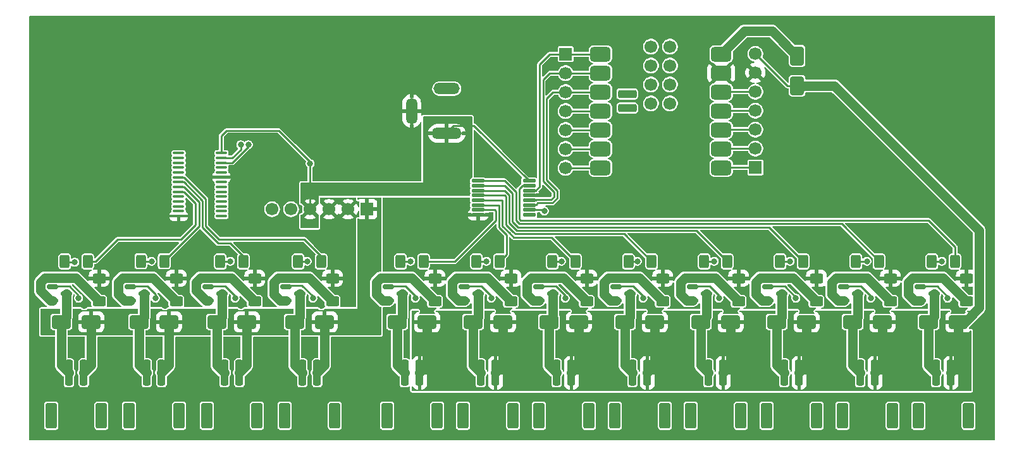
<source format=gbr>
%TF.GenerationSoftware,KiCad,Pcbnew,9.0.1*%
%TF.CreationDate,2025-04-11T12:37:24-04:00*%
%TF.ProjectId,Pneumatactors_1Xiao_3Pumps_8Valves,506e6575-6d61-4746-9163-746f72735f31,rev?*%
%TF.SameCoordinates,Original*%
%TF.FileFunction,Copper,L1,Top*%
%TF.FilePolarity,Positive*%
%FSLAX46Y46*%
G04 Gerber Fmt 4.6, Leading zero omitted, Abs format (unit mm)*
G04 Created by KiCad (PCBNEW 9.0.1) date 2025-04-11 12:37:24*
%MOMM*%
%LPD*%
G01*
G04 APERTURE LIST*
G04 Aperture macros list*
%AMRoundRect*
0 Rectangle with rounded corners*
0 $1 Rounding radius*
0 $2 $3 $4 $5 $6 $7 $8 $9 X,Y pos of 4 corners*
0 Add a 4 corners polygon primitive as box body*
4,1,4,$2,$3,$4,$5,$6,$7,$8,$9,$2,$3,0*
0 Add four circle primitives for the rounded corners*
1,1,$1+$1,$2,$3*
1,1,$1+$1,$4,$5*
1,1,$1+$1,$6,$7*
1,1,$1+$1,$8,$9*
0 Add four rect primitives between the rounded corners*
20,1,$1+$1,$2,$3,$4,$5,0*
20,1,$1+$1,$4,$5,$6,$7,0*
20,1,$1+$1,$6,$7,$8,$9,0*
20,1,$1+$1,$8,$9,$2,$3,0*%
G04 Aperture macros list end*
%TA.AperFunction,SMDPad,CuDef*%
%ADD10RoundRect,0.250000X0.625000X-0.400000X0.625000X0.400000X-0.625000X0.400000X-0.625000X-0.400000X0*%
%TD*%
%TA.AperFunction,SMDPad,CuDef*%
%ADD11RoundRect,0.250000X-0.250000X-1.500000X0.250000X-1.500000X0.250000X1.500000X-0.250000X1.500000X0*%
%TD*%
%TA.AperFunction,SMDPad,CuDef*%
%ADD12RoundRect,0.250001X-0.499999X-1.449999X0.499999X-1.449999X0.499999X1.449999X-0.499999X1.449999X0*%
%TD*%
%TA.AperFunction,SMDPad,CuDef*%
%ADD13RoundRect,0.250000X1.000000X0.650000X-1.000000X0.650000X-1.000000X-0.650000X1.000000X-0.650000X0*%
%TD*%
%TA.AperFunction,SMDPad,CuDef*%
%ADD14RoundRect,0.150000X-0.587500X-0.150000X0.587500X-0.150000X0.587500X0.150000X-0.587500X0.150000X0*%
%TD*%
%TA.AperFunction,SMDPad,CuDef*%
%ADD15RoundRect,0.250000X0.400000X0.625000X-0.400000X0.625000X-0.400000X-0.625000X0.400000X-0.625000X0*%
%TD*%
%TA.AperFunction,ComponentPad*%
%ADD16R,1.700000X1.700000*%
%TD*%
%TA.AperFunction,ComponentPad*%
%ADD17C,1.700000*%
%TD*%
%TA.AperFunction,SMDPad,CuDef*%
%ADD18RoundRect,0.500000X-0.875000X-0.500000X0.875000X-0.500000X0.875000X0.500000X-0.875000X0.500000X0*%
%TD*%
%TA.AperFunction,SMDPad,CuDef*%
%ADD19RoundRect,0.275000X0.975000X0.275000X-0.975000X0.275000X-0.975000X-0.275000X0.975000X-0.275000X0*%
%TD*%
%TA.AperFunction,SMDPad,CuDef*%
%ADD20C,1.700000*%
%TD*%
%TA.AperFunction,SMDPad,CuDef*%
%ADD21RoundRect,0.250000X-0.650000X1.000000X-0.650000X-1.000000X0.650000X-1.000000X0.650000X1.000000X0*%
%TD*%
%TA.AperFunction,SMDPad,CuDef*%
%ADD22RoundRect,0.125000X-0.762500X-0.125000X0.762500X-0.125000X0.762500X0.125000X-0.762500X0.125000X0*%
%TD*%
%TA.AperFunction,SMDPad,CuDef*%
%ADD23O,4.013200X1.498600*%
%TD*%
%TA.AperFunction,SMDPad,CuDef*%
%ADD24O,3.505200X1.498600*%
%TD*%
%TA.AperFunction,SMDPad,CuDef*%
%ADD25O,1.498600X3.505200*%
%TD*%
%TA.AperFunction,SMDPad,CuDef*%
%ADD26RoundRect,0.100000X-0.637500X-0.100000X0.637500X-0.100000X0.637500X0.100000X-0.637500X0.100000X0*%
%TD*%
%TA.AperFunction,ViaPad*%
%ADD27C,0.800000*%
%TD*%
%TA.AperFunction,Conductor*%
%ADD28C,0.250000*%
%TD*%
%TA.AperFunction,Conductor*%
%ADD29C,1.300000*%
%TD*%
G04 APERTURE END LIST*
D10*
%TO.P,R15,1*%
%TO.N,Net-(Q7-S)*%
X78434892Y-61187892D03*
%TO.P,R15,2*%
%TO.N,GND*%
X78434892Y-58087892D03*
%TD*%
D11*
%TO.P,J12,1,Pin_1*%
%TO.N,Net-(D9-A)*%
X64226892Y-70757892D03*
%TO.P,J12,2,Pin_2*%
%TO.N,5V*%
X66226892Y-70757892D03*
D12*
%TO.P,J12,MP*%
%TO.N,N/C*%
X61876892Y-76507892D03*
X68576892Y-76507892D03*
%TD*%
D13*
%TO.P,D3,1,K*%
%TO.N,5V*%
X128186892Y-63955892D03*
%TO.P,D3,2,A*%
%TO.N,Net-(D3-A)*%
X124186892Y-63955892D03*
%TD*%
%TO.P,D6,1,K*%
%TO.N,5V*%
X97706892Y-63955892D03*
%TO.P,D6,2,A*%
%TO.N,Net-(D6-A)*%
X93706892Y-63955892D03*
%TD*%
D11*
%TO.P,J5,1,Pin_1*%
%TO.N,Net-(D2-A)*%
X135346892Y-70757892D03*
%TO.P,J5,2,Pin_2*%
%TO.N,5V*%
X137346892Y-70757892D03*
D12*
%TO.P,J5,MP*%
%TO.N,N/C*%
X132996892Y-76507892D03*
X139696892Y-76507892D03*
%TD*%
D14*
%TO.P,Q7,1,G*%
%TO.N,Net-(Q7-G)*%
X72163392Y-59195892D03*
%TO.P,Q7,2,S*%
%TO.N,Net-(Q7-S)*%
X72163392Y-61095892D03*
%TO.P,Q7,3,D*%
%TO.N,Net-(D8-A)*%
X74038392Y-60145892D03*
%TD*%
D15*
%TO.P,R2,1*%
%TO.N,QB*%
X127736892Y-55827892D03*
%TO.P,R2,2*%
%TO.N,Net-(Q2-G)*%
X124636892Y-55827892D03*
%TD*%
%TO.P,R14,1*%
%TO.N,QH*%
X66776892Y-55827892D03*
%TO.P,R14,2*%
%TO.N,Net-(Q8-G)*%
X63676892Y-55827892D03*
%TD*%
D11*
%TO.P,J9,1,Pin_1*%
%TO.N,Net-(D6-A)*%
X94706892Y-70757892D03*
%TO.P,J9,2,Pin_2*%
%TO.N,5V*%
X96706892Y-70757892D03*
D12*
%TO.P,J9,MP*%
%TO.N,N/C*%
X92356892Y-76507892D03*
X99056892Y-76507892D03*
%TD*%
D13*
%TO.P,D11,1,K*%
%TO.N,3.7V*%
X43096892Y-63955892D03*
%TO.P,D11,2,A*%
%TO.N,Net-(D11-A)*%
X39096892Y-63955892D03*
%TD*%
D11*
%TO.P,J16,1,Pin_1*%
%TO.N,Net-(D13-A)*%
X19268892Y-70757892D03*
%TO.P,J16,2,Pin_2*%
%TO.N,3.7V*%
X21268892Y-70757892D03*
D12*
%TO.P,J16,MP*%
%TO.N,N/C*%
X16918892Y-76507892D03*
X23618892Y-76507892D03*
%TD*%
D14*
%TO.P,Q8,1,G*%
%TO.N,Net-(Q8-G)*%
X62003392Y-59195892D03*
%TO.P,Q8,2,S*%
%TO.N,Net-(Q8-S)*%
X62003392Y-61095892D03*
%TO.P,Q8,3,D*%
%TO.N,Net-(D9-A)*%
X63878392Y-60145892D03*
%TD*%
D11*
%TO.P,J6,1,Pin_1*%
%TO.N,Net-(D3-A)*%
X125186892Y-70757892D03*
%TO.P,J6,2,Pin_2*%
%TO.N,5V*%
X127186892Y-70757892D03*
D12*
%TO.P,J6,MP*%
%TO.N,N/C*%
X122836892Y-76507892D03*
X129536892Y-76507892D03*
%TD*%
D16*
%TO.P,J4,1,Pin_1*%
%TO.N,3.7V*%
X59178892Y-48821892D03*
D17*
%TO.P,J4,2,Pin_2*%
%TO.N,GND*%
X56638892Y-48821892D03*
%TO.P,J4,3,Pin_3*%
X54098892Y-48821892D03*
%TO.P,J4,4,Pin_4*%
%TO.N,5V*%
X51558892Y-48821892D03*
%TO.P,J4,5,Pin_5*%
%TO.N,unconnected-(J4-Pin_5-Pad5)*%
X49018892Y-48821892D03*
%TO.P,J4,6,Pin_6*%
%TO.N,unconnected-(J4-Pin_6-Pad6)*%
X46478892Y-48821892D03*
%TD*%
D11*
%TO.P,J11,1,Pin_1*%
%TO.N,Net-(D8-A)*%
X74386892Y-70757892D03*
%TO.P,J11,2,Pin_2*%
%TO.N,5V*%
X76386892Y-70757892D03*
D12*
%TO.P,J11,MP*%
%TO.N,N/C*%
X72036892Y-76507892D03*
X78736892Y-76507892D03*
%TD*%
D10*
%TO.P,R11,1*%
%TO.N,Net-(Q5-S)*%
X98754892Y-61187892D03*
%TO.P,R11,2*%
%TO.N,GND*%
X98754892Y-58087892D03*
%TD*%
D18*
%TO.P,U1,1,PA02_A0_D0*%
%TO.N,SER*%
X90420892Y-28040892D03*
%TO.P,U1,2,PA4_A1_D1*%
%TO.N,RCLK*%
X90420892Y-30580892D03*
%TO.P,U1,3,PA10_A2_D2*%
%TO.N,SRCLK*%
X90420892Y-33120892D03*
%TO.P,U1,4,PA11_A3_D3*%
%TO.N,Net-(J1-Pin_4)*%
X90420892Y-35660892D03*
%TO.P,U1,5,PA8_A4_D4_SDA*%
%TO.N,SDA*%
X90420892Y-38200892D03*
%TO.P,U1,6,PA9_A5_D5_SCL*%
%TO.N,SCL*%
X90420892Y-40740892D03*
%TO.P,U1,7,PB08_A6_D6_TX*%
%TO.N,Net-(J1-Pin_7)*%
X90420892Y-43280892D03*
%TO.P,U1,8,PB09_A7_D7_RX*%
%TO.N,Net-(J2-Pin_1)*%
X106585892Y-43280892D03*
%TO.P,U1,9,PA7_A8_D8_SCK*%
%TO.N,Net-(J2-Pin_2)*%
X106585892Y-40740892D03*
%TO.P,U1,10,PA5_A9_D9_MISO*%
%TO.N,Net-(J2-Pin_3)*%
X106585892Y-38200892D03*
%TO.P,U1,11,PA6_A10_D10_MOSI*%
%TO.N,Net-(J2-Pin_4)*%
X106585892Y-35660892D03*
%TO.P,U1,12,3V3*%
%TO.N,3V3*%
X106585892Y-33120892D03*
%TO.P,U1,13,GND*%
%TO.N,GND*%
X106585892Y-30580892D03*
%TO.P,U1,14,5V*%
%TO.N,Net-(D1-K)*%
X106585892Y-28040892D03*
D19*
%TO.P,U1,15,5V*%
%TO.N,unconnected-(U1-5V-Pad15)*%
X94030892Y-35278892D03*
%TO.P,U1,16,GND*%
%TO.N,unconnected-(U1-GND-Pad16)*%
X94030892Y-33373892D03*
D20*
%TO.P,U1,17,PA31_SWDIO*%
%TO.N,unconnected-(U1-PA31_SWDIO-Pad17)*%
X97205892Y-27028892D03*
%TO.P,U1,18,PA30_SWCLK*%
%TO.N,unconnected-(U1-PA30_SWCLK-Pad18)*%
X99745892Y-27028892D03*
%TO.P,U1,19,RESET*%
%TO.N,unconnected-(U1-RESET-Pad19)*%
X97205892Y-29568892D03*
%TO.P,U1,20,GND*%
%TO.N,unconnected-(U1-GND-Pad20)*%
X99745892Y-29568892D03*
%TO.P,U1,21*%
%TO.N,N/C*%
X97205892Y-32108892D03*
%TO.P,U1,22*%
X99745892Y-32108892D03*
%TO.P,U1,23*%
X97205892Y-34648892D03*
%TO.P,U1,24*%
X99745892Y-34648892D03*
%TD*%
D15*
%TO.P,R5,1*%
%TO.N,QC*%
X117576892Y-55827892D03*
%TO.P,R5,2*%
%TO.N,Net-(Q3-G)*%
X114476892Y-55827892D03*
%TD*%
D21*
%TO.P,D1,1,K*%
%TO.N,Net-(D1-K)*%
X116770256Y-28279892D03*
%TO.P,D1,2,A*%
%TO.N,5V*%
X116770256Y-32279892D03*
%TD*%
D10*
%TO.P,R12,1*%
%TO.N,Net-(Q6-S)*%
X88594892Y-61187892D03*
%TO.P,R12,2*%
%TO.N,GND*%
X88594892Y-58087892D03*
%TD*%
D13*
%TO.P,D5,1,K*%
%TO.N,5V*%
X107866892Y-63955892D03*
%TO.P,D5,2,A*%
%TO.N,Net-(D5-A)*%
X103866892Y-63955892D03*
%TD*%
D11*
%TO.P,J10,1,Pin_1*%
%TO.N,Net-(D7-A)*%
X84546892Y-70757892D03*
%TO.P,J10,2,Pin_2*%
%TO.N,5V*%
X86546892Y-70757892D03*
D12*
%TO.P,J10,MP*%
%TO.N,N/C*%
X82196892Y-76507892D03*
X88896892Y-76507892D03*
%TD*%
D13*
%TO.P,D4,1,K*%
%TO.N,5V*%
X118026892Y-63955892D03*
%TO.P,D4,2,A*%
%TO.N,Net-(D4-A)*%
X114026892Y-63955892D03*
%TD*%
D10*
%TO.P,R4,1*%
%TO.N,Net-(Q2-S)*%
X129234892Y-61187892D03*
%TO.P,R4,2*%
%TO.N,GND*%
X129234892Y-58087892D03*
%TD*%
%TO.P,R7,1*%
%TO.N,Net-(Q3-S)*%
X119328892Y-61187892D03*
%TO.P,R7,2*%
%TO.N,GND*%
X119328892Y-58087892D03*
%TD*%
D14*
%TO.P,Q9,1,G*%
%TO.N,Net-(Q9-G)*%
X48287392Y-59195892D03*
%TO.P,Q9,2,S*%
%TO.N,Net-(Q9-S)*%
X48287392Y-61095892D03*
%TO.P,Q9,3,D*%
%TO.N,Net-(D10-A)*%
X50162392Y-60145892D03*
%TD*%
%TO.P,Q6,1,G*%
%TO.N,Net-(Q6-G)*%
X82147892Y-59195892D03*
%TO.P,Q6,2,S*%
%TO.N,Net-(Q6-S)*%
X82147892Y-61095892D03*
%TO.P,Q6,3,D*%
%TO.N,Net-(D7-A)*%
X84022892Y-60145892D03*
%TD*%
D10*
%TO.P,R19,1*%
%TO.N,Net-(Q9-S)*%
X54558892Y-61187892D03*
%TO.P,R19,2*%
%TO.N,GND*%
X54558892Y-58087892D03*
%TD*%
D16*
%TO.P,J1,1,Pin_1*%
%TO.N,SER*%
X85775892Y-28044892D03*
D17*
%TO.P,J1,2,Pin_2*%
%TO.N,RCLK*%
X85775892Y-30584892D03*
%TO.P,J1,3,Pin_3*%
%TO.N,SRCLK*%
X85775892Y-33124892D03*
%TO.P,J1,4,Pin_4*%
%TO.N,Net-(J1-Pin_4)*%
X85775892Y-35664892D03*
%TO.P,J1,5,Pin_5*%
%TO.N,SDA*%
X85775892Y-38204892D03*
%TO.P,J1,6,Pin_6*%
%TO.N,SCL*%
X85775892Y-40744892D03*
%TO.P,J1,7,Pin_7*%
%TO.N,Net-(J1-Pin_7)*%
X85775892Y-43284892D03*
%TD*%
D14*
%TO.P,Q10,1,G*%
%TO.N,Net-(Q10-G)*%
X37873392Y-59195892D03*
%TO.P,Q10,2,S*%
%TO.N,Net-(Q10-S)*%
X37873392Y-61095892D03*
%TO.P,Q10,3,D*%
%TO.N,Net-(D11-A)*%
X39748392Y-60145892D03*
%TD*%
D11*
%TO.P,J7,1,Pin_1*%
%TO.N,Net-(D4-A)*%
X115026892Y-70757892D03*
%TO.P,J7,2,Pin_2*%
%TO.N,5V*%
X117026892Y-70757892D03*
D12*
%TO.P,J7,MP*%
%TO.N,N/C*%
X112676892Y-76507892D03*
X119376892Y-76507892D03*
%TD*%
D13*
%TO.P,D13,1,K*%
%TO.N,3.7V*%
X22268892Y-63955892D03*
%TO.P,D13,2,A*%
%TO.N,Net-(D13-A)*%
X18268892Y-63955892D03*
%TD*%
D11*
%TO.P,J8,1,Pin_1*%
%TO.N,Net-(D5-A)*%
X104866892Y-70757892D03*
%TO.P,J8,2,Pin_2*%
%TO.N,5V*%
X106866892Y-70757892D03*
D12*
%TO.P,J8,MP*%
%TO.N,N/C*%
X102516892Y-76507892D03*
X109216892Y-76507892D03*
%TD*%
D15*
%TO.P,R10,1*%
%TO.N,QF*%
X87096892Y-55827892D03*
%TO.P,R10,2*%
%TO.N,Net-(Q6-G)*%
X83996892Y-55827892D03*
%TD*%
D16*
%TO.P,J2,1,Pin_1*%
%TO.N,Net-(J2-Pin_1)*%
X111175892Y-43233892D03*
D17*
%TO.P,J2,2,Pin_2*%
%TO.N,Net-(J2-Pin_2)*%
X111175892Y-40693892D03*
%TO.P,J2,3,Pin_3*%
%TO.N,Net-(J2-Pin_3)*%
X111175892Y-38153892D03*
%TO.P,J2,4,Pin_4*%
%TO.N,Net-(J2-Pin_4)*%
X111175892Y-35613892D03*
%TO.P,J2,5,Pin_5*%
%TO.N,3V3*%
X111175892Y-33073892D03*
%TO.P,J2,6,Pin_6*%
%TO.N,GND*%
X111175892Y-30533892D03*
%TO.P,J2,7,Pin_7*%
%TO.N,5V*%
X111175892Y-27993892D03*
%TD*%
D10*
%TO.P,R8,1*%
%TO.N,Net-(Q4-S)*%
X108914892Y-61187892D03*
%TO.P,R8,2*%
%TO.N,GND*%
X108914892Y-58087892D03*
%TD*%
D14*
%TO.P,Q3,1,G*%
%TO.N,Net-(Q3-G)*%
X112803392Y-59195892D03*
%TO.P,Q3,2,S*%
%TO.N,Net-(Q3-S)*%
X112803392Y-61095892D03*
%TO.P,Q3,3,D*%
%TO.N,Net-(D4-A)*%
X114678392Y-60145892D03*
%TD*%
D15*
%TO.P,R22,1*%
%TO.N,PWM3*%
X21818892Y-55827892D03*
%TO.P,R22,2*%
%TO.N,Net-(Q12-G)*%
X18718892Y-55827892D03*
%TD*%
D10*
%TO.P,R24,1*%
%TO.N,Net-(Q12-S)*%
X23316892Y-61187892D03*
%TO.P,R24,2*%
%TO.N,GND*%
X23316892Y-58087892D03*
%TD*%
D15*
%TO.P,R17,1*%
%TO.N,PWM0*%
X53060892Y-55827892D03*
%TO.P,R17,2*%
%TO.N,Net-(Q9-G)*%
X49960892Y-55827892D03*
%TD*%
D13*
%TO.P,D12,1,K*%
%TO.N,3.7V*%
X32682892Y-63955892D03*
%TO.P,D12,2,A*%
%TO.N,Net-(D12-A)*%
X28682892Y-63955892D03*
%TD*%
D15*
%TO.P,R13,1*%
%TO.N,QG*%
X76936892Y-55827892D03*
%TO.P,R13,2*%
%TO.N,Net-(Q7-G)*%
X73836892Y-55827892D03*
%TD*%
D14*
%TO.P,Q5,1,G*%
%TO.N,Net-(Q5-G)*%
X92483392Y-59195892D03*
%TO.P,Q5,2,S*%
%TO.N,Net-(Q5-S)*%
X92483392Y-61095892D03*
%TO.P,Q5,3,D*%
%TO.N,Net-(D6-A)*%
X94358392Y-60145892D03*
%TD*%
D10*
%TO.P,R16,1*%
%TO.N,Net-(Q8-S)*%
X68274892Y-61187892D03*
%TO.P,R16,2*%
%TO.N,GND*%
X68274892Y-58087892D03*
%TD*%
D13*
%TO.P,D2,1,K*%
%TO.N,5V*%
X138346892Y-63955892D03*
%TO.P,D2,2,A*%
%TO.N,Net-(D2-A)*%
X134346892Y-63955892D03*
%TD*%
D15*
%TO.P,R18,1*%
%TO.N,PWM1*%
X42646892Y-55827892D03*
%TO.P,R18,2*%
%TO.N,Net-(Q10-G)*%
X39546892Y-55827892D03*
%TD*%
D13*
%TO.P,D7,1,K*%
%TO.N,5V*%
X87546892Y-63955892D03*
%TO.P,D7,2,A*%
%TO.N,Net-(D7-A)*%
X83546892Y-63955892D03*
%TD*%
D15*
%TO.P,R1,1*%
%TO.N,QA*%
X137896892Y-55827892D03*
%TO.P,R1,2*%
%TO.N,Net-(Q1-G)*%
X134796892Y-55827892D03*
%TD*%
D22*
%TO.P,U2,1,QB*%
%TO.N,QB*%
X74054392Y-45022892D03*
%TO.P,U2,2,QC*%
%TO.N,QC*%
X74054392Y-45672892D03*
%TO.P,U2,3,QD*%
%TO.N,QD*%
X74054392Y-46322892D03*
%TO.P,U2,4,QE*%
%TO.N,QE*%
X74054392Y-46972892D03*
%TO.P,U2,5,QF*%
%TO.N,QF*%
X74054392Y-47622892D03*
%TO.P,U2,6,QG*%
%TO.N,QG*%
X74054392Y-48272892D03*
%TO.P,U2,7,QH*%
%TO.N,QH*%
X74054392Y-48922892D03*
%TO.P,U2,8,GND*%
%TO.N,GND*%
X74054392Y-49572892D03*
%TO.P,U2,9,QH'*%
%TO.N,unconnected-(U2-QH&apos;-Pad9)*%
X80879392Y-49572892D03*
%TO.P,U2,10,~{SRCLR}*%
%TO.N,5V*%
X80879392Y-48922892D03*
%TO.P,U2,11,SRCLK*%
%TO.N,SRCLK*%
X80879392Y-48272892D03*
%TO.P,U2,12,RCLK*%
%TO.N,RCLK*%
X80879392Y-47622892D03*
%TO.P,U2,13,~{OE}*%
%TO.N,GND*%
X80879392Y-46972892D03*
%TO.P,U2,14,SER*%
%TO.N,SER*%
X80879392Y-46322892D03*
%TO.P,U2,15,QA*%
%TO.N,QA*%
X80879392Y-45672892D03*
%TO.P,U2,16,VCC*%
%TO.N,5V*%
X80879392Y-45022892D03*
%TD*%
D14*
%TO.P,Q4,1,G*%
%TO.N,Net-(Q4-G)*%
X102721892Y-59195892D03*
%TO.P,Q4,2,S*%
%TO.N,Net-(Q4-S)*%
X102721892Y-61095892D03*
%TO.P,Q4,3,D*%
%TO.N,Net-(D5-A)*%
X104596892Y-60145892D03*
%TD*%
D15*
%TO.P,R21,1*%
%TO.N,PWM2*%
X32026892Y-55806892D03*
%TO.P,R21,2*%
%TO.N,Net-(Q11-G)*%
X28926892Y-55806892D03*
%TD*%
D14*
%TO.P,Q12,1,G*%
%TO.N,Net-(Q12-G)*%
X17045392Y-59195892D03*
%TO.P,Q12,2,S*%
%TO.N,Net-(Q12-S)*%
X17045392Y-61095892D03*
%TO.P,Q12,3,D*%
%TO.N,Net-(D13-A)*%
X18920392Y-60145892D03*
%TD*%
D15*
%TO.P,R6,1*%
%TO.N,QD*%
X107416892Y-55827892D03*
%TO.P,R6,2*%
%TO.N,Net-(Q4-G)*%
X104316892Y-55827892D03*
%TD*%
D14*
%TO.P,Q1,1,G*%
%TO.N,Net-(Q1-G)*%
X133201892Y-59195892D03*
%TO.P,Q1,2,S*%
%TO.N,Net-(Q1-S)*%
X133201892Y-61095892D03*
%TO.P,Q1,3,D*%
%TO.N,Net-(D2-A)*%
X135076892Y-60145892D03*
%TD*%
D11*
%TO.P,J13,1,Pin_1*%
%TO.N,Net-(D10-A)*%
X50510892Y-70757892D03*
%TO.P,J13,2,Pin_2*%
%TO.N,3.7V*%
X52510892Y-70757892D03*
D12*
%TO.P,J13,MP*%
%TO.N,N/C*%
X48160892Y-76507892D03*
X54860892Y-76507892D03*
%TD*%
D23*
%TO.P,J3,1*%
%TO.N,5V*%
X69859603Y-38661892D03*
D24*
%TO.P,J3,2*%
%TO.N,unconnected-(J3-Pad2)*%
X69859603Y-32667492D03*
D25*
%TO.P,J3,3*%
%TO.N,GND*%
X65160603Y-35664692D03*
%TD*%
D15*
%TO.P,R9,1*%
%TO.N,QE*%
X97282892Y-55827892D03*
%TO.P,R9,2*%
%TO.N,Net-(Q5-G)*%
X94182892Y-55827892D03*
%TD*%
D10*
%TO.P,R23,1*%
%TO.N,Net-(Q11-S)*%
X33651892Y-61192292D03*
%TO.P,R23,2*%
%TO.N,GND*%
X33651892Y-58092292D03*
%TD*%
D13*
%TO.P,D9,1,K*%
%TO.N,5V*%
X67226892Y-63955892D03*
%TO.P,D9,2,A*%
%TO.N,Net-(D9-A)*%
X63226892Y-63955892D03*
%TD*%
D10*
%TO.P,R20,1*%
%TO.N,Net-(Q10-S)*%
X44144892Y-61187892D03*
%TO.P,R20,2*%
%TO.N,GND*%
X44144892Y-58087892D03*
%TD*%
D13*
%TO.P,D10,1,K*%
%TO.N,3.7V*%
X53510892Y-63955892D03*
%TO.P,D10,2,A*%
%TO.N,Net-(D10-A)*%
X49510892Y-63955892D03*
%TD*%
D10*
%TO.P,R3,1*%
%TO.N,Net-(Q1-S)*%
X139394892Y-61187892D03*
%TO.P,R3,2*%
%TO.N,GND*%
X139394892Y-58087892D03*
%TD*%
D26*
%TO.P,U3,1,A0*%
%TO.N,unconnected-(U3-A0-Pad1)*%
X33964392Y-41294892D03*
%TO.P,U3,2,A1*%
%TO.N,unconnected-(U3-A1-Pad2)*%
X33964392Y-41944892D03*
%TO.P,U3,3,A2*%
%TO.N,unconnected-(U3-A2-Pad3)*%
X33964392Y-42594892D03*
%TO.P,U3,4,A3*%
%TO.N,unconnected-(U3-A3-Pad4)*%
X33964392Y-43244892D03*
%TO.P,U3,5,A4*%
%TO.N,unconnected-(U3-A4-Pad5)*%
X33964392Y-43894892D03*
%TO.P,U3,6,LED0*%
%TO.N,PWM0*%
X33964392Y-44544892D03*
%TO.P,U3,7,LED1*%
%TO.N,PWM1*%
X33964392Y-45194892D03*
%TO.P,U3,8,LED2*%
%TO.N,PWM2*%
X33964392Y-45844892D03*
%TO.P,U3,9,LED3*%
%TO.N,PWM3*%
X33964392Y-46494892D03*
%TO.P,U3,10,LED4*%
%TO.N,unconnected-(U3-LED4-Pad10)*%
X33964392Y-47144892D03*
%TO.P,U3,11,LED5*%
%TO.N,unconnected-(U3-LED5-Pad11)*%
X33964392Y-47794892D03*
%TO.P,U3,12,LED6*%
%TO.N,unconnected-(U3-LED6-Pad12)*%
X33964392Y-48444892D03*
%TO.P,U3,13,LED7*%
%TO.N,unconnected-(U3-LED7-Pad13)*%
X33964392Y-49094892D03*
%TO.P,U3,14,VSS*%
%TO.N,GND*%
X33964392Y-49744892D03*
%TO.P,U3,15,LED8*%
%TO.N,unconnected-(U3-LED8-Pad15)*%
X39689392Y-49744892D03*
%TO.P,U3,16,LED9*%
%TO.N,unconnected-(U3-LED9-Pad16)*%
X39689392Y-49094892D03*
%TO.P,U3,17,LED10*%
%TO.N,unconnected-(U3-LED10-Pad17)*%
X39689392Y-48444892D03*
%TO.P,U3,18,LED11*%
%TO.N,unconnected-(U3-LED11-Pad18)*%
X39689392Y-47794892D03*
%TO.P,U3,19,LED12*%
%TO.N,unconnected-(U3-LED12-Pad19)*%
X39689392Y-47144892D03*
%TO.P,U3,20,LED13*%
%TO.N,unconnected-(U3-LED13-Pad20)*%
X39689392Y-46494892D03*
%TO.P,U3,21,LED14*%
%TO.N,unconnected-(U3-LED14-Pad21)*%
X39689392Y-45844892D03*
%TO.P,U3,22,LED15*%
%TO.N,unconnected-(U3-LED15-Pad22)*%
X39689392Y-45194892D03*
%TO.P,U3,23,~{OE}*%
%TO.N,GND*%
X39689392Y-44544892D03*
%TO.P,U3,24,A5*%
%TO.N,unconnected-(U3-A5-Pad24)*%
X39689392Y-43894892D03*
%TO.P,U3,25,EXTCLK*%
%TO.N,unconnected-(U3-EXTCLK-Pad25)*%
X39689392Y-43244892D03*
%TO.P,U3,26,SCL*%
%TO.N,SCL*%
X39689392Y-42594892D03*
%TO.P,U3,27,SDA*%
%TO.N,SDA*%
X39689392Y-41944892D03*
%TO.P,U3,28,VDD*%
%TO.N,5V*%
X39689392Y-41294892D03*
%TD*%
D11*
%TO.P,J15,1,Pin_1*%
%TO.N,Net-(D12-A)*%
X29682892Y-70757892D03*
%TO.P,J15,2,Pin_2*%
%TO.N,3.7V*%
X31682892Y-70757892D03*
D12*
%TO.P,J15,MP*%
%TO.N,N/C*%
X27332892Y-76507892D03*
X34032892Y-76507892D03*
%TD*%
D13*
%TO.P,D8,1,K*%
%TO.N,5V*%
X77386892Y-63955892D03*
%TO.P,D8,2,A*%
%TO.N,Net-(D8-A)*%
X73386892Y-63955892D03*
%TD*%
D11*
%TO.P,J14,1,Pin_1*%
%TO.N,Net-(D11-A)*%
X40096892Y-70757892D03*
%TO.P,J14,2,Pin_2*%
%TO.N,3.7V*%
X42096892Y-70757892D03*
D12*
%TO.P,J14,MP*%
%TO.N,N/C*%
X37746892Y-76507892D03*
X44446892Y-76507892D03*
%TD*%
D14*
%TO.P,Q11,1,G*%
%TO.N,Net-(Q11-G)*%
X27459392Y-59195892D03*
%TO.P,Q11,2,S*%
%TO.N,Net-(Q11-S)*%
X27459392Y-61095892D03*
%TO.P,Q11,3,D*%
%TO.N,Net-(D12-A)*%
X29334392Y-60145892D03*
%TD*%
%TO.P,Q2,1,G*%
%TO.N,Net-(Q2-G)*%
X122963392Y-59195892D03*
%TO.P,Q2,2,S*%
%TO.N,Net-(Q2-S)*%
X122963392Y-61095892D03*
%TO.P,Q2,3,D*%
%TO.N,Net-(D3-A)*%
X124838392Y-60145892D03*
%TD*%
D27*
%TO.N,5V*%
X70862892Y-41455892D03*
X130552892Y-66855892D03*
X122297892Y-70665892D03*
X51558892Y-42725892D03*
X79752892Y-66855892D03*
X81022892Y-70030892D03*
X139442892Y-67490892D03*
X68322892Y-45265892D03*
X70862892Y-71300892D03*
X70227892Y-64950892D03*
X131822892Y-69395892D03*
X70862892Y-66855892D03*
X90547892Y-70030892D03*
X82927892Y-49075892D03*
X90547892Y-66855892D03*
X100707892Y-66855892D03*
X71497892Y-45900892D03*
X110867892Y-70030892D03*
X110232892Y-66855892D03*
X119757892Y-66855892D03*
X100707892Y-70665892D03*
X68322892Y-41455892D03*
%TO.N,3.7V*%
X24634892Y-63934892D03*
X56384892Y-63934892D03*
X59178892Y-53647892D03*
X35175892Y-63934892D03*
X41017892Y-63934892D03*
X16252892Y-63934892D03*
X30603892Y-63934892D03*
X59178892Y-63934892D03*
X36699892Y-63934892D03*
X26285892Y-63934892D03*
X59178892Y-55933892D03*
X59178892Y-51869892D03*
X46224892Y-63934892D03*
X20189892Y-63934892D03*
%TO.N,GND*%
X105787892Y-76380892D03*
X53082892Y-61775892D03*
X16887892Y-52885892D03*
X88007892Y-29390892D03*
X75307892Y-41455892D03*
X141982892Y-73840892D03*
X33397892Y-26215892D03*
X107057892Y-61775892D03*
X115947892Y-77015892D03*
X72767892Y-28755892D03*
X96262892Y-76380892D03*
X32127892Y-61775892D03*
X86737892Y-76380892D03*
X65147892Y-76380892D03*
X21332892Y-61775892D03*
X64512892Y-65585892D03*
X21967892Y-33835892D03*
X137537892Y-61775892D03*
X14986000Y-72898000D03*
X140712892Y-42090892D03*
X140712892Y-24310892D03*
X126107892Y-77015892D03*
X81657892Y-24945892D03*
X77847892Y-35740892D03*
X56892892Y-73205892D03*
X51812892Y-75745892D03*
X59432892Y-72570892D03*
X119757892Y-43360892D03*
X35937892Y-73205892D03*
X54987892Y-33200892D03*
X136902892Y-75745892D03*
X132457892Y-35105892D03*
X127377892Y-61775892D03*
X97532892Y-40820892D03*
X35937892Y-31295892D03*
X122932892Y-26215892D03*
X88007892Y-31930892D03*
X63242892Y-28755892D03*
X86737892Y-61775892D03*
X28952892Y-39550892D03*
X66417892Y-61775892D03*
X83562892Y-29390892D03*
X42287892Y-61775892D03*
X76577892Y-61775892D03*
X64512892Y-67490892D03*
X96897892Y-61775892D03*
X100072892Y-47805892D03*
X83562892Y-31930892D03*
X78482892Y-44630892D03*
X24507892Y-70665892D03*
X75307892Y-77015892D03*
X46097892Y-67490892D03*
X117217892Y-61775892D03*
X18157892Y-24945892D03*
X82927892Y-46535892D03*
X77847892Y-27485892D03*
%TO.N,SDA*%
X42287892Y-40185892D03*
%TO.N,SCL*%
X43287895Y-40185892D03*
%TO.N,Net-(Q3-G)*%
X115820892Y-55806892D03*
X116582892Y-60759892D03*
%TO.N,Net-(Q4-G)*%
X105660892Y-55806892D03*
X106295892Y-60759892D03*
%TO.N,Net-(Q5-G)*%
X96135892Y-60759892D03*
X95373892Y-55806892D03*
%TO.N,Net-(Q6-G)*%
X85721892Y-60759892D03*
X85213892Y-55806892D03*
%TO.N,Net-(Q1-G)*%
X136140892Y-55806892D03*
X136902892Y-60759892D03*
%TO.N,Net-(Q2-G)*%
X126615892Y-60759892D03*
X126107892Y-55806892D03*
%TO.N,Net-(Q7-G)*%
X75815892Y-60759892D03*
X75180892Y-55806892D03*
%TO.N,Net-(Q8-G)*%
X65020892Y-55806892D03*
X65655892Y-60759892D03*
%TO.N,Net-(Q9-G)*%
X51177892Y-55806892D03*
X51939892Y-60759892D03*
%TO.N,Net-(Q10-G)*%
X41525892Y-60759892D03*
X40890892Y-55806892D03*
%TO.N,Net-(Q11-G)*%
X30857892Y-60759892D03*
X30349892Y-55806892D03*
%TO.N,Net-(Q12-G)*%
X20570892Y-60759892D03*
X20062892Y-55933892D03*
%TD*%
D28*
%TO.N,5V*%
X39689392Y-41294892D02*
X39689392Y-38974392D01*
D29*
X141120892Y-62050868D02*
X139215868Y-63955892D01*
X107866892Y-69757892D02*
X106866892Y-70757892D01*
X97706892Y-63955892D02*
X97706892Y-69757892D01*
D28*
X47367892Y-38280892D02*
X51558892Y-42471892D01*
X80879392Y-45022892D02*
X73502392Y-37645892D01*
D29*
X107866892Y-63955892D02*
X107866892Y-69757892D01*
X116770256Y-32279892D02*
X116931892Y-32279892D01*
X141120892Y-51651256D02*
X141120892Y-62050868D01*
X87546892Y-63955892D02*
X87546892Y-69757892D01*
X128186892Y-69757892D02*
X127186892Y-70757892D01*
X138346892Y-63955892D02*
X138346892Y-69757892D01*
X121749528Y-32279892D02*
X116770256Y-32279892D01*
X128186892Y-63955892D02*
X128186892Y-69757892D01*
D28*
X69232892Y-63955892D02*
X67226892Y-63955892D01*
X111175892Y-27993892D02*
X115461892Y-32279892D01*
D29*
X67226892Y-63955892D02*
X67226892Y-69757892D01*
D28*
X80879392Y-48922892D02*
X82774892Y-48922892D01*
X73502392Y-37645892D02*
X70749603Y-37645892D01*
X70227892Y-64950892D02*
X69232892Y-63955892D01*
D29*
X141120892Y-51651256D02*
X121749528Y-32279892D01*
D28*
X51558892Y-42725892D02*
X51558892Y-48821892D01*
D29*
X77386892Y-69757892D02*
X76386892Y-70757892D01*
D28*
X39689392Y-38974392D02*
X40382892Y-38280892D01*
X51558892Y-42471892D02*
X51558892Y-42725892D01*
X40382892Y-38280892D02*
X47367892Y-38280892D01*
D29*
X138346892Y-69757892D02*
X137346892Y-70757892D01*
D28*
X70749603Y-37645892D02*
X69859603Y-38535892D01*
D29*
X118026892Y-69757892D02*
X117026892Y-70757892D01*
X67226892Y-69757892D02*
X66226892Y-70757892D01*
X139215868Y-63955892D02*
X138346892Y-63955892D01*
X118026892Y-63955892D02*
X118026892Y-69757892D01*
D28*
X82774892Y-48922892D02*
X82927892Y-49075892D01*
D29*
X77386892Y-63955892D02*
X77386892Y-69757892D01*
X116931892Y-32279892D02*
X117217892Y-32565892D01*
X97706892Y-69757892D02*
X96706892Y-70757892D01*
D28*
X115461892Y-32279892D02*
X116770256Y-32279892D01*
D29*
X87546892Y-69757892D02*
X86546892Y-70757892D01*
%TO.N,Net-(D3-A)*%
X124186892Y-69757892D02*
X125186892Y-70757892D01*
X124186892Y-63955892D02*
X124186892Y-69757892D01*
X124838392Y-60145892D02*
X124838392Y-63304392D01*
X124838392Y-63304392D02*
X124186892Y-63955892D01*
%TO.N,3.7V*%
X53510892Y-63955892D02*
X53510892Y-69757892D01*
X43096892Y-63955892D02*
X43096892Y-69757892D01*
X43096892Y-69757892D02*
X42096892Y-70757892D01*
X32682892Y-63955892D02*
X32682892Y-69757892D01*
X32682892Y-69757892D02*
X31682892Y-70757892D01*
X22268892Y-69757892D02*
X21268892Y-70757892D01*
X22268892Y-63955892D02*
X22268892Y-69757892D01*
X53510892Y-69757892D02*
X52510892Y-70757892D01*
%TO.N,Net-(D5-A)*%
X104596892Y-60145892D02*
X104596892Y-63225892D01*
X103866892Y-69757892D02*
X104866892Y-70757892D01*
X103866892Y-63955892D02*
X103866892Y-69757892D01*
X104596892Y-63225892D02*
X103866892Y-63955892D01*
%TO.N,Net-(D6-A)*%
X94358392Y-63304392D02*
X94358392Y-60145892D01*
X93706892Y-69757892D02*
X94706892Y-70757892D01*
X93706892Y-63955892D02*
X94358392Y-63304392D01*
X93706892Y-63955892D02*
X93706892Y-69757892D01*
%TO.N,Net-(D7-A)*%
X83546892Y-69757892D02*
X84546892Y-70757892D01*
X84022892Y-60145892D02*
X84022892Y-63479892D01*
X83546892Y-63955892D02*
X83546892Y-69757892D01*
X84022892Y-63479892D02*
X83546892Y-63955892D01*
D28*
%TO.N,RCLK*%
X84197892Y-46535892D02*
X82743892Y-45081892D01*
X84197892Y-47170892D02*
X84197892Y-46535892D01*
X81766891Y-47622892D02*
X81768624Y-47624625D01*
X83638892Y-30584892D02*
X85775892Y-30584892D01*
X90416892Y-30584892D02*
X90420892Y-30580892D01*
X85775892Y-30584892D02*
X90416892Y-30584892D01*
X80879392Y-47622892D02*
X81766891Y-47622892D01*
X81844356Y-47548892D02*
X83819892Y-47548892D01*
X82743892Y-31479892D02*
X83638892Y-30584892D01*
X83819892Y-47548892D02*
X84197892Y-47170892D01*
X82743892Y-45081892D02*
X82743892Y-31479892D01*
X81768624Y-47624625D02*
X81844356Y-47548892D01*
%TO.N,SER*%
X90416892Y-28044892D02*
X90420892Y-28040892D01*
X82292892Y-45796891D02*
X82292892Y-29390892D01*
X81766891Y-46322892D02*
X82292892Y-45796891D01*
X80879392Y-46322892D02*
X81766891Y-46322892D01*
X83638892Y-28044892D02*
X85775892Y-28044892D01*
X82292892Y-29390892D02*
X83638892Y-28044892D01*
X85775892Y-28044892D02*
X90416892Y-28044892D01*
%TO.N,Net-(J1-Pin_4)*%
X85775892Y-35664892D02*
X90416892Y-35664892D01*
X90416892Y-35664892D02*
X90420892Y-35660892D01*
%TO.N,SDA*%
X41161082Y-41944892D02*
X42287892Y-40818082D01*
X89992892Y-38200892D02*
X89988892Y-38204892D01*
X89988892Y-38204892D02*
X85775892Y-38204892D01*
X90420892Y-38200892D02*
X89992892Y-38200892D01*
X42287892Y-40818082D02*
X42287892Y-40185892D01*
X39689392Y-41944892D02*
X41161082Y-41944892D01*
%TO.N,SCL*%
X90420892Y-40740892D02*
X85779892Y-40740892D01*
X39689392Y-42594892D02*
X41148892Y-42594892D01*
X41148892Y-42594892D02*
X43287895Y-40455889D01*
X85779892Y-40740892D02*
X85775892Y-40744892D01*
X43287895Y-40455889D02*
X43287895Y-40185892D01*
%TO.N,Net-(J1-Pin_7)*%
X85775892Y-43284892D02*
X90416892Y-43284892D01*
X90416892Y-43284892D02*
X90420892Y-43280892D01*
%TO.N,SRCLK*%
X84006702Y-47999892D02*
X82031166Y-47999892D01*
X85775892Y-33124892D02*
X90416892Y-33124892D01*
X83194892Y-44895082D02*
X84648892Y-46349082D01*
X90416892Y-33124892D02*
X90420892Y-33120892D01*
X81832166Y-48198892D02*
X80953392Y-48198892D01*
X83194892Y-34019892D02*
X83194892Y-44895082D01*
X85775892Y-33124892D02*
X84089892Y-33124892D01*
X84648892Y-46349082D02*
X84648892Y-47357702D01*
X80953392Y-48198892D02*
X80879392Y-48272892D01*
X82031166Y-47999892D02*
X81832166Y-48198892D01*
X84089892Y-33124892D02*
X83194892Y-34019892D01*
X84648892Y-47357702D02*
X84006702Y-47999892D01*
%TO.N,Net-(J2-Pin_1)*%
X106632892Y-43233892D02*
X106585892Y-43280892D01*
X111175892Y-43233892D02*
X106632892Y-43233892D01*
%TO.N,3V3*%
X111175892Y-33073892D02*
X106632892Y-33073892D01*
X106632892Y-33073892D02*
X106585892Y-33120892D01*
%TO.N,Net-(J2-Pin_3)*%
X106632892Y-38153892D02*
X106585892Y-38200892D01*
X111175892Y-38153892D02*
X106632892Y-38153892D01*
%TO.N,Net-(J2-Pin_4)*%
X111175892Y-35613892D02*
X106632892Y-35613892D01*
X106632892Y-35613892D02*
X106585892Y-35660892D01*
%TO.N,Net-(J2-Pin_2)*%
X111175892Y-40693892D02*
X106632892Y-40693892D01*
X106632892Y-40693892D02*
X106585892Y-40740892D01*
D29*
%TO.N,Net-(Q3-S)*%
X116185892Y-58044892D02*
X119328892Y-61187892D01*
X111797108Y-58044892D02*
X116185892Y-58044892D01*
X112065893Y-61095892D02*
X111214892Y-60244891D01*
X111214892Y-60244891D02*
X111214892Y-58627108D01*
X112803392Y-61095892D02*
X112065893Y-61095892D01*
X111214892Y-58627108D02*
X111797108Y-58044892D01*
D28*
%TO.N,Net-(Q3-G)*%
X114497892Y-55806892D02*
X114476892Y-55827892D01*
X115820892Y-55806892D02*
X114497892Y-55806892D01*
X112803392Y-59195892D02*
X112829392Y-59169892D01*
X115117214Y-59169892D02*
X116582892Y-60635570D01*
X112829392Y-59169892D02*
X115117214Y-59169892D01*
X116582892Y-60635570D02*
X116582892Y-60759892D01*
D29*
%TO.N,Net-(Q4-S)*%
X105771892Y-58044892D02*
X108914892Y-61187892D01*
X101133392Y-58627108D02*
X101715608Y-58044892D01*
X102721892Y-61095892D02*
X101984393Y-61095892D01*
X101715608Y-58044892D02*
X105771892Y-58044892D01*
X101984393Y-61095892D02*
X101133392Y-60244891D01*
X101133392Y-60244891D02*
X101133392Y-58627108D01*
D28*
%TO.N,Net-(Q4-G)*%
X105660892Y-55806892D02*
X104337892Y-55806892D01*
X106295892Y-60430070D02*
X106295892Y-60759892D01*
X105035714Y-59169892D02*
X106295892Y-60430070D01*
X104337892Y-55806892D02*
X104316892Y-55827892D01*
X102747892Y-59169892D02*
X105035714Y-59169892D01*
X102721892Y-59195892D02*
X102747892Y-59169892D01*
%TO.N,Net-(Q5-G)*%
X95352892Y-55827892D02*
X95373892Y-55806892D01*
X94182892Y-55827892D02*
X95352892Y-55827892D01*
X96135892Y-60508570D02*
X96135892Y-60759892D01*
X94797214Y-59169892D02*
X96135892Y-60508570D01*
X92483392Y-59195892D02*
X92509392Y-59169892D01*
X92509392Y-59169892D02*
X94797214Y-59169892D01*
D29*
%TO.N,Net-(Q5-S)*%
X92483392Y-61095892D02*
X91745893Y-61095892D01*
X90894892Y-60244891D02*
X90894892Y-58627108D01*
X91745893Y-61095892D02*
X90894892Y-60244891D01*
X91477108Y-58044892D02*
X95611892Y-58044892D01*
X95611892Y-58044892D02*
X98754892Y-61187892D01*
X90894892Y-58627108D02*
X91477108Y-58044892D01*
D28*
%TO.N,Net-(Q6-G)*%
X84017892Y-55806892D02*
X83996892Y-55827892D01*
X82147892Y-59195892D02*
X82173892Y-59169892D01*
X85721892Y-60430070D02*
X85721892Y-60759892D01*
X82173892Y-59169892D02*
X84461714Y-59169892D01*
X84461714Y-59169892D02*
X85721892Y-60430070D01*
X85213892Y-55806892D02*
X84017892Y-55806892D01*
D29*
%TO.N,Net-(Q6-S)*%
X82147892Y-61095892D02*
X81410393Y-61095892D01*
X85451892Y-58044892D02*
X88594892Y-61187892D01*
X81410393Y-61095892D02*
X80559392Y-60244891D01*
X80559392Y-60244891D02*
X80559392Y-58627108D01*
X80559392Y-58627108D02*
X81141608Y-58044892D01*
X81141608Y-58044892D02*
X85451892Y-58044892D01*
D28*
%TO.N,QA*%
X79568892Y-46095893D02*
X79568892Y-50145032D01*
X79568892Y-50145032D02*
X79769752Y-50345892D01*
X79991893Y-45672892D02*
X79568892Y-46095893D01*
X79769752Y-50345892D02*
X134362892Y-50345892D01*
X137896892Y-55827892D02*
X137896892Y-53879892D01*
X134362892Y-50345892D02*
X133092892Y-50345892D01*
X80879392Y-45672892D02*
X79991893Y-45672892D01*
X137896892Y-53879892D02*
X134362892Y-50345892D01*
%TO.N,QC*%
X79396132Y-51247892D02*
X78666892Y-50518652D01*
X78666892Y-50518652D02*
X78666892Y-46722702D01*
X112996892Y-51247892D02*
X79396132Y-51247892D01*
X78666892Y-46722702D02*
X77617082Y-45672892D01*
X77617082Y-45672892D02*
X74054392Y-45672892D01*
X117576892Y-55827892D02*
X112996892Y-51247892D01*
%TO.N,QE*%
X93604892Y-52149892D02*
X79019702Y-52149892D01*
X97282892Y-55827892D02*
X93604892Y-52149892D01*
X77641462Y-46972892D02*
X74054392Y-46972892D01*
X78749892Y-51877272D02*
X77764892Y-50892272D01*
X78749892Y-51880082D02*
X78749892Y-51877272D01*
X77764892Y-50892272D02*
X77764892Y-47096322D01*
X77764892Y-47096322D02*
X77641462Y-46972892D01*
X79019702Y-52149892D02*
X78749892Y-51880082D01*
%TO.N,QG*%
X77847892Y-52250892D02*
X76862892Y-51265892D01*
X76936892Y-55827892D02*
X77847892Y-54916892D01*
X76862892Y-48272892D02*
X74054392Y-48272892D01*
X76862892Y-51265892D02*
X76862892Y-48272892D01*
X77847892Y-54916892D02*
X77847892Y-52250892D01*
%TO.N,QB*%
X79117892Y-46535892D02*
X77604892Y-45022892D01*
X79582942Y-50796892D02*
X79117892Y-50331842D01*
X79117892Y-50331842D02*
X79117892Y-46535892D01*
X77604892Y-45022892D02*
X74054392Y-45022892D01*
X122705892Y-50796892D02*
X79582942Y-50796892D01*
X127736892Y-55827892D02*
X122705892Y-50796892D01*
%TO.N,QD*%
X79200892Y-51690462D02*
X78215892Y-50705462D01*
X107416892Y-55827892D02*
X103287892Y-51698892D01*
X78215892Y-46909512D02*
X77629272Y-46322892D01*
X79200892Y-51693272D02*
X79200892Y-51690462D01*
X77629272Y-46322892D02*
X74054392Y-46322892D01*
X78215892Y-50705462D02*
X78215892Y-46909512D01*
X79206512Y-51698892D02*
X79200892Y-51693272D01*
X103287892Y-51698892D02*
X79206512Y-51698892D01*
%TO.N,QF*%
X87096892Y-55827892D02*
X83869892Y-52600892D01*
X78298892Y-52064082D02*
X77313892Y-51079082D01*
X78832892Y-52600892D02*
X78298892Y-52066892D01*
X77313892Y-51079082D02*
X77313892Y-47622892D01*
X78298892Y-52066892D02*
X78298892Y-52064082D01*
X83869892Y-52600892D02*
X78832892Y-52600892D01*
X77313892Y-47622892D02*
X74054392Y-47622892D01*
%TO.N,QH*%
X66776892Y-55827892D02*
X70929892Y-55827892D01*
X70929892Y-55827892D02*
X76411892Y-50345892D01*
X76411892Y-50345892D02*
X76411892Y-49075892D01*
X76411892Y-49075892D02*
X76258892Y-48922892D01*
X76258892Y-48922892D02*
X74054392Y-48922892D01*
%TO.N,PWM0*%
X37588892Y-51107892D02*
X39366892Y-52885892D01*
X50796892Y-52885892D02*
X53060892Y-55149892D01*
X33964392Y-44544892D02*
X34701891Y-44544892D01*
X39366892Y-52885892D02*
X50796892Y-52885892D01*
X53060892Y-55149892D02*
X53060892Y-55827892D01*
X37588892Y-47431893D02*
X37588892Y-51107892D01*
X34701891Y-44544892D02*
X37588892Y-47431893D01*
%TO.N,PWM1*%
X37137892Y-47675666D02*
X37137892Y-51294702D01*
X39237082Y-53393892D02*
X40890892Y-53393892D01*
X34657118Y-45194892D02*
X37137892Y-47675666D01*
X37137892Y-51294702D02*
X39237082Y-53393892D01*
X33964392Y-45194892D02*
X34657118Y-45194892D01*
X40890892Y-53393892D02*
X42646892Y-55149892D01*
X42646892Y-55149892D02*
X42646892Y-55827892D01*
%TO.N,PWM2*%
X36686892Y-51107892D02*
X32026892Y-55767892D01*
X34657118Y-45844892D02*
X36686892Y-47874666D01*
X36686892Y-47874666D02*
X36686892Y-51107892D01*
X33964392Y-45844892D02*
X34657118Y-45844892D01*
X32026892Y-55767892D02*
X32026892Y-55806892D01*
%TO.N,PWM3*%
X34271082Y-52885892D02*
X25777892Y-52885892D01*
X36235892Y-48073666D02*
X36235892Y-50921082D01*
X25777892Y-52885892D02*
X22835892Y-55827892D01*
X34657118Y-46494892D02*
X36235892Y-48073666D01*
X22835892Y-55827892D02*
X21818892Y-55827892D01*
X36235892Y-50921082D02*
X34271082Y-52885892D01*
X33964392Y-46494892D02*
X34657118Y-46494892D01*
D29*
%TO.N,Net-(D1-K)*%
X116770256Y-28279892D02*
X113436256Y-24945892D01*
X113436256Y-24945892D02*
X109680892Y-24945892D01*
X109680892Y-24945892D02*
X106585892Y-28040892D01*
%TO.N,Net-(D2-A)*%
X135076892Y-63225892D02*
X135076892Y-60145892D01*
X134346892Y-63955892D02*
X135076892Y-63225892D01*
X134346892Y-63955892D02*
X134346892Y-69757892D01*
X134346892Y-69757892D02*
X135346892Y-70757892D01*
%TO.N,Net-(D4-A)*%
X114026892Y-63955892D02*
X114026892Y-69757892D01*
X114026892Y-69757892D02*
X115026892Y-70757892D01*
X114026892Y-63955892D02*
X114678392Y-63304392D01*
X114678392Y-63304392D02*
X114678392Y-60145892D01*
%TO.N,Net-(D8-A)*%
X74038392Y-63304392D02*
X73386892Y-63955892D01*
X74038392Y-60145892D02*
X74038392Y-63304392D01*
X73386892Y-69757892D02*
X74386892Y-70757892D01*
X73386892Y-63955892D02*
X73386892Y-69757892D01*
%TO.N,Net-(D9-A)*%
X63226892Y-63955892D02*
X63226892Y-69757892D01*
X63878392Y-63304392D02*
X63878392Y-60145892D01*
X63226892Y-63955892D02*
X63878392Y-63304392D01*
X63226892Y-69757892D02*
X64226892Y-70757892D01*
%TO.N,Net-(D10-A)*%
X50162392Y-63304392D02*
X49510892Y-63955892D01*
X49510892Y-63955892D02*
X49510892Y-69757892D01*
X50162392Y-60145892D02*
X50162392Y-63304392D01*
X49510892Y-69757892D02*
X50510892Y-70757892D01*
%TO.N,Net-(D11-A)*%
X39096892Y-69757892D02*
X40096892Y-70757892D01*
X39096892Y-63955892D02*
X39748392Y-63304392D01*
X39748392Y-63304392D02*
X39748392Y-60145892D01*
X39096892Y-63955892D02*
X39096892Y-69757892D01*
%TO.N,Net-(D12-A)*%
X28682892Y-63955892D02*
X28682892Y-69757892D01*
X28682892Y-69757892D02*
X29682892Y-70757892D01*
X29334392Y-63304392D02*
X28682892Y-63955892D01*
X29334392Y-60145892D02*
X29334392Y-63304392D01*
%TO.N,Net-(D13-A)*%
X18268892Y-69757892D02*
X19268892Y-70757892D01*
X18920392Y-63304392D02*
X18920392Y-60145892D01*
X18268892Y-63955892D02*
X18268892Y-69757892D01*
X18268892Y-63955892D02*
X18920392Y-63304392D01*
D28*
%TO.N,Net-(Q1-G)*%
X135515714Y-59169892D02*
X136902892Y-60557070D01*
X136140892Y-55806892D02*
X134817892Y-55806892D01*
X133201892Y-59195892D02*
X133227892Y-59169892D01*
X134817892Y-55806892D02*
X134796892Y-55827892D01*
X133227892Y-59169892D02*
X135515714Y-59169892D01*
X136902892Y-60557070D02*
X136902892Y-60759892D01*
D29*
%TO.N,Net-(Q1-S)*%
X133201892Y-61095892D02*
X132464393Y-61095892D01*
X131613392Y-60244891D02*
X131613392Y-58627108D01*
X132195608Y-58044892D02*
X136251892Y-58044892D01*
X132464393Y-61095892D02*
X131613392Y-60244891D01*
X136251892Y-58044892D02*
X139394892Y-61187892D01*
X131613392Y-58627108D02*
X132195608Y-58044892D01*
D28*
%TO.N,Net-(Q2-G)*%
X122989392Y-59169892D02*
X125277214Y-59169892D01*
X122963392Y-59195892D02*
X122989392Y-59169892D01*
X125277214Y-59169892D02*
X126615892Y-60508570D01*
X126107892Y-55806892D02*
X124657892Y-55806892D01*
X126615892Y-60508570D02*
X126615892Y-60759892D01*
X124657892Y-55806892D02*
X124636892Y-55827892D01*
D29*
%TO.N,Net-(Q2-S)*%
X121374892Y-58627108D02*
X121957108Y-58044892D01*
X122225893Y-61095892D02*
X121374892Y-60244891D01*
X126091892Y-58044892D02*
X129234892Y-61187892D01*
X122963392Y-61095892D02*
X122225893Y-61095892D01*
X121957108Y-58044892D02*
X126091892Y-58044892D01*
X121374892Y-60244891D02*
X121374892Y-58627108D01*
%TO.N,Net-(Q7-S)*%
X72163392Y-61095892D02*
X71425893Y-61095892D01*
X75291892Y-58044892D02*
X78434892Y-61187892D01*
X70574892Y-58627108D02*
X71157108Y-58044892D01*
X70574892Y-60244891D02*
X70574892Y-58627108D01*
X71157108Y-58044892D02*
X75291892Y-58044892D01*
X71425893Y-61095892D02*
X70574892Y-60244891D01*
D28*
%TO.N,Net-(Q7-G)*%
X75815892Y-60508570D02*
X75815892Y-60759892D01*
X72163392Y-59195892D02*
X72189392Y-59169892D01*
X74477214Y-59169892D02*
X75815892Y-60508570D01*
X72189392Y-59169892D02*
X74477214Y-59169892D01*
X73836892Y-55827892D02*
X75159892Y-55827892D01*
X75159892Y-55827892D02*
X75180892Y-55806892D01*
D29*
%TO.N,Net-(Q8-S)*%
X61265893Y-61095892D02*
X60414892Y-60244891D01*
X65131892Y-58044892D02*
X68274892Y-61187892D01*
X60414892Y-58627108D02*
X60997108Y-58044892D01*
X60997108Y-58044892D02*
X65131892Y-58044892D01*
X60414892Y-60244891D02*
X60414892Y-58627108D01*
X62003392Y-61095892D02*
X61265893Y-61095892D01*
D28*
%TO.N,Net-(Q8-G)*%
X64999892Y-55827892D02*
X65020892Y-55806892D01*
X63676892Y-55827892D02*
X64999892Y-55827892D01*
X62003392Y-59195892D02*
X62029392Y-59169892D01*
X64317214Y-59169892D02*
X65655892Y-60508570D01*
X62029392Y-59169892D02*
X64317214Y-59169892D01*
X65655892Y-60508570D02*
X65655892Y-60759892D01*
%TO.N,Net-(Q9-G)*%
X48287392Y-59195892D02*
X48462392Y-59020892D01*
X50452214Y-59020892D02*
X51939892Y-60508570D01*
X51939892Y-60508570D02*
X51939892Y-60759892D01*
X48462392Y-59020892D02*
X50452214Y-59020892D01*
X51177892Y-55806892D02*
X49981892Y-55806892D01*
X49981892Y-55806892D02*
X49960892Y-55827892D01*
D29*
%TO.N,Net-(Q9-S)*%
X47281108Y-58044892D02*
X51415892Y-58044892D01*
X48287392Y-61095892D02*
X47549893Y-61095892D01*
X47549893Y-61095892D02*
X46698892Y-60244891D01*
X46698892Y-58627108D02*
X47281108Y-58044892D01*
X51415892Y-58044892D02*
X54558892Y-61187892D01*
X46698892Y-60244891D02*
X46698892Y-58627108D01*
D28*
%TO.N,Net-(Q10-G)*%
X40869892Y-55827892D02*
X40890892Y-55806892D01*
X37873392Y-59195892D02*
X37899392Y-59169892D01*
X37899392Y-59169892D02*
X40187214Y-59169892D01*
X40187214Y-59169892D02*
X41525892Y-60508570D01*
X41525892Y-60508570D02*
X41525892Y-60759892D01*
X39546892Y-55827892D02*
X40869892Y-55827892D01*
D29*
%TO.N,Net-(Q10-S)*%
X36284892Y-58627108D02*
X36867108Y-58044892D01*
X36284892Y-59764676D02*
X36284892Y-58627108D01*
X37616108Y-61095892D02*
X36284892Y-59764676D01*
X36867108Y-58044892D02*
X41001892Y-58044892D01*
X37873392Y-61095892D02*
X37616108Y-61095892D01*
X41001892Y-58044892D02*
X44144892Y-61187892D01*
%TO.N,Net-(Q11-S)*%
X30504492Y-58044892D02*
X33651892Y-61192292D01*
X25870892Y-60244891D02*
X25870892Y-58627108D01*
X25870892Y-58627108D02*
X26453108Y-58044892D01*
X26453108Y-58044892D02*
X30504492Y-58044892D01*
X27459392Y-61095892D02*
X26721893Y-61095892D01*
X26721893Y-61095892D02*
X25870892Y-60244891D01*
D28*
%TO.N,Net-(Q11-G)*%
X30349892Y-55806892D02*
X28926892Y-55806892D01*
X29773214Y-59169892D02*
X30857892Y-60254570D01*
X27459392Y-59195892D02*
X27485392Y-59169892D01*
X27485392Y-59169892D02*
X29773214Y-59169892D01*
X30857892Y-60254570D02*
X30857892Y-60759892D01*
%TO.N,Net-(Q12-G)*%
X20062892Y-55933892D02*
X18824892Y-55933892D01*
X17045392Y-59195892D02*
X17071392Y-59169892D01*
X20570892Y-60381570D02*
X20570892Y-60759892D01*
X18824892Y-55933892D02*
X18718892Y-55827892D01*
X17071392Y-59169892D02*
X19359214Y-59169892D01*
X19359214Y-59169892D02*
X20570892Y-60381570D01*
D29*
%TO.N,Net-(Q12-S)*%
X17045392Y-61095892D02*
X16788108Y-61095892D01*
X16039108Y-58044892D02*
X20173892Y-58044892D01*
X16788108Y-61095892D02*
X15456892Y-59764676D01*
X15456892Y-58627108D02*
X16039108Y-58044892D01*
X15456892Y-59764676D02*
X15456892Y-58627108D01*
X20173892Y-58044892D02*
X23316892Y-61187892D01*
%TD*%
%TA.AperFunction,Conductor*%
%TO.N,5V*%
G36*
X51092967Y-49014885D02*
G01*
X51158793Y-49128899D01*
X51251885Y-49221991D01*
X51365899Y-49287817D01*
X51429481Y-49304854D01*
X50797174Y-49937162D01*
X50797173Y-49937162D01*
X50851337Y-49976514D01*
X50851336Y-49976514D01*
X51040669Y-50072984D01*
X51040676Y-50072987D01*
X51242767Y-50138650D01*
X51452647Y-50171892D01*
X51665137Y-50171892D01*
X51875016Y-50138650D01*
X52077107Y-50072987D01*
X52077114Y-50072984D01*
X52266446Y-49976514D01*
X52320608Y-49937162D01*
X51688300Y-49304854D01*
X51751885Y-49287817D01*
X51865899Y-49221991D01*
X51958991Y-49128899D01*
X52024817Y-49014885D01*
X52041854Y-48951300D01*
X52694505Y-49603951D01*
X52701892Y-49619792D01*
X52701892Y-49720873D01*
X52701892Y-51273992D01*
X52681327Y-51330493D01*
X52629256Y-51360557D01*
X52613992Y-51361892D01*
X50376792Y-51361892D01*
X50320291Y-51341327D01*
X50290227Y-51289256D01*
X50288892Y-51273992D01*
X50288892Y-49641171D01*
X50309457Y-49584670D01*
X50361528Y-49554606D01*
X50420742Y-49565047D01*
X50441140Y-49583413D01*
X50443620Y-49583608D01*
X51075928Y-48951299D01*
X51092967Y-49014885D01*
G37*
%TD.AperFunction*%
%TA.AperFunction,Conductor*%
G36*
X73244493Y-36396457D02*
G01*
X73274557Y-36448528D01*
X73275892Y-36463792D01*
X73275892Y-44492424D01*
X73255327Y-44548925D01*
X73212594Y-44576811D01*
X73206349Y-44578631D01*
X73102314Y-44627144D01*
X73021144Y-44708314D01*
X72972633Y-44812345D01*
X72966392Y-44859751D01*
X72966392Y-45186033D01*
X72966393Y-45186035D01*
X72972631Y-45233432D01*
X72972634Y-45233441D01*
X73008681Y-45310744D01*
X73013922Y-45370642D01*
X73008681Y-45385040D01*
X72972633Y-45462343D01*
X72966392Y-45509751D01*
X72966392Y-45836033D01*
X72966393Y-45836035D01*
X72972631Y-45883432D01*
X72972634Y-45883441D01*
X73008681Y-45960744D01*
X73013922Y-46020642D01*
X73008681Y-46035040D01*
X72972633Y-46112343D01*
X72966392Y-46159751D01*
X72966392Y-46486033D01*
X72966393Y-46486035D01*
X72972631Y-46533432D01*
X72972634Y-46533441D01*
X73008681Y-46610744D01*
X73013922Y-46670642D01*
X73008681Y-46685040D01*
X72972633Y-46762343D01*
X72966392Y-46809751D01*
X72966392Y-46809753D01*
X72966392Y-46955992D01*
X72945829Y-47012493D01*
X72893757Y-47042556D01*
X72878493Y-47043892D01*
X52701892Y-47043892D01*
X52701892Y-48031026D01*
X52694505Y-48039831D01*
X52041854Y-48692481D01*
X52024817Y-48628899D01*
X51958991Y-48514885D01*
X51865899Y-48421793D01*
X51751885Y-48355967D01*
X51688299Y-48338928D01*
X52320608Y-47706620D01*
X52266445Y-47667269D01*
X52077114Y-47570799D01*
X52077107Y-47570796D01*
X51875016Y-47505133D01*
X51665137Y-47471892D01*
X51452647Y-47471892D01*
X51242767Y-47505133D01*
X51040676Y-47570796D01*
X51040669Y-47570799D01*
X50851346Y-47667264D01*
X50851337Y-47667269D01*
X50797174Y-47706620D01*
X51429483Y-48338929D01*
X51365899Y-48355967D01*
X51251885Y-48421793D01*
X51158793Y-48514885D01*
X51092967Y-48628899D01*
X51075929Y-48692483D01*
X50443620Y-48060174D01*
X50438573Y-48060571D01*
X50398056Y-48087900D01*
X50338258Y-48081615D01*
X50296491Y-48038362D01*
X50288892Y-48002611D01*
X50288892Y-45353792D01*
X50309457Y-45297291D01*
X50361528Y-45267227D01*
X50376792Y-45265892D01*
X66671891Y-45265892D01*
X66671892Y-45265892D01*
X66671892Y-38411892D01*
X67377027Y-38411892D01*
X67784502Y-38411892D01*
X67841003Y-38432457D01*
X67871067Y-38484528D01*
X67870713Y-38516940D01*
X67856492Y-38588433D01*
X67856492Y-38735350D01*
X67870713Y-38806844D01*
X67861566Y-38866271D01*
X67816360Y-38905916D01*
X67784502Y-38911892D01*
X67377027Y-38911892D01*
X67383764Y-38954435D01*
X67444529Y-39141452D01*
X67444532Y-39141459D01*
X67533805Y-39316665D01*
X67533808Y-39316671D01*
X67649390Y-39475756D01*
X67788438Y-39614804D01*
X67947523Y-39730386D01*
X67947529Y-39730389D01*
X68122735Y-39819662D01*
X68122742Y-39819665D01*
X68309760Y-39880430D01*
X68503982Y-39911192D01*
X69609602Y-39911192D01*
X69609603Y-39911191D01*
X69609603Y-38911893D01*
X69609602Y-38911892D01*
X69420082Y-38911892D01*
X69419126Y-38911544D01*
X69418164Y-38911871D01*
X69390966Y-38901294D01*
X69363581Y-38891327D01*
X69363073Y-38890447D01*
X69362125Y-38890079D01*
X69348098Y-38864511D01*
X69333517Y-38839256D01*
X69333531Y-38837957D01*
X69333205Y-38837363D01*
X69333871Y-38806843D01*
X69348531Y-38733143D01*
X69379723Y-38681740D01*
X69434742Y-38662392D01*
X70284442Y-38662392D01*
X70340943Y-38682957D01*
X70370653Y-38733143D01*
X70385313Y-38806843D01*
X70376166Y-38866271D01*
X70330960Y-38905915D01*
X70299102Y-38911892D01*
X70109604Y-38911892D01*
X70109603Y-38911893D01*
X70109603Y-39911191D01*
X70109604Y-39911192D01*
X71215224Y-39911192D01*
X71409445Y-39880430D01*
X71596463Y-39819665D01*
X71596470Y-39819662D01*
X71771676Y-39730389D01*
X71771682Y-39730386D01*
X71930767Y-39614804D01*
X72069815Y-39475756D01*
X72185397Y-39316671D01*
X72185400Y-39316665D01*
X72274673Y-39141459D01*
X72274676Y-39141452D01*
X72335441Y-38954435D01*
X72342179Y-38911892D01*
X71934682Y-38911892D01*
X71878181Y-38891327D01*
X71848117Y-38839256D01*
X71848471Y-38806844D01*
X71862692Y-38735350D01*
X71862692Y-38588433D01*
X71848471Y-38516940D01*
X71857618Y-38457513D01*
X71902824Y-38417868D01*
X71934682Y-38411892D01*
X72342179Y-38411892D01*
X72335441Y-38369348D01*
X72274676Y-38182331D01*
X72274673Y-38182324D01*
X72185400Y-38007118D01*
X72185397Y-38007112D01*
X72069815Y-37848027D01*
X71930767Y-37708979D01*
X71771682Y-37593397D01*
X71771676Y-37593394D01*
X71596470Y-37504121D01*
X71596463Y-37504118D01*
X71409445Y-37443353D01*
X71215224Y-37412592D01*
X70109604Y-37412592D01*
X70109603Y-37412593D01*
X70109603Y-38411891D01*
X70109604Y-38411892D01*
X70299102Y-38411892D01*
X70300057Y-38412239D01*
X70301020Y-38411913D01*
X70328217Y-38422489D01*
X70355603Y-38432457D01*
X70356110Y-38433336D01*
X70357059Y-38433705D01*
X70371085Y-38459272D01*
X70385667Y-38484528D01*
X70385652Y-38485826D01*
X70385979Y-38486421D01*
X70385313Y-38516941D01*
X70370653Y-38590641D01*
X70339461Y-38642044D01*
X70284442Y-38661392D01*
X69434742Y-38661392D01*
X69378241Y-38640827D01*
X69348531Y-38590641D01*
X69333871Y-38516941D01*
X69343018Y-38457513D01*
X69388224Y-38417869D01*
X69420082Y-38411892D01*
X69609602Y-38411892D01*
X69609603Y-38411891D01*
X69609603Y-37412593D01*
X69609602Y-37412592D01*
X68503982Y-37412592D01*
X68309760Y-37443353D01*
X68122742Y-37504118D01*
X68122735Y-37504121D01*
X67947529Y-37593394D01*
X67947523Y-37593397D01*
X67788438Y-37708979D01*
X67649390Y-37848027D01*
X67533808Y-38007112D01*
X67533805Y-38007118D01*
X67444532Y-38182324D01*
X67444529Y-38182331D01*
X67383764Y-38369348D01*
X67377027Y-38411892D01*
X66671892Y-38411892D01*
X66671892Y-36463792D01*
X66692457Y-36407291D01*
X66744528Y-36377227D01*
X66759792Y-36375892D01*
X73187992Y-36375892D01*
X73244493Y-36396457D01*
G37*
%TD.AperFunction*%
%TD*%
%TA.AperFunction,Conductor*%
%TO.N,3.7V*%
G36*
X18038493Y-62177457D02*
G01*
X18068557Y-62229528D01*
X18069892Y-62244792D01*
X18069892Y-62767492D01*
X18049327Y-62823993D01*
X17997256Y-62854057D01*
X17981992Y-62855392D01*
X17214625Y-62855392D01*
X17184194Y-62858245D01*
X17184189Y-62858246D01*
X17056011Y-62903097D01*
X17056010Y-62903098D01*
X16946744Y-62983739D01*
X16946739Y-62983744D01*
X16866098Y-63093010D01*
X16866097Y-63093011D01*
X16821246Y-63221189D01*
X16821245Y-63221194D01*
X16818392Y-63251624D01*
X16818392Y-64660159D01*
X16821245Y-64690589D01*
X16821246Y-64690594D01*
X16866097Y-64818772D01*
X16866098Y-64818773D01*
X16946739Y-64928039D01*
X16946744Y-64928044D01*
X17056010Y-65008685D01*
X17056011Y-65008686D01*
X17184189Y-65053537D01*
X17184191Y-65053537D01*
X17184193Y-65053538D01*
X17199409Y-65054965D01*
X17214625Y-65056392D01*
X17214626Y-65056392D01*
X17330492Y-65056392D01*
X17386993Y-65076957D01*
X17417057Y-65129028D01*
X17418392Y-65144292D01*
X17418392Y-65624992D01*
X17397827Y-65681493D01*
X17345756Y-65711557D01*
X17330492Y-65712892D01*
X15578792Y-65712892D01*
X15522291Y-65692327D01*
X15492227Y-65640256D01*
X15490892Y-65624992D01*
X15490892Y-62244792D01*
X15511457Y-62188291D01*
X15563528Y-62158227D01*
X15578792Y-62156892D01*
X17981992Y-62156892D01*
X18038493Y-62177457D01*
G37*
%TD.AperFunction*%
%TA.AperFunction,Conductor*%
G36*
X20846278Y-62163455D02*
G01*
X20865394Y-62165128D01*
X20881114Y-62176134D01*
X20884747Y-62177457D01*
X20890401Y-62182637D01*
X20964176Y-62256412D01*
X21101108Y-62335469D01*
X21101110Y-62335469D01*
X21101111Y-62335470D01*
X21253835Y-62376392D01*
X21411948Y-62376392D01*
X21411949Y-62376392D01*
X21564676Y-62335469D01*
X21701608Y-62256412D01*
X21775383Y-62182637D01*
X21829877Y-62157226D01*
X21837538Y-62156892D01*
X28395992Y-62156892D01*
X28452493Y-62177457D01*
X28482557Y-62229528D01*
X28483892Y-62244792D01*
X28483892Y-62767492D01*
X28463327Y-62823993D01*
X28411256Y-62854057D01*
X28395992Y-62855392D01*
X27628625Y-62855392D01*
X27598194Y-62858245D01*
X27598189Y-62858246D01*
X27470011Y-62903097D01*
X27470010Y-62903098D01*
X27360744Y-62983739D01*
X27360739Y-62983744D01*
X27280098Y-63093010D01*
X27280097Y-63093011D01*
X27235246Y-63221189D01*
X27235245Y-63221194D01*
X27232392Y-63251624D01*
X27232392Y-64660159D01*
X27235245Y-64690589D01*
X27235246Y-64690594D01*
X27280097Y-64818772D01*
X27280098Y-64818773D01*
X27360739Y-64928039D01*
X27360744Y-64928044D01*
X27470010Y-65008685D01*
X27470011Y-65008686D01*
X27598189Y-65053537D01*
X27598191Y-65053537D01*
X27598193Y-65053538D01*
X27613409Y-65054965D01*
X27628625Y-65056392D01*
X27628626Y-65056392D01*
X27744492Y-65056392D01*
X27800993Y-65076957D01*
X27831057Y-65129028D01*
X27832392Y-65144292D01*
X27832392Y-65624992D01*
X27811827Y-65681493D01*
X27759756Y-65711557D01*
X27744492Y-65712892D01*
X19207292Y-65712892D01*
X19150791Y-65692327D01*
X19120727Y-65640256D01*
X19119392Y-65624992D01*
X19119392Y-65144292D01*
X19139957Y-65087791D01*
X19192028Y-65057727D01*
X19207292Y-65056392D01*
X19323159Y-65056392D01*
X19333302Y-65055440D01*
X19353591Y-65053538D01*
X19353594Y-65053537D01*
X19481772Y-65008686D01*
X19481772Y-65008685D01*
X19481774Y-65008685D01*
X19591042Y-64928042D01*
X19671685Y-64818774D01*
X19716538Y-64690591D01*
X19719392Y-64660158D01*
X19719392Y-64205893D01*
X20518893Y-64205893D01*
X20518893Y-64655868D01*
X20529386Y-64758590D01*
X20529386Y-64758591D01*
X20584532Y-64925008D01*
X20584538Y-64925021D01*
X20676572Y-65074232D01*
X20676572Y-65074233D01*
X20800550Y-65198211D01*
X20949762Y-65290245D01*
X20949775Y-65290251D01*
X21116192Y-65345396D01*
X21116195Y-65345397D01*
X21218917Y-65355891D01*
X22018890Y-65355891D01*
X22018892Y-65355890D01*
X22018892Y-64205893D01*
X22518892Y-64205893D01*
X22518892Y-65355890D01*
X22518893Y-65355891D01*
X23318863Y-65355891D01*
X23318868Y-65355890D01*
X23421590Y-65345397D01*
X23421591Y-65345397D01*
X23588008Y-65290251D01*
X23588021Y-65290245D01*
X23737232Y-65198211D01*
X23737233Y-65198211D01*
X23861211Y-65074233D01*
X23861211Y-65074232D01*
X23953245Y-64925021D01*
X23953251Y-64925008D01*
X24008396Y-64758591D01*
X24008397Y-64758588D01*
X24018891Y-64655867D01*
X24018892Y-64655866D01*
X24018892Y-64205893D01*
X24018891Y-64205892D01*
X22518893Y-64205892D01*
X22518892Y-64205893D01*
X22018892Y-64205893D01*
X22018891Y-64205892D01*
X20518894Y-64205892D01*
X20518893Y-64205893D01*
X19719392Y-64205893D01*
X19719392Y-63615383D01*
X19726082Y-63581746D01*
X19738208Y-63552473D01*
X19770892Y-63388159D01*
X19770892Y-63255916D01*
X20518892Y-63255916D01*
X20518892Y-63705891D01*
X20518893Y-63705892D01*
X22018891Y-63705892D01*
X22018892Y-63705891D01*
X22018892Y-62555893D01*
X22518892Y-62555893D01*
X22518892Y-63705891D01*
X22518893Y-63705892D01*
X24018890Y-63705892D01*
X24018891Y-63705891D01*
X24018891Y-63255920D01*
X24018890Y-63255915D01*
X24008397Y-63153193D01*
X24008397Y-63153192D01*
X23953251Y-62986775D01*
X23953245Y-62986762D01*
X23861211Y-62837551D01*
X23861211Y-62837550D01*
X23737233Y-62713572D01*
X23588021Y-62621538D01*
X23588008Y-62621532D01*
X23421591Y-62566387D01*
X23421588Y-62566386D01*
X23318867Y-62555892D01*
X22518893Y-62555892D01*
X22518892Y-62555893D01*
X22018892Y-62555893D01*
X22018891Y-62555892D01*
X21218920Y-62555892D01*
X21218915Y-62555893D01*
X21116193Y-62566386D01*
X21116192Y-62566386D01*
X20949775Y-62621532D01*
X20949762Y-62621538D01*
X20800551Y-62713572D01*
X20800550Y-62713572D01*
X20676572Y-62837550D01*
X20676572Y-62837551D01*
X20584538Y-62986762D01*
X20584532Y-62986775D01*
X20529387Y-63153192D01*
X20529386Y-63153195D01*
X20518892Y-63255916D01*
X19770892Y-63255916D01*
X19770892Y-62244792D01*
X19791457Y-62188291D01*
X19843528Y-62158227D01*
X19858792Y-62156892D01*
X20828246Y-62156892D01*
X20846278Y-62163455D01*
G37*
%TD.AperFunction*%
%TA.AperFunction,Conductor*%
G36*
X31679747Y-62177457D02*
G01*
X31685401Y-62182637D01*
X31759176Y-62256412D01*
X31896108Y-62335469D01*
X31896110Y-62335469D01*
X31896111Y-62335470D01*
X32048835Y-62376392D01*
X32206948Y-62376392D01*
X32206949Y-62376392D01*
X32359676Y-62335469D01*
X32496608Y-62256412D01*
X32570383Y-62182637D01*
X32624877Y-62157226D01*
X32632538Y-62156892D01*
X38809992Y-62156892D01*
X38866493Y-62177457D01*
X38896557Y-62229528D01*
X38897892Y-62244792D01*
X38897892Y-62767492D01*
X38877327Y-62823993D01*
X38825256Y-62854057D01*
X38809992Y-62855392D01*
X38042625Y-62855392D01*
X38012194Y-62858245D01*
X38012189Y-62858246D01*
X37884011Y-62903097D01*
X37884010Y-62903098D01*
X37774744Y-62983739D01*
X37774739Y-62983744D01*
X37694098Y-63093010D01*
X37694097Y-63093011D01*
X37649246Y-63221189D01*
X37649245Y-63221194D01*
X37646392Y-63251624D01*
X37646392Y-64660159D01*
X37649245Y-64690589D01*
X37649246Y-64690594D01*
X37694097Y-64818772D01*
X37694098Y-64818773D01*
X37774739Y-64928039D01*
X37774744Y-64928044D01*
X37884010Y-65008685D01*
X37884011Y-65008686D01*
X38012189Y-65053537D01*
X38012191Y-65053537D01*
X38012193Y-65053538D01*
X38027409Y-65054965D01*
X38042625Y-65056392D01*
X38042626Y-65056392D01*
X38158492Y-65056392D01*
X38214993Y-65076957D01*
X38245057Y-65129028D01*
X38246392Y-65144292D01*
X38246392Y-65624992D01*
X38225827Y-65681493D01*
X38173756Y-65711557D01*
X38158492Y-65712892D01*
X29621292Y-65712892D01*
X29564791Y-65692327D01*
X29534727Y-65640256D01*
X29533392Y-65624992D01*
X29533392Y-65144292D01*
X29553957Y-65087791D01*
X29606028Y-65057727D01*
X29621292Y-65056392D01*
X29737159Y-65056392D01*
X29747302Y-65055440D01*
X29767591Y-65053538D01*
X29767594Y-65053537D01*
X29895772Y-65008686D01*
X29895772Y-65008685D01*
X29895774Y-65008685D01*
X30005042Y-64928042D01*
X30085685Y-64818774D01*
X30130538Y-64690591D01*
X30133392Y-64660158D01*
X30133392Y-64205893D01*
X30932893Y-64205893D01*
X30932893Y-64655868D01*
X30943386Y-64758590D01*
X30943386Y-64758591D01*
X30998532Y-64925008D01*
X30998538Y-64925021D01*
X31090572Y-65074232D01*
X31090572Y-65074233D01*
X31214550Y-65198211D01*
X31363762Y-65290245D01*
X31363775Y-65290251D01*
X31530192Y-65345396D01*
X31530195Y-65345397D01*
X31632917Y-65355891D01*
X32432890Y-65355891D01*
X32432892Y-65355890D01*
X32432892Y-64205893D01*
X32932892Y-64205893D01*
X32932892Y-65355890D01*
X32932893Y-65355891D01*
X33732863Y-65355891D01*
X33732868Y-65355890D01*
X33835590Y-65345397D01*
X33835591Y-65345397D01*
X34002008Y-65290251D01*
X34002021Y-65290245D01*
X34151232Y-65198211D01*
X34151233Y-65198211D01*
X34275211Y-65074233D01*
X34275211Y-65074232D01*
X34367245Y-64925021D01*
X34367251Y-64925008D01*
X34422396Y-64758591D01*
X34422397Y-64758588D01*
X34432891Y-64655867D01*
X34432892Y-64655866D01*
X34432892Y-64205893D01*
X34432891Y-64205892D01*
X32932893Y-64205892D01*
X32932892Y-64205893D01*
X32432892Y-64205893D01*
X32432891Y-64205892D01*
X30932894Y-64205892D01*
X30932893Y-64205893D01*
X30133392Y-64205893D01*
X30133392Y-63615383D01*
X30140082Y-63581746D01*
X30152208Y-63552473D01*
X30184892Y-63388159D01*
X30184892Y-63255916D01*
X30932892Y-63255916D01*
X30932892Y-63705891D01*
X30932893Y-63705892D01*
X32432891Y-63705892D01*
X32432892Y-63705891D01*
X32432892Y-62555893D01*
X32932892Y-62555893D01*
X32932892Y-63705891D01*
X32932893Y-63705892D01*
X34432890Y-63705892D01*
X34432891Y-63705891D01*
X34432891Y-63255920D01*
X34432890Y-63255915D01*
X34422397Y-63153193D01*
X34422397Y-63153192D01*
X34367251Y-62986775D01*
X34367245Y-62986762D01*
X34275211Y-62837551D01*
X34275211Y-62837550D01*
X34151233Y-62713572D01*
X34002021Y-62621538D01*
X34002008Y-62621532D01*
X33835591Y-62566387D01*
X33835588Y-62566386D01*
X33732867Y-62555892D01*
X32932893Y-62555892D01*
X32932892Y-62555893D01*
X32432892Y-62555893D01*
X32432891Y-62555892D01*
X31632920Y-62555892D01*
X31632915Y-62555893D01*
X31530193Y-62566386D01*
X31530192Y-62566386D01*
X31363775Y-62621532D01*
X31363762Y-62621538D01*
X31214551Y-62713572D01*
X31214550Y-62713572D01*
X31090572Y-62837550D01*
X31090572Y-62837551D01*
X30998538Y-62986762D01*
X30998532Y-62986775D01*
X30943387Y-63153192D01*
X30943386Y-63153195D01*
X30932892Y-63255916D01*
X30184892Y-63255916D01*
X30184892Y-62244792D01*
X30205457Y-62188291D01*
X30257528Y-62158227D01*
X30272792Y-62156892D01*
X31623246Y-62156892D01*
X31679747Y-62177457D01*
G37*
%TD.AperFunction*%
%TA.AperFunction,Conductor*%
G36*
X41801278Y-62163455D02*
G01*
X41820394Y-62165128D01*
X41836114Y-62176134D01*
X41839747Y-62177457D01*
X41845401Y-62182637D01*
X41919176Y-62256412D01*
X42056108Y-62335469D01*
X42056110Y-62335469D01*
X42056111Y-62335470D01*
X42208835Y-62376392D01*
X42366948Y-62376392D01*
X42366949Y-62376392D01*
X42519676Y-62335469D01*
X42656608Y-62256412D01*
X42730383Y-62182637D01*
X42784877Y-62157226D01*
X42792538Y-62156892D01*
X49223992Y-62156892D01*
X49280493Y-62177457D01*
X49310557Y-62229528D01*
X49311892Y-62244792D01*
X49311892Y-62767492D01*
X49291327Y-62823993D01*
X49239256Y-62854057D01*
X49223992Y-62855392D01*
X48456625Y-62855392D01*
X48426194Y-62858245D01*
X48426189Y-62858246D01*
X48298011Y-62903097D01*
X48298010Y-62903098D01*
X48188744Y-62983739D01*
X48188739Y-62983744D01*
X48108098Y-63093010D01*
X48108097Y-63093011D01*
X48063246Y-63221189D01*
X48063245Y-63221194D01*
X48060392Y-63251624D01*
X48060392Y-64660159D01*
X48063245Y-64690589D01*
X48063246Y-64690594D01*
X48108097Y-64818772D01*
X48108098Y-64818773D01*
X48188739Y-64928039D01*
X48188744Y-64928044D01*
X48298010Y-65008685D01*
X48298011Y-65008686D01*
X48426189Y-65053537D01*
X48426191Y-65053537D01*
X48426193Y-65053538D01*
X48441409Y-65054965D01*
X48456625Y-65056392D01*
X48456626Y-65056392D01*
X48572492Y-65056392D01*
X48628993Y-65076957D01*
X48659057Y-65129028D01*
X48660392Y-65144292D01*
X48660392Y-65624992D01*
X48639827Y-65681493D01*
X48587756Y-65711557D01*
X48572492Y-65712892D01*
X40035292Y-65712892D01*
X39978791Y-65692327D01*
X39948727Y-65640256D01*
X39947392Y-65624992D01*
X39947392Y-65144292D01*
X39967957Y-65087791D01*
X40020028Y-65057727D01*
X40035292Y-65056392D01*
X40151159Y-65056392D01*
X40161302Y-65055440D01*
X40181591Y-65053538D01*
X40181594Y-65053537D01*
X40309772Y-65008686D01*
X40309772Y-65008685D01*
X40309774Y-65008685D01*
X40419042Y-64928042D01*
X40499685Y-64818774D01*
X40544538Y-64690591D01*
X40547392Y-64660158D01*
X40547392Y-64205893D01*
X41346893Y-64205893D01*
X41346893Y-64655868D01*
X41357386Y-64758590D01*
X41357386Y-64758591D01*
X41412532Y-64925008D01*
X41412538Y-64925021D01*
X41504572Y-65074232D01*
X41504572Y-65074233D01*
X41628550Y-65198211D01*
X41777762Y-65290245D01*
X41777775Y-65290251D01*
X41944192Y-65345396D01*
X41944195Y-65345397D01*
X42046917Y-65355891D01*
X42846890Y-65355891D01*
X42846892Y-65355890D01*
X42846892Y-64205893D01*
X43346892Y-64205893D01*
X43346892Y-65355890D01*
X43346893Y-65355891D01*
X44146863Y-65355891D01*
X44146868Y-65355890D01*
X44249590Y-65345397D01*
X44249591Y-65345397D01*
X44416008Y-65290251D01*
X44416021Y-65290245D01*
X44565232Y-65198211D01*
X44565233Y-65198211D01*
X44689211Y-65074233D01*
X44689211Y-65074232D01*
X44781245Y-64925021D01*
X44781251Y-64925008D01*
X44836396Y-64758591D01*
X44836397Y-64758588D01*
X44846891Y-64655867D01*
X44846892Y-64655866D01*
X44846892Y-64205893D01*
X44846891Y-64205892D01*
X43346893Y-64205892D01*
X43346892Y-64205893D01*
X42846892Y-64205893D01*
X42846891Y-64205892D01*
X41346894Y-64205892D01*
X41346893Y-64205893D01*
X40547392Y-64205893D01*
X40547392Y-63615383D01*
X40554082Y-63581746D01*
X40566208Y-63552473D01*
X40598892Y-63388159D01*
X40598892Y-63255916D01*
X41346892Y-63255916D01*
X41346892Y-63705891D01*
X41346893Y-63705892D01*
X42846891Y-63705892D01*
X42846892Y-63705891D01*
X42846892Y-62555893D01*
X43346892Y-62555893D01*
X43346892Y-63705891D01*
X43346893Y-63705892D01*
X44846890Y-63705892D01*
X44846891Y-63705891D01*
X44846891Y-63255920D01*
X44846890Y-63255915D01*
X44836397Y-63153193D01*
X44836397Y-63153192D01*
X44781251Y-62986775D01*
X44781245Y-62986762D01*
X44689211Y-62837551D01*
X44689211Y-62837550D01*
X44565233Y-62713572D01*
X44416021Y-62621538D01*
X44416008Y-62621532D01*
X44249591Y-62566387D01*
X44249588Y-62566386D01*
X44146867Y-62555892D01*
X43346893Y-62555892D01*
X43346892Y-62555893D01*
X42846892Y-62555893D01*
X42846891Y-62555892D01*
X42046920Y-62555892D01*
X42046915Y-62555893D01*
X41944193Y-62566386D01*
X41944192Y-62566386D01*
X41777775Y-62621532D01*
X41777762Y-62621538D01*
X41628551Y-62713572D01*
X41628550Y-62713572D01*
X41504572Y-62837550D01*
X41504572Y-62837551D01*
X41412538Y-62986762D01*
X41412532Y-62986775D01*
X41357387Y-63153192D01*
X41357386Y-63153195D01*
X41346892Y-63255916D01*
X40598892Y-63255916D01*
X40598892Y-62244792D01*
X40619457Y-62188291D01*
X40671528Y-62158227D01*
X40686792Y-62156892D01*
X41783246Y-62156892D01*
X41801278Y-62163455D01*
G37*
%TD.AperFunction*%
%TA.AperFunction,Conductor*%
G36*
X61052493Y-47269957D02*
G01*
X61082557Y-47322028D01*
X61083892Y-47337292D01*
X61083892Y-57106492D01*
X61063327Y-57162993D01*
X61011256Y-57193057D01*
X60995992Y-57194392D01*
X60913341Y-57194392D01*
X60877049Y-57201610D01*
X60749029Y-57227074D01*
X60728474Y-57235588D01*
X60717231Y-57240246D01*
X60717230Y-57240246D01*
X60594250Y-57291185D01*
X60594248Y-57291185D01*
X60454948Y-57384263D01*
X59754263Y-58084948D01*
X59661185Y-58224248D01*
X59661185Y-58224250D01*
X59632720Y-58292973D01*
X59632720Y-58292974D01*
X59597076Y-58379025D01*
X59597074Y-58379029D01*
X59568449Y-58522942D01*
X59564392Y-58543341D01*
X59564392Y-60328658D01*
X59567572Y-60344646D01*
X59597073Y-60492964D01*
X59597076Y-60492973D01*
X59607600Y-60518379D01*
X59661185Y-60647748D01*
X59661185Y-60647750D01*
X59683292Y-60680835D01*
X59754265Y-60787053D01*
X60723731Y-61756518D01*
X60863030Y-61849596D01*
X60972477Y-61894929D01*
X61017811Y-61913708D01*
X61021292Y-61914400D01*
X61028571Y-61917305D01*
X61048374Y-61934983D01*
X61069611Y-61950917D01*
X61070835Y-61955034D01*
X61073426Y-61957347D01*
X61075235Y-61969831D01*
X61083892Y-61998945D01*
X61083892Y-65624992D01*
X61063327Y-65681493D01*
X61011256Y-65711557D01*
X60995992Y-65712892D01*
X50449292Y-65712892D01*
X50392791Y-65692327D01*
X50362727Y-65640256D01*
X50361392Y-65624992D01*
X50361392Y-65144292D01*
X50381957Y-65087791D01*
X50434028Y-65057727D01*
X50449292Y-65056392D01*
X50565159Y-65056392D01*
X50575302Y-65055440D01*
X50595591Y-65053538D01*
X50595594Y-65053537D01*
X50723772Y-65008686D01*
X50723772Y-65008685D01*
X50723774Y-65008685D01*
X50833042Y-64928042D01*
X50913685Y-64818774D01*
X50958538Y-64690591D01*
X50961392Y-64660158D01*
X50961392Y-64205893D01*
X51760893Y-64205893D01*
X51760893Y-64655868D01*
X51771386Y-64758590D01*
X51771386Y-64758591D01*
X51826532Y-64925008D01*
X51826538Y-64925021D01*
X51918572Y-65074232D01*
X51918572Y-65074233D01*
X52042550Y-65198211D01*
X52191762Y-65290245D01*
X52191775Y-65290251D01*
X52358192Y-65345396D01*
X52358195Y-65345397D01*
X52460917Y-65355891D01*
X53260890Y-65355891D01*
X53260892Y-65355890D01*
X53260892Y-64205893D01*
X53760892Y-64205893D01*
X53760892Y-65355890D01*
X53760893Y-65355891D01*
X54560863Y-65355891D01*
X54560868Y-65355890D01*
X54663590Y-65345397D01*
X54663591Y-65345397D01*
X54830008Y-65290251D01*
X54830021Y-65290245D01*
X54979232Y-65198211D01*
X54979233Y-65198211D01*
X55103211Y-65074233D01*
X55103211Y-65074232D01*
X55195245Y-64925021D01*
X55195251Y-64925008D01*
X55250396Y-64758591D01*
X55250397Y-64758588D01*
X55260891Y-64655867D01*
X55260892Y-64655866D01*
X55260892Y-64205893D01*
X55260891Y-64205892D01*
X53760893Y-64205892D01*
X53760892Y-64205893D01*
X53260892Y-64205893D01*
X53260891Y-64205892D01*
X51760894Y-64205892D01*
X51760893Y-64205893D01*
X50961392Y-64205893D01*
X50961392Y-63615383D01*
X50968082Y-63581746D01*
X50980208Y-63552473D01*
X51012892Y-63388159D01*
X51012892Y-63255916D01*
X51760892Y-63255916D01*
X51760892Y-63705891D01*
X51760893Y-63705892D01*
X53260891Y-63705892D01*
X53260892Y-63705891D01*
X53260892Y-62555893D01*
X53760892Y-62555893D01*
X53760892Y-63705891D01*
X53760893Y-63705892D01*
X55260890Y-63705892D01*
X55260891Y-63705891D01*
X55260891Y-63255920D01*
X55260890Y-63255915D01*
X55250397Y-63153193D01*
X55250397Y-63153192D01*
X55195251Y-62986775D01*
X55195245Y-62986762D01*
X55103211Y-62837551D01*
X55103211Y-62837550D01*
X54979233Y-62713572D01*
X54830021Y-62621538D01*
X54830008Y-62621532D01*
X54663591Y-62566387D01*
X54663588Y-62566386D01*
X54560867Y-62555892D01*
X53760893Y-62555892D01*
X53760892Y-62555893D01*
X53260892Y-62555893D01*
X53260891Y-62555892D01*
X52460920Y-62555892D01*
X52460915Y-62555893D01*
X52358193Y-62566386D01*
X52358192Y-62566386D01*
X52191775Y-62621532D01*
X52191762Y-62621538D01*
X52042551Y-62713572D01*
X52042550Y-62713572D01*
X51918572Y-62837550D01*
X51918572Y-62837551D01*
X51826538Y-62986762D01*
X51826532Y-62986775D01*
X51771387Y-63153192D01*
X51771386Y-63153195D01*
X51760892Y-63255916D01*
X51012892Y-63255916D01*
X51012892Y-62244792D01*
X51033457Y-62188291D01*
X51085528Y-62158227D01*
X51100792Y-62156892D01*
X52578246Y-62156892D01*
X52634747Y-62177457D01*
X52640401Y-62182637D01*
X52714176Y-62256412D01*
X52851108Y-62335469D01*
X52851110Y-62335469D01*
X52851111Y-62335470D01*
X53003835Y-62376392D01*
X53161948Y-62376392D01*
X53161949Y-62376392D01*
X53314676Y-62335469D01*
X53451608Y-62256412D01*
X53525383Y-62182637D01*
X53579877Y-62157226D01*
X53587538Y-62156892D01*
X57908891Y-62156892D01*
X57908892Y-62156892D01*
X57908892Y-50157664D01*
X57929457Y-50101163D01*
X57981528Y-50071099D01*
X58040742Y-50081540D01*
X58049469Y-50087297D01*
X58086801Y-50115244D01*
X58221517Y-50165491D01*
X58281055Y-50171891D01*
X58281065Y-50171892D01*
X58928891Y-50171892D01*
X58928892Y-50171891D01*
X58928892Y-49254904D01*
X58985899Y-49287817D01*
X59113066Y-49321892D01*
X59244718Y-49321892D01*
X59371885Y-49287817D01*
X59428892Y-49254904D01*
X59428892Y-50171891D01*
X59428893Y-50171892D01*
X60076719Y-50171892D01*
X60076728Y-50171891D01*
X60136266Y-50165491D01*
X60270982Y-50115244D01*
X60386078Y-50029083D01*
X60386083Y-50029078D01*
X60472244Y-49913982D01*
X60522491Y-49779266D01*
X60528891Y-49719728D01*
X60528892Y-49719719D01*
X60528892Y-49071893D01*
X60528891Y-49071892D01*
X59611904Y-49071892D01*
X59644817Y-49014885D01*
X59678892Y-48887718D01*
X59678892Y-48756066D01*
X59644817Y-48628899D01*
X59611904Y-48571892D01*
X60528891Y-48571892D01*
X60528892Y-48571891D01*
X60528892Y-47924064D01*
X60528891Y-47924055D01*
X60522491Y-47864517D01*
X60472244Y-47729801D01*
X60386083Y-47614705D01*
X60386078Y-47614700D01*
X60270982Y-47528539D01*
X60136266Y-47478292D01*
X60076728Y-47471892D01*
X59428893Y-47471892D01*
X59428892Y-47471893D01*
X59428892Y-48388880D01*
X59371885Y-48355967D01*
X59244718Y-48321892D01*
X59113066Y-48321892D01*
X58985899Y-48355967D01*
X58928892Y-48388880D01*
X58928892Y-47471893D01*
X58928891Y-47471892D01*
X58281055Y-47471892D01*
X58221517Y-47478292D01*
X58086801Y-47528539D01*
X58049469Y-47556487D01*
X57991914Y-47573885D01*
X57936641Y-47550216D01*
X57909514Y-47496556D01*
X57908892Y-47486120D01*
X57908892Y-47337292D01*
X57929457Y-47280791D01*
X57981528Y-47250727D01*
X57996792Y-47249392D01*
X60995992Y-47249392D01*
X61052493Y-47269957D01*
G37*
%TD.AperFunction*%
%TD*%
%TA.AperFunction,Conductor*%
%TO.N,5V*%
G36*
X66055233Y-62431457D02*
G01*
X66085297Y-62483528D01*
X66074856Y-62542742D01*
X66028796Y-62581391D01*
X66026381Y-62582230D01*
X65907775Y-62621532D01*
X65907762Y-62621538D01*
X65758551Y-62713572D01*
X65758550Y-62713572D01*
X65634572Y-62837550D01*
X65634572Y-62837551D01*
X65542538Y-62986762D01*
X65542532Y-62986775D01*
X65487387Y-63153192D01*
X65487386Y-63153195D01*
X65476892Y-63255916D01*
X65476892Y-63705891D01*
X65476893Y-63705892D01*
X68976890Y-63705892D01*
X68976891Y-63705891D01*
X68976891Y-63255920D01*
X68976890Y-63255915D01*
X68966397Y-63153193D01*
X68966397Y-63153192D01*
X68911251Y-62986775D01*
X68911245Y-62986762D01*
X68819211Y-62837551D01*
X68819211Y-62837550D01*
X68695233Y-62713572D01*
X68546021Y-62621538D01*
X68546008Y-62621532D01*
X68427403Y-62582230D01*
X68380239Y-62544937D01*
X68368080Y-62486052D01*
X68396617Y-62433128D01*
X68452496Y-62410929D01*
X68455052Y-62410892D01*
X73099992Y-62410892D01*
X73156493Y-62431457D01*
X73186557Y-62483528D01*
X73187892Y-62498792D01*
X73187892Y-62767492D01*
X73167327Y-62823993D01*
X73115256Y-62854057D01*
X73099992Y-62855392D01*
X72332625Y-62855392D01*
X72302194Y-62858245D01*
X72302189Y-62858246D01*
X72174011Y-62903097D01*
X72174010Y-62903098D01*
X72064744Y-62983739D01*
X72064739Y-62983744D01*
X71984098Y-63093010D01*
X71984097Y-63093011D01*
X71939246Y-63221189D01*
X71939245Y-63221194D01*
X71936392Y-63251624D01*
X71936392Y-64660159D01*
X71939245Y-64690589D01*
X71939246Y-64690594D01*
X71984097Y-64818772D01*
X71984098Y-64818773D01*
X72064739Y-64928039D01*
X72064744Y-64928044D01*
X72174010Y-65008685D01*
X72174011Y-65008686D01*
X72302189Y-65053537D01*
X72302191Y-65053537D01*
X72302193Y-65053538D01*
X72317409Y-65054965D01*
X72332625Y-65056392D01*
X72332626Y-65056392D01*
X72448492Y-65056392D01*
X72504993Y-65076957D01*
X72535057Y-65129028D01*
X72536392Y-65144292D01*
X72536392Y-69841657D01*
X72569074Y-70005969D01*
X72569076Y-70005974D01*
X72633186Y-70160752D01*
X72633187Y-70160754D01*
X72633188Y-70160755D01*
X72726265Y-70300054D01*
X73660647Y-71234436D01*
X73686058Y-71288929D01*
X73686392Y-71296590D01*
X73686392Y-72312159D01*
X73689245Y-72342589D01*
X73689246Y-72342594D01*
X73734097Y-72470772D01*
X73734098Y-72470773D01*
X73814739Y-72580039D01*
X73814744Y-72580044D01*
X73924010Y-72660685D01*
X73924011Y-72660686D01*
X74052189Y-72705537D01*
X74052191Y-72705537D01*
X74052193Y-72705538D01*
X74067409Y-72706965D01*
X74082625Y-72708392D01*
X74082626Y-72708392D01*
X74691159Y-72708392D01*
X74701302Y-72707440D01*
X74721591Y-72705538D01*
X74721594Y-72705537D01*
X74849772Y-72660686D01*
X74849772Y-72660685D01*
X74849774Y-72660685D01*
X74959042Y-72580042D01*
X75039685Y-72470774D01*
X75084538Y-72342591D01*
X75087392Y-72312158D01*
X75087392Y-71267044D01*
X75102206Y-71218209D01*
X75140596Y-71160755D01*
X75204708Y-71005974D01*
X75212781Y-70965386D01*
X75243972Y-70913983D01*
X75300908Y-70894655D01*
X75356947Y-70916446D01*
X75385869Y-70969160D01*
X75386892Y-70982534D01*
X75386892Y-72307863D01*
X75386893Y-72307868D01*
X75397386Y-72410590D01*
X75397386Y-72410591D01*
X75452532Y-72577008D01*
X75452538Y-72577021D01*
X75544572Y-72726232D01*
X75544572Y-72726233D01*
X75668550Y-72850211D01*
X75817762Y-72942245D01*
X75817775Y-72942251D01*
X75984192Y-72997396D01*
X75984195Y-72997397D01*
X76086917Y-73007891D01*
X76136892Y-73007890D01*
X76136892Y-71007893D01*
X76636892Y-71007893D01*
X76636892Y-73007890D01*
X76636893Y-73007891D01*
X76686863Y-73007891D01*
X76686868Y-73007890D01*
X76789590Y-72997397D01*
X76789591Y-72997397D01*
X76956008Y-72942251D01*
X76956021Y-72942245D01*
X77105232Y-72850211D01*
X77105233Y-72850211D01*
X77229211Y-72726233D01*
X77229211Y-72726232D01*
X77321245Y-72577021D01*
X77321251Y-72577008D01*
X77376396Y-72410591D01*
X77376397Y-72410588D01*
X77386891Y-72307867D01*
X77386892Y-72307866D01*
X77386892Y-71007893D01*
X77386891Y-71007892D01*
X76636893Y-71007892D01*
X76636892Y-71007893D01*
X76136892Y-71007893D01*
X76136892Y-68507893D01*
X76636892Y-68507893D01*
X76636892Y-70507891D01*
X76636893Y-70507892D01*
X77386890Y-70507892D01*
X77386891Y-70507891D01*
X77386891Y-69207920D01*
X77386890Y-69207915D01*
X77376397Y-69105193D01*
X77376397Y-69105192D01*
X77321251Y-68938775D01*
X77321245Y-68938762D01*
X77229211Y-68789551D01*
X77229211Y-68789550D01*
X77105233Y-68665572D01*
X76956021Y-68573538D01*
X76956008Y-68573532D01*
X76789591Y-68518387D01*
X76789588Y-68518386D01*
X76686867Y-68507892D01*
X76636893Y-68507892D01*
X76636892Y-68507893D01*
X76136892Y-68507893D01*
X76136892Y-68507891D01*
X76086921Y-68507892D01*
X76086914Y-68507893D01*
X75984193Y-68518386D01*
X75984192Y-68518386D01*
X75817775Y-68573532D01*
X75817762Y-68573538D01*
X75668551Y-68665572D01*
X75668550Y-68665572D01*
X75544572Y-68789550D01*
X75544572Y-68789551D01*
X75452538Y-68938762D01*
X75452532Y-68938775D01*
X75397387Y-69105192D01*
X75397386Y-69105195D01*
X75386892Y-69207916D01*
X75386892Y-70533249D01*
X75366327Y-70589750D01*
X75314256Y-70619814D01*
X75255042Y-70609373D01*
X75216393Y-70563313D01*
X75212781Y-70550396D01*
X75204709Y-70509816D01*
X75204708Y-70509815D01*
X75204708Y-70509811D01*
X75140596Y-70355030D01*
X75102204Y-70297572D01*
X75087392Y-70248740D01*
X75087392Y-69203624D01*
X75084538Y-69173194D01*
X75084537Y-69173189D01*
X75039686Y-69045011D01*
X75039685Y-69045010D01*
X74959044Y-68935744D01*
X74959039Y-68935739D01*
X74849773Y-68855098D01*
X74849772Y-68855097D01*
X74721594Y-68810246D01*
X74721589Y-68810245D01*
X74691159Y-68807392D01*
X74691158Y-68807392D01*
X74325292Y-68807392D01*
X74268791Y-68786827D01*
X74238727Y-68734756D01*
X74237392Y-68719492D01*
X74237392Y-65144292D01*
X74257957Y-65087791D01*
X74310028Y-65057727D01*
X74325292Y-65056392D01*
X74441159Y-65056392D01*
X74451302Y-65055440D01*
X74471591Y-65053538D01*
X74471594Y-65053537D01*
X74599772Y-65008686D01*
X74599772Y-65008685D01*
X74599774Y-65008685D01*
X74709042Y-64928042D01*
X74789685Y-64818774D01*
X74834538Y-64690591D01*
X74837392Y-64660158D01*
X74837392Y-64205893D01*
X75636893Y-64205893D01*
X75636893Y-64655868D01*
X75647386Y-64758590D01*
X75647386Y-64758591D01*
X75702532Y-64925008D01*
X75702538Y-64925021D01*
X75794572Y-65074232D01*
X75794572Y-65074233D01*
X75918550Y-65198211D01*
X76067762Y-65290245D01*
X76067775Y-65290251D01*
X76234192Y-65345396D01*
X76234195Y-65345397D01*
X76336917Y-65355891D01*
X77136890Y-65355891D01*
X77136892Y-65355890D01*
X77136892Y-64205893D01*
X77636892Y-64205893D01*
X77636892Y-65355890D01*
X77636893Y-65355891D01*
X78436863Y-65355891D01*
X78436868Y-65355890D01*
X78539590Y-65345397D01*
X78539591Y-65345397D01*
X78706008Y-65290251D01*
X78706021Y-65290245D01*
X78855232Y-65198211D01*
X78855233Y-65198211D01*
X78979211Y-65074233D01*
X78979211Y-65074232D01*
X79071245Y-64925021D01*
X79071251Y-64925008D01*
X79126396Y-64758591D01*
X79126397Y-64758588D01*
X79136891Y-64655867D01*
X79136892Y-64655866D01*
X79136892Y-64205893D01*
X79136891Y-64205892D01*
X77636893Y-64205892D01*
X77636892Y-64205893D01*
X77136892Y-64205893D01*
X77136891Y-64205892D01*
X75636894Y-64205892D01*
X75636893Y-64205893D01*
X74837392Y-64205893D01*
X74837392Y-63615383D01*
X74840293Y-63592987D01*
X74841807Y-63587238D01*
X74856208Y-63552473D01*
X74871822Y-63473974D01*
X74888892Y-63388159D01*
X74888892Y-62498792D01*
X74909457Y-62442291D01*
X74961528Y-62412227D01*
X74976792Y-62410892D01*
X76158732Y-62410892D01*
X76215233Y-62431457D01*
X76245297Y-62483528D01*
X76234856Y-62542742D01*
X76188796Y-62581391D01*
X76186381Y-62582230D01*
X76067775Y-62621532D01*
X76067762Y-62621538D01*
X75918551Y-62713572D01*
X75918550Y-62713572D01*
X75794572Y-62837550D01*
X75794572Y-62837551D01*
X75702538Y-62986762D01*
X75702532Y-62986775D01*
X75647387Y-63153192D01*
X75647386Y-63153195D01*
X75636892Y-63255916D01*
X75636892Y-63705891D01*
X75636893Y-63705892D01*
X79136890Y-63705892D01*
X79136891Y-63705891D01*
X79136891Y-63255920D01*
X79136890Y-63255915D01*
X79126397Y-63153193D01*
X79126397Y-63153192D01*
X79071251Y-62986775D01*
X79071245Y-62986762D01*
X78979211Y-62837551D01*
X78979211Y-62837550D01*
X78855233Y-62713572D01*
X78706021Y-62621538D01*
X78706008Y-62621532D01*
X78587403Y-62582230D01*
X78540239Y-62544937D01*
X78528080Y-62486052D01*
X78556617Y-62433128D01*
X78612496Y-62410929D01*
X78615052Y-62410892D01*
X83084492Y-62410892D01*
X83140993Y-62431457D01*
X83171057Y-62483528D01*
X83172392Y-62498792D01*
X83172392Y-62767492D01*
X83151827Y-62823993D01*
X83099756Y-62854057D01*
X83084492Y-62855392D01*
X82492625Y-62855392D01*
X82462194Y-62858245D01*
X82462189Y-62858246D01*
X82334011Y-62903097D01*
X82334010Y-62903098D01*
X82224744Y-62983739D01*
X82224739Y-62983744D01*
X82144098Y-63093010D01*
X82144097Y-63093011D01*
X82099246Y-63221189D01*
X82099245Y-63221194D01*
X82096392Y-63251624D01*
X82096392Y-64660159D01*
X82099245Y-64690589D01*
X82099246Y-64690594D01*
X82144097Y-64818772D01*
X82144098Y-64818773D01*
X82224739Y-64928039D01*
X82224744Y-64928044D01*
X82334010Y-65008685D01*
X82334011Y-65008686D01*
X82462189Y-65053537D01*
X82462191Y-65053537D01*
X82462193Y-65053538D01*
X82477409Y-65054965D01*
X82492625Y-65056392D01*
X82492626Y-65056392D01*
X82608492Y-65056392D01*
X82664993Y-65076957D01*
X82695057Y-65129028D01*
X82696392Y-65144292D01*
X82696392Y-69841657D01*
X82729074Y-70005969D01*
X82729076Y-70005974D01*
X82793186Y-70160752D01*
X82793187Y-70160754D01*
X82793188Y-70160755D01*
X82886265Y-70300054D01*
X83820647Y-71234436D01*
X83846058Y-71288929D01*
X83846392Y-71296590D01*
X83846392Y-72312159D01*
X83849245Y-72342589D01*
X83849246Y-72342594D01*
X83894097Y-72470772D01*
X83894098Y-72470773D01*
X83974739Y-72580039D01*
X83974744Y-72580044D01*
X84084010Y-72660685D01*
X84084011Y-72660686D01*
X84212189Y-72705537D01*
X84212191Y-72705537D01*
X84212193Y-72705538D01*
X84227409Y-72706965D01*
X84242625Y-72708392D01*
X84242626Y-72708392D01*
X84851159Y-72708392D01*
X84861302Y-72707440D01*
X84881591Y-72705538D01*
X84881594Y-72705537D01*
X85009772Y-72660686D01*
X85009772Y-72660685D01*
X85009774Y-72660685D01*
X85119042Y-72580042D01*
X85199685Y-72470774D01*
X85244538Y-72342591D01*
X85247392Y-72312158D01*
X85247392Y-71267044D01*
X85262206Y-71218209D01*
X85300596Y-71160755D01*
X85364708Y-71005974D01*
X85372781Y-70965386D01*
X85403972Y-70913983D01*
X85460908Y-70894655D01*
X85516947Y-70916446D01*
X85545869Y-70969160D01*
X85546892Y-70982534D01*
X85546892Y-72307863D01*
X85546893Y-72307868D01*
X85557386Y-72410590D01*
X85557386Y-72410591D01*
X85612532Y-72577008D01*
X85612538Y-72577021D01*
X85704572Y-72726232D01*
X85704572Y-72726233D01*
X85828550Y-72850211D01*
X85977762Y-72942245D01*
X85977775Y-72942251D01*
X86144192Y-72997396D01*
X86144195Y-72997397D01*
X86246917Y-73007891D01*
X86296892Y-73007890D01*
X86296892Y-71007893D01*
X86796892Y-71007893D01*
X86796892Y-73007890D01*
X86796893Y-73007891D01*
X86846863Y-73007891D01*
X86846868Y-73007890D01*
X86949590Y-72997397D01*
X86949591Y-72997397D01*
X87116008Y-72942251D01*
X87116021Y-72942245D01*
X87265232Y-72850211D01*
X87265233Y-72850211D01*
X87389211Y-72726233D01*
X87389211Y-72726232D01*
X87481245Y-72577021D01*
X87481251Y-72577008D01*
X87536396Y-72410591D01*
X87536397Y-72410588D01*
X87546891Y-72307867D01*
X87546892Y-72307866D01*
X87546892Y-71007893D01*
X87546891Y-71007892D01*
X86796893Y-71007892D01*
X86796892Y-71007893D01*
X86296892Y-71007893D01*
X86296892Y-68507893D01*
X86796892Y-68507893D01*
X86796892Y-70507891D01*
X86796893Y-70507892D01*
X87546890Y-70507892D01*
X87546891Y-70507891D01*
X87546891Y-69207920D01*
X87546890Y-69207915D01*
X87536397Y-69105193D01*
X87536397Y-69105192D01*
X87481251Y-68938775D01*
X87481245Y-68938762D01*
X87389211Y-68789551D01*
X87389211Y-68789550D01*
X87265233Y-68665572D01*
X87116021Y-68573538D01*
X87116008Y-68573532D01*
X86949591Y-68518387D01*
X86949588Y-68518386D01*
X86846867Y-68507892D01*
X86796893Y-68507892D01*
X86796892Y-68507893D01*
X86296892Y-68507893D01*
X86296892Y-68507891D01*
X86246921Y-68507892D01*
X86246914Y-68507893D01*
X86144193Y-68518386D01*
X86144192Y-68518386D01*
X85977775Y-68573532D01*
X85977762Y-68573538D01*
X85828551Y-68665572D01*
X85828550Y-68665572D01*
X85704572Y-68789550D01*
X85704572Y-68789551D01*
X85612538Y-68938762D01*
X85612532Y-68938775D01*
X85557387Y-69105192D01*
X85557386Y-69105195D01*
X85546892Y-69207916D01*
X85546892Y-70533249D01*
X85526327Y-70589750D01*
X85474256Y-70619814D01*
X85415042Y-70609373D01*
X85376393Y-70563313D01*
X85372781Y-70550396D01*
X85364709Y-70509816D01*
X85364708Y-70509815D01*
X85364708Y-70509811D01*
X85300596Y-70355030D01*
X85262204Y-70297572D01*
X85247392Y-70248740D01*
X85247392Y-69203624D01*
X85244538Y-69173194D01*
X85244537Y-69173189D01*
X85199686Y-69045011D01*
X85199685Y-69045010D01*
X85119044Y-68935744D01*
X85119039Y-68935739D01*
X85009773Y-68855098D01*
X85009772Y-68855097D01*
X84881594Y-68810246D01*
X84881589Y-68810245D01*
X84851159Y-68807392D01*
X84851158Y-68807392D01*
X84485292Y-68807392D01*
X84428791Y-68786827D01*
X84398727Y-68734756D01*
X84397392Y-68719492D01*
X84397392Y-65144292D01*
X84417957Y-65087791D01*
X84470028Y-65057727D01*
X84485292Y-65056392D01*
X84601159Y-65056392D01*
X84611302Y-65055440D01*
X84631591Y-65053538D01*
X84631594Y-65053537D01*
X84759772Y-65008686D01*
X84759772Y-65008685D01*
X84759774Y-65008685D01*
X84869042Y-64928042D01*
X84949685Y-64818774D01*
X84994538Y-64690591D01*
X84997392Y-64660158D01*
X84997392Y-64205893D01*
X85796893Y-64205893D01*
X85796893Y-64655868D01*
X85807386Y-64758590D01*
X85807386Y-64758591D01*
X85862532Y-64925008D01*
X85862538Y-64925021D01*
X85954572Y-65074232D01*
X85954572Y-65074233D01*
X86078550Y-65198211D01*
X86227762Y-65290245D01*
X86227775Y-65290251D01*
X86394192Y-65345396D01*
X86394195Y-65345397D01*
X86496917Y-65355891D01*
X87296890Y-65355891D01*
X87296892Y-65355890D01*
X87296892Y-64205893D01*
X87796892Y-64205893D01*
X87796892Y-65355890D01*
X87796893Y-65355891D01*
X88596863Y-65355891D01*
X88596868Y-65355890D01*
X88699590Y-65345397D01*
X88699591Y-65345397D01*
X88866008Y-65290251D01*
X88866021Y-65290245D01*
X89015232Y-65198211D01*
X89015233Y-65198211D01*
X89139211Y-65074233D01*
X89139211Y-65074232D01*
X89231245Y-64925021D01*
X89231251Y-64925008D01*
X89286396Y-64758591D01*
X89286397Y-64758588D01*
X89296891Y-64655867D01*
X89296892Y-64655866D01*
X89296892Y-64205893D01*
X89296891Y-64205892D01*
X87796893Y-64205892D01*
X87796892Y-64205893D01*
X87296892Y-64205893D01*
X87296891Y-64205892D01*
X85796894Y-64205892D01*
X85796893Y-64205893D01*
X84997392Y-64205893D01*
X84997392Y-63251626D01*
X84994538Y-63221193D01*
X84970744Y-63153192D01*
X84949686Y-63093011D01*
X84949685Y-63093010D01*
X84890568Y-63012908D01*
X84873392Y-62960711D01*
X84873392Y-62498792D01*
X84893957Y-62442291D01*
X84946028Y-62412227D01*
X84961292Y-62410892D01*
X86318732Y-62410892D01*
X86375233Y-62431457D01*
X86405297Y-62483528D01*
X86394856Y-62542742D01*
X86348796Y-62581391D01*
X86346381Y-62582230D01*
X86227775Y-62621532D01*
X86227762Y-62621538D01*
X86078551Y-62713572D01*
X86078550Y-62713572D01*
X85954572Y-62837550D01*
X85954572Y-62837551D01*
X85862538Y-62986762D01*
X85862532Y-62986775D01*
X85807387Y-63153192D01*
X85807386Y-63153195D01*
X85796892Y-63255916D01*
X85796892Y-63705891D01*
X85796893Y-63705892D01*
X89296890Y-63705892D01*
X89296891Y-63705891D01*
X89296891Y-63255920D01*
X89296890Y-63255915D01*
X89286397Y-63153193D01*
X89286397Y-63153192D01*
X89231251Y-62986775D01*
X89231245Y-62986762D01*
X89139211Y-62837551D01*
X89139211Y-62837550D01*
X89015233Y-62713572D01*
X88866021Y-62621538D01*
X88866008Y-62621532D01*
X88747403Y-62582230D01*
X88700239Y-62544937D01*
X88688080Y-62486052D01*
X88716617Y-62433128D01*
X88772496Y-62410929D01*
X88775052Y-62410892D01*
X93419992Y-62410892D01*
X93476493Y-62431457D01*
X93506557Y-62483528D01*
X93507892Y-62498792D01*
X93507892Y-62767492D01*
X93487327Y-62823993D01*
X93435256Y-62854057D01*
X93419992Y-62855392D01*
X92652625Y-62855392D01*
X92622194Y-62858245D01*
X92622189Y-62858246D01*
X92494011Y-62903097D01*
X92494010Y-62903098D01*
X92384744Y-62983739D01*
X92384739Y-62983744D01*
X92304098Y-63093010D01*
X92304097Y-63093011D01*
X92259246Y-63221189D01*
X92259245Y-63221194D01*
X92256392Y-63251624D01*
X92256392Y-64660159D01*
X92259245Y-64690589D01*
X92259246Y-64690594D01*
X92304097Y-64818772D01*
X92304098Y-64818773D01*
X92384739Y-64928039D01*
X92384744Y-64928044D01*
X92494010Y-65008685D01*
X92494011Y-65008686D01*
X92622189Y-65053537D01*
X92622191Y-65053537D01*
X92622193Y-65053538D01*
X92637409Y-65054965D01*
X92652625Y-65056392D01*
X92652626Y-65056392D01*
X92768492Y-65056392D01*
X92824993Y-65076957D01*
X92855057Y-65129028D01*
X92856392Y-65144292D01*
X92856392Y-69841657D01*
X92889074Y-70005969D01*
X92889076Y-70005974D01*
X92953186Y-70160752D01*
X92953187Y-70160754D01*
X92953188Y-70160755D01*
X93046265Y-70300054D01*
X93980647Y-71234436D01*
X94006058Y-71288929D01*
X94006392Y-71296590D01*
X94006392Y-72312159D01*
X94009245Y-72342589D01*
X94009246Y-72342594D01*
X94054097Y-72470772D01*
X94054098Y-72470773D01*
X94134739Y-72580039D01*
X94134744Y-72580044D01*
X94244010Y-72660685D01*
X94244011Y-72660686D01*
X94372189Y-72705537D01*
X94372191Y-72705537D01*
X94372193Y-72705538D01*
X94387409Y-72706965D01*
X94402625Y-72708392D01*
X94402626Y-72708392D01*
X95011159Y-72708392D01*
X95021302Y-72707440D01*
X95041591Y-72705538D01*
X95041594Y-72705537D01*
X95169772Y-72660686D01*
X95169772Y-72660685D01*
X95169774Y-72660685D01*
X95279042Y-72580042D01*
X95359685Y-72470774D01*
X95404538Y-72342591D01*
X95407392Y-72312158D01*
X95407392Y-71267044D01*
X95422206Y-71218209D01*
X95460596Y-71160755D01*
X95524708Y-71005974D01*
X95532781Y-70965386D01*
X95563972Y-70913983D01*
X95620908Y-70894655D01*
X95676947Y-70916446D01*
X95705869Y-70969160D01*
X95706892Y-70982534D01*
X95706892Y-72307863D01*
X95706893Y-72307868D01*
X95717386Y-72410590D01*
X95717386Y-72410591D01*
X95772532Y-72577008D01*
X95772538Y-72577021D01*
X95864572Y-72726232D01*
X95864572Y-72726233D01*
X95988550Y-72850211D01*
X96137762Y-72942245D01*
X96137775Y-72942251D01*
X96304192Y-72997396D01*
X96304195Y-72997397D01*
X96406917Y-73007891D01*
X96456892Y-73007890D01*
X96456892Y-71007893D01*
X96956892Y-71007893D01*
X96956892Y-73007890D01*
X96956893Y-73007891D01*
X97006863Y-73007891D01*
X97006868Y-73007890D01*
X97109590Y-72997397D01*
X97109591Y-72997397D01*
X97276008Y-72942251D01*
X97276021Y-72942245D01*
X97425232Y-72850211D01*
X97425233Y-72850211D01*
X97549211Y-72726233D01*
X97549211Y-72726232D01*
X97641245Y-72577021D01*
X97641251Y-72577008D01*
X97696396Y-72410591D01*
X97696397Y-72410588D01*
X97706891Y-72307867D01*
X97706892Y-72307866D01*
X97706892Y-71007893D01*
X97706891Y-71007892D01*
X96956893Y-71007892D01*
X96956892Y-71007893D01*
X96456892Y-71007893D01*
X96456892Y-68507893D01*
X96956892Y-68507893D01*
X96956892Y-70507891D01*
X96956893Y-70507892D01*
X97706890Y-70507892D01*
X97706891Y-70507891D01*
X97706891Y-69207920D01*
X97706890Y-69207915D01*
X97696397Y-69105193D01*
X97696397Y-69105192D01*
X97641251Y-68938775D01*
X97641245Y-68938762D01*
X97549211Y-68789551D01*
X97549211Y-68789550D01*
X97425233Y-68665572D01*
X97276021Y-68573538D01*
X97276008Y-68573532D01*
X97109591Y-68518387D01*
X97109588Y-68518386D01*
X97006867Y-68507892D01*
X96956893Y-68507892D01*
X96956892Y-68507893D01*
X96456892Y-68507893D01*
X96456892Y-68507891D01*
X96406921Y-68507892D01*
X96406914Y-68507893D01*
X96304193Y-68518386D01*
X96304192Y-68518386D01*
X96137775Y-68573532D01*
X96137762Y-68573538D01*
X95988551Y-68665572D01*
X95988550Y-68665572D01*
X95864572Y-68789550D01*
X95864572Y-68789551D01*
X95772538Y-68938762D01*
X95772532Y-68938775D01*
X95717387Y-69105192D01*
X95717386Y-69105195D01*
X95706892Y-69207916D01*
X95706892Y-70533249D01*
X95686327Y-70589750D01*
X95634256Y-70619814D01*
X95575042Y-70609373D01*
X95536393Y-70563313D01*
X95532781Y-70550396D01*
X95524709Y-70509816D01*
X95524708Y-70509815D01*
X95524708Y-70509811D01*
X95460596Y-70355030D01*
X95422204Y-70297572D01*
X95407392Y-70248740D01*
X95407392Y-69203624D01*
X95404538Y-69173194D01*
X95404537Y-69173189D01*
X95359686Y-69045011D01*
X95359685Y-69045010D01*
X95279044Y-68935744D01*
X95279039Y-68935739D01*
X95169773Y-68855098D01*
X95169772Y-68855097D01*
X95041594Y-68810246D01*
X95041589Y-68810245D01*
X95011159Y-68807392D01*
X95011158Y-68807392D01*
X94645292Y-68807392D01*
X94588791Y-68786827D01*
X94558727Y-68734756D01*
X94557392Y-68719492D01*
X94557392Y-65144292D01*
X94577957Y-65087791D01*
X94630028Y-65057727D01*
X94645292Y-65056392D01*
X94761159Y-65056392D01*
X94771302Y-65055440D01*
X94791591Y-65053538D01*
X94791594Y-65053537D01*
X94919772Y-65008686D01*
X94919772Y-65008685D01*
X94919774Y-65008685D01*
X95029042Y-64928042D01*
X95109685Y-64818774D01*
X95154538Y-64690591D01*
X95157392Y-64660158D01*
X95157392Y-64205893D01*
X95956893Y-64205893D01*
X95956893Y-64655868D01*
X95967386Y-64758590D01*
X95967386Y-64758591D01*
X96022532Y-64925008D01*
X96022538Y-64925021D01*
X96114572Y-65074232D01*
X96114572Y-65074233D01*
X96238550Y-65198211D01*
X96387762Y-65290245D01*
X96387775Y-65290251D01*
X96554192Y-65345396D01*
X96554195Y-65345397D01*
X96656917Y-65355891D01*
X97456890Y-65355891D01*
X97456892Y-65355890D01*
X97456892Y-64205893D01*
X97956892Y-64205893D01*
X97956892Y-65355890D01*
X97956893Y-65355891D01*
X98756863Y-65355891D01*
X98756868Y-65355890D01*
X98859590Y-65345397D01*
X98859591Y-65345397D01*
X99026008Y-65290251D01*
X99026021Y-65290245D01*
X99175232Y-65198211D01*
X99175233Y-65198211D01*
X99299211Y-65074233D01*
X99299211Y-65074232D01*
X99391245Y-64925021D01*
X99391251Y-64925008D01*
X99446396Y-64758591D01*
X99446397Y-64758588D01*
X99456891Y-64655867D01*
X99456892Y-64655866D01*
X99456892Y-64205893D01*
X99456891Y-64205892D01*
X97956893Y-64205892D01*
X97956892Y-64205893D01*
X97456892Y-64205893D01*
X97456891Y-64205892D01*
X95956894Y-64205892D01*
X95956893Y-64205893D01*
X95157392Y-64205893D01*
X95157392Y-63615383D01*
X95160293Y-63592987D01*
X95161807Y-63587238D01*
X95176208Y-63552473D01*
X95191822Y-63473974D01*
X95208892Y-63388159D01*
X95208892Y-62498792D01*
X95229457Y-62442291D01*
X95281528Y-62412227D01*
X95296792Y-62410892D01*
X96478732Y-62410892D01*
X96535233Y-62431457D01*
X96565297Y-62483528D01*
X96554856Y-62542742D01*
X96508796Y-62581391D01*
X96506381Y-62582230D01*
X96387775Y-62621532D01*
X96387762Y-62621538D01*
X96238551Y-62713572D01*
X96238550Y-62713572D01*
X96114572Y-62837550D01*
X96114572Y-62837551D01*
X96022538Y-62986762D01*
X96022532Y-62986775D01*
X95967387Y-63153192D01*
X95967386Y-63153195D01*
X95956892Y-63255916D01*
X95956892Y-63705891D01*
X95956893Y-63705892D01*
X99456890Y-63705892D01*
X99456891Y-63705891D01*
X99456891Y-63255920D01*
X99456890Y-63255915D01*
X99446397Y-63153193D01*
X99446397Y-63153192D01*
X99391251Y-62986775D01*
X99391245Y-62986762D01*
X99299211Y-62837551D01*
X99299211Y-62837550D01*
X99175233Y-62713572D01*
X99026021Y-62621538D01*
X99026008Y-62621532D01*
X98907403Y-62582230D01*
X98860239Y-62544937D01*
X98848080Y-62486052D01*
X98876617Y-62433128D01*
X98932496Y-62410929D01*
X98935052Y-62410892D01*
X103658492Y-62410892D01*
X103714993Y-62431457D01*
X103745057Y-62483528D01*
X103746392Y-62498792D01*
X103746392Y-62767492D01*
X103725827Y-62823993D01*
X103673756Y-62854057D01*
X103658492Y-62855392D01*
X102812625Y-62855392D01*
X102782194Y-62858245D01*
X102782189Y-62858246D01*
X102654011Y-62903097D01*
X102654010Y-62903098D01*
X102544744Y-62983739D01*
X102544739Y-62983744D01*
X102464098Y-63093010D01*
X102464097Y-63093011D01*
X102419246Y-63221189D01*
X102419245Y-63221194D01*
X102416392Y-63251624D01*
X102416392Y-64660159D01*
X102419245Y-64690589D01*
X102419246Y-64690594D01*
X102464097Y-64818772D01*
X102464098Y-64818773D01*
X102544739Y-64928039D01*
X102544744Y-64928044D01*
X102654010Y-65008685D01*
X102654011Y-65008686D01*
X102782189Y-65053537D01*
X102782191Y-65053537D01*
X102782193Y-65053538D01*
X102797409Y-65054965D01*
X102812625Y-65056392D01*
X102812626Y-65056392D01*
X102928492Y-65056392D01*
X102984993Y-65076957D01*
X103015057Y-65129028D01*
X103016392Y-65144292D01*
X103016392Y-69841657D01*
X103049074Y-70005969D01*
X103049076Y-70005974D01*
X103113186Y-70160752D01*
X103113187Y-70160754D01*
X103113188Y-70160755D01*
X103206265Y-70300054D01*
X104140647Y-71234436D01*
X104166058Y-71288929D01*
X104166392Y-71296590D01*
X104166392Y-72312159D01*
X104169245Y-72342589D01*
X104169246Y-72342594D01*
X104214097Y-72470772D01*
X104214098Y-72470773D01*
X104294739Y-72580039D01*
X104294744Y-72580044D01*
X104404010Y-72660685D01*
X104404011Y-72660686D01*
X104532189Y-72705537D01*
X104532191Y-72705537D01*
X104532193Y-72705538D01*
X104547409Y-72706965D01*
X104562625Y-72708392D01*
X104562626Y-72708392D01*
X105171159Y-72708392D01*
X105181302Y-72707440D01*
X105201591Y-72705538D01*
X105201594Y-72705537D01*
X105329772Y-72660686D01*
X105329772Y-72660685D01*
X105329774Y-72660685D01*
X105439042Y-72580042D01*
X105519685Y-72470774D01*
X105564538Y-72342591D01*
X105567392Y-72312158D01*
X105567392Y-71267044D01*
X105582206Y-71218209D01*
X105620596Y-71160755D01*
X105684708Y-71005974D01*
X105692781Y-70965386D01*
X105723972Y-70913983D01*
X105780908Y-70894655D01*
X105836947Y-70916446D01*
X105865869Y-70969160D01*
X105866892Y-70982534D01*
X105866892Y-72307863D01*
X105866893Y-72307868D01*
X105877386Y-72410590D01*
X105877386Y-72410591D01*
X105932532Y-72577008D01*
X105932538Y-72577021D01*
X106024572Y-72726232D01*
X106024572Y-72726233D01*
X106148550Y-72850211D01*
X106297762Y-72942245D01*
X106297775Y-72942251D01*
X106464192Y-72997396D01*
X106464195Y-72997397D01*
X106566917Y-73007891D01*
X106616892Y-73007890D01*
X106616892Y-71007893D01*
X107116892Y-71007893D01*
X107116892Y-73007890D01*
X107116893Y-73007891D01*
X107166863Y-73007891D01*
X107166868Y-73007890D01*
X107269590Y-72997397D01*
X107269591Y-72997397D01*
X107436008Y-72942251D01*
X107436021Y-72942245D01*
X107585232Y-72850211D01*
X107585233Y-72850211D01*
X107709211Y-72726233D01*
X107709211Y-72726232D01*
X107801245Y-72577021D01*
X107801251Y-72577008D01*
X107856396Y-72410591D01*
X107856397Y-72410588D01*
X107866891Y-72307867D01*
X107866892Y-72307866D01*
X107866892Y-71007893D01*
X107866891Y-71007892D01*
X107116893Y-71007892D01*
X107116892Y-71007893D01*
X106616892Y-71007893D01*
X106616892Y-68507893D01*
X107116892Y-68507893D01*
X107116892Y-70507891D01*
X107116893Y-70507892D01*
X107866890Y-70507892D01*
X107866891Y-70507891D01*
X107866891Y-69207920D01*
X107866890Y-69207915D01*
X107856397Y-69105193D01*
X107856397Y-69105192D01*
X107801251Y-68938775D01*
X107801245Y-68938762D01*
X107709211Y-68789551D01*
X107709211Y-68789550D01*
X107585233Y-68665572D01*
X107436021Y-68573538D01*
X107436008Y-68573532D01*
X107269591Y-68518387D01*
X107269588Y-68518386D01*
X107166867Y-68507892D01*
X107116893Y-68507892D01*
X107116892Y-68507893D01*
X106616892Y-68507893D01*
X106616892Y-68507891D01*
X106566921Y-68507892D01*
X106566914Y-68507893D01*
X106464193Y-68518386D01*
X106464192Y-68518386D01*
X106297775Y-68573532D01*
X106297762Y-68573538D01*
X106148551Y-68665572D01*
X106148550Y-68665572D01*
X106024572Y-68789550D01*
X106024572Y-68789551D01*
X105932538Y-68938762D01*
X105932532Y-68938775D01*
X105877387Y-69105192D01*
X105877386Y-69105195D01*
X105866892Y-69207916D01*
X105866892Y-70533249D01*
X105846327Y-70589750D01*
X105794256Y-70619814D01*
X105735042Y-70609373D01*
X105696393Y-70563313D01*
X105692781Y-70550396D01*
X105684709Y-70509816D01*
X105684708Y-70509815D01*
X105684708Y-70509811D01*
X105620596Y-70355030D01*
X105582204Y-70297572D01*
X105567392Y-70248740D01*
X105567392Y-69203624D01*
X105564538Y-69173194D01*
X105564537Y-69173189D01*
X105519686Y-69045011D01*
X105519685Y-69045010D01*
X105439044Y-68935744D01*
X105439039Y-68935739D01*
X105329773Y-68855098D01*
X105329772Y-68855097D01*
X105201594Y-68810246D01*
X105201589Y-68810245D01*
X105171159Y-68807392D01*
X105171158Y-68807392D01*
X104805292Y-68807392D01*
X104748791Y-68786827D01*
X104718727Y-68734756D01*
X104717392Y-68719492D01*
X104717392Y-65144292D01*
X104737957Y-65087791D01*
X104790028Y-65057727D01*
X104805292Y-65056392D01*
X104921159Y-65056392D01*
X104931302Y-65055440D01*
X104951591Y-65053538D01*
X104951594Y-65053537D01*
X105079772Y-65008686D01*
X105079772Y-65008685D01*
X105079774Y-65008685D01*
X105189042Y-64928042D01*
X105269685Y-64818774D01*
X105314538Y-64690591D01*
X105317392Y-64660158D01*
X105317392Y-64205893D01*
X106116893Y-64205893D01*
X106116893Y-64655868D01*
X106127386Y-64758590D01*
X106127386Y-64758591D01*
X106182532Y-64925008D01*
X106182538Y-64925021D01*
X106274572Y-65074232D01*
X106274572Y-65074233D01*
X106398550Y-65198211D01*
X106547762Y-65290245D01*
X106547775Y-65290251D01*
X106714192Y-65345396D01*
X106714195Y-65345397D01*
X106816917Y-65355891D01*
X107616890Y-65355891D01*
X107616892Y-65355890D01*
X107616892Y-64205893D01*
X108116892Y-64205893D01*
X108116892Y-65355890D01*
X108116893Y-65355891D01*
X108916863Y-65355891D01*
X108916868Y-65355890D01*
X109019590Y-65345397D01*
X109019591Y-65345397D01*
X109186008Y-65290251D01*
X109186021Y-65290245D01*
X109335232Y-65198211D01*
X109335233Y-65198211D01*
X109459211Y-65074233D01*
X109459211Y-65074232D01*
X109551245Y-64925021D01*
X109551251Y-64925008D01*
X109606396Y-64758591D01*
X109606397Y-64758588D01*
X109616891Y-64655867D01*
X109616892Y-64655866D01*
X109616892Y-64205893D01*
X109616891Y-64205892D01*
X108116893Y-64205892D01*
X108116892Y-64205893D01*
X107616892Y-64205893D01*
X107616891Y-64205892D01*
X106116894Y-64205892D01*
X106116893Y-64205893D01*
X105317392Y-64205893D01*
X105317392Y-63705112D01*
X105332206Y-63656277D01*
X105350596Y-63628755D01*
X105414708Y-63473973D01*
X105431778Y-63388159D01*
X105435681Y-63368534D01*
X105447392Y-63309662D01*
X105447392Y-62498792D01*
X105467957Y-62442291D01*
X105520028Y-62412227D01*
X105535292Y-62410892D01*
X106638732Y-62410892D01*
X106695233Y-62431457D01*
X106725297Y-62483528D01*
X106714856Y-62542742D01*
X106668796Y-62581391D01*
X106666381Y-62582230D01*
X106547775Y-62621532D01*
X106547762Y-62621538D01*
X106398551Y-62713572D01*
X106398550Y-62713572D01*
X106274572Y-62837550D01*
X106274572Y-62837551D01*
X106182538Y-62986762D01*
X106182532Y-62986775D01*
X106127387Y-63153192D01*
X106127386Y-63153195D01*
X106116892Y-63255916D01*
X106116892Y-63705891D01*
X106116893Y-63705892D01*
X109616890Y-63705892D01*
X109616891Y-63705891D01*
X109616891Y-63255920D01*
X109616890Y-63255915D01*
X109606397Y-63153193D01*
X109606397Y-63153192D01*
X109551251Y-62986775D01*
X109551245Y-62986762D01*
X109459211Y-62837551D01*
X109459211Y-62837550D01*
X109335233Y-62713572D01*
X109186021Y-62621538D01*
X109186008Y-62621532D01*
X109067403Y-62582230D01*
X109020239Y-62544937D01*
X109008080Y-62486052D01*
X109036617Y-62433128D01*
X109092496Y-62410929D01*
X109095052Y-62410892D01*
X113739992Y-62410892D01*
X113796493Y-62431457D01*
X113826557Y-62483528D01*
X113827892Y-62498792D01*
X113827892Y-62767492D01*
X113807327Y-62823993D01*
X113755256Y-62854057D01*
X113739992Y-62855392D01*
X112972625Y-62855392D01*
X112942194Y-62858245D01*
X112942189Y-62858246D01*
X112814011Y-62903097D01*
X112814010Y-62903098D01*
X112704744Y-62983739D01*
X112704739Y-62983744D01*
X112624098Y-63093010D01*
X112624097Y-63093011D01*
X112579246Y-63221189D01*
X112579245Y-63221194D01*
X112576392Y-63251624D01*
X112576392Y-64660159D01*
X112579245Y-64690589D01*
X112579246Y-64690594D01*
X112624097Y-64818772D01*
X112624098Y-64818773D01*
X112704739Y-64928039D01*
X112704744Y-64928044D01*
X112814010Y-65008685D01*
X112814011Y-65008686D01*
X112942189Y-65053537D01*
X112942191Y-65053537D01*
X112942193Y-65053538D01*
X112957409Y-65054965D01*
X112972625Y-65056392D01*
X112972626Y-65056392D01*
X113088492Y-65056392D01*
X113144993Y-65076957D01*
X113175057Y-65129028D01*
X113176392Y-65144292D01*
X113176392Y-69841657D01*
X113209074Y-70005969D01*
X113209076Y-70005974D01*
X113273186Y-70160752D01*
X113273187Y-70160754D01*
X113273188Y-70160755D01*
X113366265Y-70300054D01*
X114300647Y-71234436D01*
X114326058Y-71288929D01*
X114326392Y-71296590D01*
X114326392Y-72312159D01*
X114329245Y-72342589D01*
X114329246Y-72342594D01*
X114374097Y-72470772D01*
X114374098Y-72470773D01*
X114454739Y-72580039D01*
X114454744Y-72580044D01*
X114564010Y-72660685D01*
X114564011Y-72660686D01*
X114692189Y-72705537D01*
X114692191Y-72705537D01*
X114692193Y-72705538D01*
X114707409Y-72706965D01*
X114722625Y-72708392D01*
X114722626Y-72708392D01*
X115331159Y-72708392D01*
X115341302Y-72707440D01*
X115361591Y-72705538D01*
X115361594Y-72705537D01*
X115489772Y-72660686D01*
X115489772Y-72660685D01*
X115489774Y-72660685D01*
X115599042Y-72580042D01*
X115679685Y-72470774D01*
X115724538Y-72342591D01*
X115727392Y-72312158D01*
X115727392Y-71267044D01*
X115742206Y-71218209D01*
X115780596Y-71160755D01*
X115844708Y-71005974D01*
X115852781Y-70965386D01*
X115883972Y-70913983D01*
X115940908Y-70894655D01*
X115996947Y-70916446D01*
X116025869Y-70969160D01*
X116026892Y-70982534D01*
X116026892Y-72307863D01*
X116026893Y-72307868D01*
X116037386Y-72410590D01*
X116037386Y-72410591D01*
X116092532Y-72577008D01*
X116092538Y-72577021D01*
X116184572Y-72726232D01*
X116184572Y-72726233D01*
X116308550Y-72850211D01*
X116457762Y-72942245D01*
X116457775Y-72942251D01*
X116624192Y-72997396D01*
X116624195Y-72997397D01*
X116726917Y-73007891D01*
X116776892Y-73007890D01*
X116776892Y-71007893D01*
X117276892Y-71007893D01*
X117276892Y-73007890D01*
X117276893Y-73007891D01*
X117326863Y-73007891D01*
X117326868Y-73007890D01*
X117429590Y-72997397D01*
X117429591Y-72997397D01*
X117596008Y-72942251D01*
X117596021Y-72942245D01*
X117745232Y-72850211D01*
X117745233Y-72850211D01*
X117869211Y-72726233D01*
X117869211Y-72726232D01*
X117961245Y-72577021D01*
X117961251Y-72577008D01*
X118016396Y-72410591D01*
X118016397Y-72410588D01*
X118026891Y-72307867D01*
X118026892Y-72307866D01*
X118026892Y-71007893D01*
X118026891Y-71007892D01*
X117276893Y-71007892D01*
X117276892Y-71007893D01*
X116776892Y-71007893D01*
X116776892Y-68507893D01*
X117276892Y-68507893D01*
X117276892Y-70507891D01*
X117276893Y-70507892D01*
X118026890Y-70507892D01*
X118026891Y-70507891D01*
X118026891Y-69207920D01*
X118026890Y-69207915D01*
X118016397Y-69105193D01*
X118016397Y-69105192D01*
X117961251Y-68938775D01*
X117961245Y-68938762D01*
X117869211Y-68789551D01*
X117869211Y-68789550D01*
X117745233Y-68665572D01*
X117596021Y-68573538D01*
X117596008Y-68573532D01*
X117429591Y-68518387D01*
X117429588Y-68518386D01*
X117326867Y-68507892D01*
X117276893Y-68507892D01*
X117276892Y-68507893D01*
X116776892Y-68507893D01*
X116776892Y-68507891D01*
X116726921Y-68507892D01*
X116726914Y-68507893D01*
X116624193Y-68518386D01*
X116624192Y-68518386D01*
X116457775Y-68573532D01*
X116457762Y-68573538D01*
X116308551Y-68665572D01*
X116308550Y-68665572D01*
X116184572Y-68789550D01*
X116184572Y-68789551D01*
X116092538Y-68938762D01*
X116092532Y-68938775D01*
X116037387Y-69105192D01*
X116037386Y-69105195D01*
X116026892Y-69207916D01*
X116026892Y-70533249D01*
X116006327Y-70589750D01*
X115954256Y-70619814D01*
X115895042Y-70609373D01*
X115856393Y-70563313D01*
X115852781Y-70550396D01*
X115844709Y-70509816D01*
X115844708Y-70509815D01*
X115844708Y-70509811D01*
X115780596Y-70355030D01*
X115742204Y-70297572D01*
X115727392Y-70248740D01*
X115727392Y-69203624D01*
X115724538Y-69173194D01*
X115724537Y-69173189D01*
X115679686Y-69045011D01*
X115679685Y-69045010D01*
X115599044Y-68935744D01*
X115599039Y-68935739D01*
X115489773Y-68855098D01*
X115489772Y-68855097D01*
X115361594Y-68810246D01*
X115361589Y-68810245D01*
X115331159Y-68807392D01*
X115331158Y-68807392D01*
X114965292Y-68807392D01*
X114908791Y-68786827D01*
X114878727Y-68734756D01*
X114877392Y-68719492D01*
X114877392Y-65144292D01*
X114897957Y-65087791D01*
X114950028Y-65057727D01*
X114965292Y-65056392D01*
X115081159Y-65056392D01*
X115091302Y-65055440D01*
X115111591Y-65053538D01*
X115111594Y-65053537D01*
X115239772Y-65008686D01*
X115239772Y-65008685D01*
X115239774Y-65008685D01*
X115349042Y-64928042D01*
X115429685Y-64818774D01*
X115474538Y-64690591D01*
X115477392Y-64660158D01*
X115477392Y-64205893D01*
X116276893Y-64205893D01*
X116276893Y-64655868D01*
X116287386Y-64758590D01*
X116287386Y-64758591D01*
X116342532Y-64925008D01*
X116342538Y-64925021D01*
X116434572Y-65074232D01*
X116434572Y-65074233D01*
X116558550Y-65198211D01*
X116707762Y-65290245D01*
X116707775Y-65290251D01*
X116874192Y-65345396D01*
X116874195Y-65345397D01*
X116976917Y-65355891D01*
X117776890Y-65355891D01*
X117776892Y-65355890D01*
X117776892Y-64205893D01*
X118276892Y-64205893D01*
X118276892Y-65355890D01*
X118276893Y-65355891D01*
X119076863Y-65355891D01*
X119076868Y-65355890D01*
X119179590Y-65345397D01*
X119179591Y-65345397D01*
X119346008Y-65290251D01*
X119346021Y-65290245D01*
X119495232Y-65198211D01*
X119495233Y-65198211D01*
X119619211Y-65074233D01*
X119619211Y-65074232D01*
X119711245Y-64925021D01*
X119711251Y-64925008D01*
X119766396Y-64758591D01*
X119766397Y-64758588D01*
X119776891Y-64655867D01*
X119776892Y-64655866D01*
X119776892Y-64205893D01*
X119776891Y-64205892D01*
X118276893Y-64205892D01*
X118276892Y-64205893D01*
X117776892Y-64205893D01*
X117776891Y-64205892D01*
X116276894Y-64205892D01*
X116276893Y-64205893D01*
X115477392Y-64205893D01*
X115477392Y-63615383D01*
X115480293Y-63592987D01*
X115481807Y-63587238D01*
X115496208Y-63552473D01*
X115511822Y-63473974D01*
X115528892Y-63388159D01*
X115528892Y-62498792D01*
X115549457Y-62442291D01*
X115601528Y-62412227D01*
X115616792Y-62410892D01*
X116798732Y-62410892D01*
X116855233Y-62431457D01*
X116885297Y-62483528D01*
X116874856Y-62542742D01*
X116828796Y-62581391D01*
X116826381Y-62582230D01*
X116707775Y-62621532D01*
X116707762Y-62621538D01*
X116558551Y-62713572D01*
X116558550Y-62713572D01*
X116434572Y-62837550D01*
X116434572Y-62837551D01*
X116342538Y-62986762D01*
X116342532Y-62986775D01*
X116287387Y-63153192D01*
X116287386Y-63153195D01*
X116276892Y-63255916D01*
X116276892Y-63705891D01*
X116276893Y-63705892D01*
X119776890Y-63705892D01*
X119776891Y-63705891D01*
X119776891Y-63255920D01*
X119776890Y-63255915D01*
X119766397Y-63153193D01*
X119766397Y-63153192D01*
X119711251Y-62986775D01*
X119711245Y-62986762D01*
X119619211Y-62837551D01*
X119619211Y-62837550D01*
X119495233Y-62713572D01*
X119346021Y-62621538D01*
X119346008Y-62621532D01*
X119227403Y-62582230D01*
X119180239Y-62544937D01*
X119168080Y-62486052D01*
X119196617Y-62433128D01*
X119252496Y-62410929D01*
X119255052Y-62410892D01*
X123899992Y-62410892D01*
X123956493Y-62431457D01*
X123986557Y-62483528D01*
X123987892Y-62498792D01*
X123987892Y-62767492D01*
X123967327Y-62823993D01*
X123915256Y-62854057D01*
X123899992Y-62855392D01*
X123132625Y-62855392D01*
X123102194Y-62858245D01*
X123102189Y-62858246D01*
X122974011Y-62903097D01*
X122974010Y-62903098D01*
X122864744Y-62983739D01*
X122864739Y-62983744D01*
X122784098Y-63093010D01*
X122784097Y-63093011D01*
X122739246Y-63221189D01*
X122739245Y-63221194D01*
X122736392Y-63251624D01*
X122736392Y-64660159D01*
X122739245Y-64690589D01*
X122739246Y-64690594D01*
X122784097Y-64818772D01*
X122784098Y-64818773D01*
X122864739Y-64928039D01*
X122864744Y-64928044D01*
X122974010Y-65008685D01*
X122974011Y-65008686D01*
X123102189Y-65053537D01*
X123102191Y-65053537D01*
X123102193Y-65053538D01*
X123117409Y-65054965D01*
X123132625Y-65056392D01*
X123132626Y-65056392D01*
X123248492Y-65056392D01*
X123304993Y-65076957D01*
X123335057Y-65129028D01*
X123336392Y-65144292D01*
X123336392Y-69841657D01*
X123369074Y-70005969D01*
X123369076Y-70005974D01*
X123433186Y-70160752D01*
X123433187Y-70160754D01*
X123433188Y-70160755D01*
X123526265Y-70300054D01*
X124460647Y-71234436D01*
X124486058Y-71288929D01*
X124486392Y-71296590D01*
X124486392Y-72312159D01*
X124489245Y-72342589D01*
X124489246Y-72342594D01*
X124534097Y-72470772D01*
X124534098Y-72470773D01*
X124614739Y-72580039D01*
X124614744Y-72580044D01*
X124724010Y-72660685D01*
X124724011Y-72660686D01*
X124852189Y-72705537D01*
X124852191Y-72705537D01*
X124852193Y-72705538D01*
X124867409Y-72706965D01*
X124882625Y-72708392D01*
X124882626Y-72708392D01*
X125491159Y-72708392D01*
X125501302Y-72707440D01*
X125521591Y-72705538D01*
X125521594Y-72705537D01*
X125649772Y-72660686D01*
X125649772Y-72660685D01*
X125649774Y-72660685D01*
X125759042Y-72580042D01*
X125839685Y-72470774D01*
X125884538Y-72342591D01*
X125887392Y-72312158D01*
X125887392Y-71267044D01*
X125902206Y-71218209D01*
X125940596Y-71160755D01*
X126004708Y-71005974D01*
X126012781Y-70965386D01*
X126043972Y-70913983D01*
X126100908Y-70894655D01*
X126156947Y-70916446D01*
X126185869Y-70969160D01*
X126186892Y-70982534D01*
X126186892Y-72307863D01*
X126186893Y-72307868D01*
X126197386Y-72410590D01*
X126197386Y-72410591D01*
X126252532Y-72577008D01*
X126252538Y-72577021D01*
X126344572Y-72726232D01*
X126344572Y-72726233D01*
X126468550Y-72850211D01*
X126617762Y-72942245D01*
X126617775Y-72942251D01*
X126784192Y-72997396D01*
X126784195Y-72997397D01*
X126886917Y-73007891D01*
X126936892Y-73007890D01*
X126936892Y-71007893D01*
X127436892Y-71007893D01*
X127436892Y-73007890D01*
X127436893Y-73007891D01*
X127486863Y-73007891D01*
X127486868Y-73007890D01*
X127589590Y-72997397D01*
X127589591Y-72997397D01*
X127756008Y-72942251D01*
X127756021Y-72942245D01*
X127905232Y-72850211D01*
X127905233Y-72850211D01*
X128029211Y-72726233D01*
X128029211Y-72726232D01*
X128121245Y-72577021D01*
X128121251Y-72577008D01*
X128176396Y-72410591D01*
X128176397Y-72410588D01*
X128186891Y-72307867D01*
X128186892Y-72307866D01*
X128186892Y-71007893D01*
X128186891Y-71007892D01*
X127436893Y-71007892D01*
X127436892Y-71007893D01*
X126936892Y-71007893D01*
X126936892Y-68507893D01*
X127436892Y-68507893D01*
X127436892Y-70507891D01*
X127436893Y-70507892D01*
X128186890Y-70507892D01*
X128186891Y-70507891D01*
X128186891Y-69207920D01*
X128186890Y-69207915D01*
X128176397Y-69105193D01*
X128176397Y-69105192D01*
X128121251Y-68938775D01*
X128121245Y-68938762D01*
X128029211Y-68789551D01*
X128029211Y-68789550D01*
X127905233Y-68665572D01*
X127756021Y-68573538D01*
X127756008Y-68573532D01*
X127589591Y-68518387D01*
X127589588Y-68518386D01*
X127486867Y-68507892D01*
X127436893Y-68507892D01*
X127436892Y-68507893D01*
X126936892Y-68507893D01*
X126936892Y-68507891D01*
X126886921Y-68507892D01*
X126886914Y-68507893D01*
X126784193Y-68518386D01*
X126784192Y-68518386D01*
X126617775Y-68573532D01*
X126617762Y-68573538D01*
X126468551Y-68665572D01*
X126468550Y-68665572D01*
X126344572Y-68789550D01*
X126344572Y-68789551D01*
X126252538Y-68938762D01*
X126252532Y-68938775D01*
X126197387Y-69105192D01*
X126197386Y-69105195D01*
X126186892Y-69207916D01*
X126186892Y-70533249D01*
X126166327Y-70589750D01*
X126114256Y-70619814D01*
X126055042Y-70609373D01*
X126016393Y-70563313D01*
X126012781Y-70550396D01*
X126004709Y-70509816D01*
X126004708Y-70509815D01*
X126004708Y-70509811D01*
X125940596Y-70355030D01*
X125902204Y-70297572D01*
X125887392Y-70248740D01*
X125887392Y-69203624D01*
X125884538Y-69173194D01*
X125884537Y-69173189D01*
X125839686Y-69045011D01*
X125839685Y-69045010D01*
X125759044Y-68935744D01*
X125759039Y-68935739D01*
X125649773Y-68855098D01*
X125649772Y-68855097D01*
X125521594Y-68810246D01*
X125521589Y-68810245D01*
X125491159Y-68807392D01*
X125491158Y-68807392D01*
X125125292Y-68807392D01*
X125068791Y-68786827D01*
X125038727Y-68734756D01*
X125037392Y-68719492D01*
X125037392Y-65144292D01*
X125057957Y-65087791D01*
X125110028Y-65057727D01*
X125125292Y-65056392D01*
X125241159Y-65056392D01*
X125251302Y-65055440D01*
X125271591Y-65053538D01*
X125271594Y-65053537D01*
X125399772Y-65008686D01*
X125399772Y-65008685D01*
X125399774Y-65008685D01*
X125509042Y-64928042D01*
X125589685Y-64818774D01*
X125634538Y-64690591D01*
X125637392Y-64660158D01*
X125637392Y-64205893D01*
X126436893Y-64205893D01*
X126436893Y-64655868D01*
X126447386Y-64758590D01*
X126447386Y-64758591D01*
X126502532Y-64925008D01*
X126502538Y-64925021D01*
X126594572Y-65074232D01*
X126594572Y-65074233D01*
X126718550Y-65198211D01*
X126867762Y-65290245D01*
X126867775Y-65290251D01*
X127034192Y-65345396D01*
X127034195Y-65345397D01*
X127136917Y-65355891D01*
X127936890Y-65355891D01*
X127936892Y-65355890D01*
X127936892Y-64205893D01*
X128436892Y-64205893D01*
X128436892Y-65355890D01*
X128436893Y-65355891D01*
X129236863Y-65355891D01*
X129236868Y-65355890D01*
X129339590Y-65345397D01*
X129339591Y-65345397D01*
X129506008Y-65290251D01*
X129506021Y-65290245D01*
X129655232Y-65198211D01*
X129655233Y-65198211D01*
X129779211Y-65074233D01*
X129779211Y-65074232D01*
X129871245Y-64925021D01*
X129871251Y-64925008D01*
X129926396Y-64758591D01*
X129926397Y-64758588D01*
X129936891Y-64655867D01*
X129936892Y-64655866D01*
X129936892Y-64205893D01*
X129936891Y-64205892D01*
X128436893Y-64205892D01*
X128436892Y-64205893D01*
X127936892Y-64205893D01*
X127936891Y-64205892D01*
X126436894Y-64205892D01*
X126436893Y-64205893D01*
X125637392Y-64205893D01*
X125637392Y-63615383D01*
X125640293Y-63592987D01*
X125641807Y-63587238D01*
X125656208Y-63552473D01*
X125671822Y-63473974D01*
X125688892Y-63388159D01*
X125688892Y-62498792D01*
X125709457Y-62442291D01*
X125761528Y-62412227D01*
X125776792Y-62410892D01*
X126958732Y-62410892D01*
X127015233Y-62431457D01*
X127045297Y-62483528D01*
X127034856Y-62542742D01*
X126988796Y-62581391D01*
X126986381Y-62582230D01*
X126867775Y-62621532D01*
X126867762Y-62621538D01*
X126718551Y-62713572D01*
X126718550Y-62713572D01*
X126594572Y-62837550D01*
X126594572Y-62837551D01*
X126502538Y-62986762D01*
X126502532Y-62986775D01*
X126447387Y-63153192D01*
X126447386Y-63153195D01*
X126436892Y-63255916D01*
X126436892Y-63705891D01*
X126436893Y-63705892D01*
X129936890Y-63705892D01*
X129936891Y-63705891D01*
X129936891Y-63255920D01*
X129936890Y-63255915D01*
X129926397Y-63153193D01*
X129926397Y-63153192D01*
X129871251Y-62986775D01*
X129871245Y-62986762D01*
X129779211Y-62837551D01*
X129779211Y-62837550D01*
X129655233Y-62713572D01*
X129506021Y-62621538D01*
X129506008Y-62621532D01*
X129387403Y-62582230D01*
X129340239Y-62544937D01*
X129328080Y-62486052D01*
X129356617Y-62433128D01*
X129412496Y-62410929D01*
X129415052Y-62410892D01*
X134138492Y-62410892D01*
X134194993Y-62431457D01*
X134225057Y-62483528D01*
X134226392Y-62498792D01*
X134226392Y-62767492D01*
X134205827Y-62823993D01*
X134153756Y-62854057D01*
X134138492Y-62855392D01*
X133292625Y-62855392D01*
X133262194Y-62858245D01*
X133262189Y-62858246D01*
X133134011Y-62903097D01*
X133134010Y-62903098D01*
X133024744Y-62983739D01*
X133024739Y-62983744D01*
X132944098Y-63093010D01*
X132944097Y-63093011D01*
X132899246Y-63221189D01*
X132899245Y-63221194D01*
X132896392Y-63251624D01*
X132896392Y-64660159D01*
X132899245Y-64690589D01*
X132899246Y-64690594D01*
X132944097Y-64818772D01*
X132944098Y-64818773D01*
X133024739Y-64928039D01*
X133024744Y-64928044D01*
X133134010Y-65008685D01*
X133134011Y-65008686D01*
X133262189Y-65053537D01*
X133262191Y-65053537D01*
X133262193Y-65053538D01*
X133277409Y-65054965D01*
X133292625Y-65056392D01*
X133292626Y-65056392D01*
X133408492Y-65056392D01*
X133464993Y-65076957D01*
X133495057Y-65129028D01*
X133496392Y-65144292D01*
X133496392Y-69841657D01*
X133529074Y-70005969D01*
X133529076Y-70005974D01*
X133593186Y-70160752D01*
X133593187Y-70160754D01*
X133593188Y-70160755D01*
X133686265Y-70300054D01*
X134620647Y-71234436D01*
X134646058Y-71288929D01*
X134646392Y-71296590D01*
X134646392Y-72312159D01*
X134649245Y-72342589D01*
X134649246Y-72342594D01*
X134694097Y-72470772D01*
X134694098Y-72470773D01*
X134774739Y-72580039D01*
X134774744Y-72580044D01*
X134884010Y-72660685D01*
X134884011Y-72660686D01*
X135012189Y-72705537D01*
X135012191Y-72705537D01*
X135012193Y-72705538D01*
X135027409Y-72706965D01*
X135042625Y-72708392D01*
X135042626Y-72708392D01*
X135651159Y-72708392D01*
X135661302Y-72707440D01*
X135681591Y-72705538D01*
X135681594Y-72705537D01*
X135809772Y-72660686D01*
X135809772Y-72660685D01*
X135809774Y-72660685D01*
X135919042Y-72580042D01*
X135999685Y-72470774D01*
X136044538Y-72342591D01*
X136047392Y-72312158D01*
X136047392Y-71267044D01*
X136062206Y-71218209D01*
X136100596Y-71160755D01*
X136164708Y-71005974D01*
X136172781Y-70965386D01*
X136203972Y-70913983D01*
X136260908Y-70894655D01*
X136316947Y-70916446D01*
X136345869Y-70969160D01*
X136346892Y-70982534D01*
X136346892Y-72307863D01*
X136346893Y-72307868D01*
X136357386Y-72410590D01*
X136357386Y-72410591D01*
X136412532Y-72577008D01*
X136412538Y-72577021D01*
X136504572Y-72726232D01*
X136504572Y-72726233D01*
X136628550Y-72850211D01*
X136777762Y-72942245D01*
X136777775Y-72942251D01*
X136944192Y-72997396D01*
X136944195Y-72997397D01*
X137046917Y-73007891D01*
X137096892Y-73007890D01*
X137096892Y-71007893D01*
X137596892Y-71007893D01*
X137596892Y-73007890D01*
X137596893Y-73007891D01*
X137646863Y-73007891D01*
X137646868Y-73007890D01*
X137749590Y-72997397D01*
X137749591Y-72997397D01*
X137916008Y-72942251D01*
X137916021Y-72942245D01*
X138065232Y-72850211D01*
X138065233Y-72850211D01*
X138189211Y-72726233D01*
X138189211Y-72726232D01*
X138281245Y-72577021D01*
X138281251Y-72577008D01*
X138336396Y-72410591D01*
X138336397Y-72410588D01*
X138346891Y-72307867D01*
X138346892Y-72307866D01*
X138346892Y-71007893D01*
X138346891Y-71007892D01*
X137596893Y-71007892D01*
X137596892Y-71007893D01*
X137096892Y-71007893D01*
X137096892Y-68507893D01*
X137596892Y-68507893D01*
X137596892Y-70507891D01*
X137596893Y-70507892D01*
X138346890Y-70507892D01*
X138346891Y-70507891D01*
X138346891Y-69207920D01*
X138346890Y-69207915D01*
X138336397Y-69105193D01*
X138336397Y-69105192D01*
X138281251Y-68938775D01*
X138281245Y-68938762D01*
X138189211Y-68789551D01*
X138189211Y-68789550D01*
X138065233Y-68665572D01*
X137916021Y-68573538D01*
X137916008Y-68573532D01*
X137749591Y-68518387D01*
X137749588Y-68518386D01*
X137646867Y-68507892D01*
X137596893Y-68507892D01*
X137596892Y-68507893D01*
X137096892Y-68507893D01*
X137096892Y-68507891D01*
X137046921Y-68507892D01*
X137046914Y-68507893D01*
X136944193Y-68518386D01*
X136944192Y-68518386D01*
X136777775Y-68573532D01*
X136777762Y-68573538D01*
X136628551Y-68665572D01*
X136628550Y-68665572D01*
X136504572Y-68789550D01*
X136504572Y-68789551D01*
X136412538Y-68938762D01*
X136412532Y-68938775D01*
X136357387Y-69105192D01*
X136357386Y-69105195D01*
X136346892Y-69207916D01*
X136346892Y-70533249D01*
X136326327Y-70589750D01*
X136274256Y-70619814D01*
X136215042Y-70609373D01*
X136176393Y-70563313D01*
X136172781Y-70550396D01*
X136164709Y-70509816D01*
X136164708Y-70509815D01*
X136164708Y-70509811D01*
X136100596Y-70355030D01*
X136062204Y-70297572D01*
X136047392Y-70248740D01*
X136047392Y-69203624D01*
X136044538Y-69173194D01*
X136044537Y-69173189D01*
X135999686Y-69045011D01*
X135999685Y-69045010D01*
X135919044Y-68935744D01*
X135919039Y-68935739D01*
X135809773Y-68855098D01*
X135809772Y-68855097D01*
X135681594Y-68810246D01*
X135681589Y-68810245D01*
X135651159Y-68807392D01*
X135651158Y-68807392D01*
X135285292Y-68807392D01*
X135228791Y-68786827D01*
X135198727Y-68734756D01*
X135197392Y-68719492D01*
X135197392Y-65144292D01*
X135217957Y-65087791D01*
X135270028Y-65057727D01*
X135285292Y-65056392D01*
X135401159Y-65056392D01*
X135411302Y-65055440D01*
X135431591Y-65053538D01*
X135431594Y-65053537D01*
X135559772Y-65008686D01*
X135559772Y-65008685D01*
X135559774Y-65008685D01*
X135669042Y-64928042D01*
X135749685Y-64818774D01*
X135794538Y-64690591D01*
X135797392Y-64660158D01*
X135797392Y-64205893D01*
X136596893Y-64205893D01*
X136596893Y-64655868D01*
X136607386Y-64758590D01*
X136607386Y-64758591D01*
X136662532Y-64925008D01*
X136662538Y-64925021D01*
X136754572Y-65074232D01*
X136754572Y-65074233D01*
X136878550Y-65198211D01*
X137027762Y-65290245D01*
X137027775Y-65290251D01*
X137194192Y-65345396D01*
X137194195Y-65345397D01*
X137296917Y-65355891D01*
X138096890Y-65355891D01*
X138096892Y-65355890D01*
X138096892Y-64205893D01*
X138096891Y-64205892D01*
X136596894Y-64205892D01*
X136596893Y-64205893D01*
X135797392Y-64205893D01*
X135797392Y-63705112D01*
X135812206Y-63656277D01*
X135830596Y-63628755D01*
X135894708Y-63473973D01*
X135911778Y-63388159D01*
X135915681Y-63368534D01*
X135927392Y-63309662D01*
X135927392Y-62498792D01*
X135947957Y-62442291D01*
X136000028Y-62412227D01*
X136015292Y-62410892D01*
X137118732Y-62410892D01*
X137175233Y-62431457D01*
X137205297Y-62483528D01*
X137194856Y-62542742D01*
X137148796Y-62581391D01*
X137146381Y-62582230D01*
X137027775Y-62621532D01*
X137027762Y-62621538D01*
X136878551Y-62713572D01*
X136878550Y-62713572D01*
X136754572Y-62837550D01*
X136754572Y-62837551D01*
X136662538Y-62986762D01*
X136662532Y-62986775D01*
X136607387Y-63153192D01*
X136607386Y-63153195D01*
X136596892Y-63255916D01*
X136596892Y-63705891D01*
X136596893Y-63705892D01*
X138258992Y-63705892D01*
X138315493Y-63726457D01*
X138345557Y-63778528D01*
X138346892Y-63793792D01*
X138346892Y-63955891D01*
X138346893Y-63955892D01*
X138508992Y-63955892D01*
X138565493Y-63976457D01*
X138595557Y-64028528D01*
X138596892Y-64043792D01*
X138596892Y-65355890D01*
X138596893Y-65355891D01*
X139396863Y-65355891D01*
X139396868Y-65355890D01*
X139499590Y-65345397D01*
X139499591Y-65345397D01*
X139666008Y-65290251D01*
X139666021Y-65290245D01*
X139815232Y-65198211D01*
X139815233Y-65198211D01*
X139927837Y-65085608D01*
X139982331Y-65060197D01*
X140040409Y-65075760D01*
X140074897Y-65125013D01*
X140077892Y-65147763D01*
X140077892Y-73117992D01*
X140057327Y-73174493D01*
X140005256Y-73204557D01*
X139989992Y-73205892D01*
X65235792Y-73205892D01*
X65179291Y-73185327D01*
X65149227Y-73133256D01*
X65147892Y-73117992D01*
X65147892Y-72652457D01*
X65168457Y-72595956D01*
X65220528Y-72565892D01*
X65279742Y-72576333D01*
X65310605Y-72606312D01*
X65384572Y-72726233D01*
X65508550Y-72850211D01*
X65657762Y-72942245D01*
X65657775Y-72942251D01*
X65824192Y-72997396D01*
X65824195Y-72997397D01*
X65926917Y-73007891D01*
X65976892Y-73007890D01*
X65976892Y-71007893D01*
X66476892Y-71007893D01*
X66476892Y-73007890D01*
X66476893Y-73007891D01*
X66526863Y-73007891D01*
X66526868Y-73007890D01*
X66629590Y-72997397D01*
X66629591Y-72997397D01*
X66796008Y-72942251D01*
X66796021Y-72942245D01*
X66945232Y-72850211D01*
X66945233Y-72850211D01*
X67069211Y-72726233D01*
X67069211Y-72726232D01*
X67161245Y-72577021D01*
X67161251Y-72577008D01*
X67216396Y-72410591D01*
X67216397Y-72410588D01*
X67226891Y-72307867D01*
X67226892Y-72307866D01*
X67226892Y-71007893D01*
X67226891Y-71007892D01*
X66476893Y-71007892D01*
X66476892Y-71007893D01*
X65976892Y-71007893D01*
X65976892Y-68507893D01*
X66476892Y-68507893D01*
X66476892Y-70507891D01*
X66476893Y-70507892D01*
X67226890Y-70507892D01*
X67226891Y-70507891D01*
X67226891Y-69207920D01*
X67226890Y-69207915D01*
X67216397Y-69105193D01*
X67216397Y-69105192D01*
X67161251Y-68938775D01*
X67161245Y-68938762D01*
X67069211Y-68789551D01*
X67069211Y-68789550D01*
X66945233Y-68665572D01*
X66796021Y-68573538D01*
X66796008Y-68573532D01*
X66629591Y-68518387D01*
X66629588Y-68518386D01*
X66526867Y-68507892D01*
X66476893Y-68507892D01*
X66476892Y-68507893D01*
X65976892Y-68507893D01*
X65976892Y-68507891D01*
X65926921Y-68507892D01*
X65926914Y-68507893D01*
X65824193Y-68518386D01*
X65824192Y-68518386D01*
X65657775Y-68573532D01*
X65657762Y-68573538D01*
X65508551Y-68665572D01*
X65508550Y-68665572D01*
X65384572Y-68789550D01*
X65384572Y-68789551D01*
X65310605Y-68909471D01*
X65263441Y-68946764D01*
X65203339Y-68945016D01*
X65158422Y-68905044D01*
X65147892Y-68863326D01*
X65147892Y-64205893D01*
X65476893Y-64205893D01*
X65476893Y-64655868D01*
X65487386Y-64758590D01*
X65487386Y-64758591D01*
X65542532Y-64925008D01*
X65542538Y-64925021D01*
X65634572Y-65074232D01*
X65634572Y-65074233D01*
X65758550Y-65198211D01*
X65907762Y-65290245D01*
X65907775Y-65290251D01*
X66074192Y-65345396D01*
X66074195Y-65345397D01*
X66176917Y-65355891D01*
X66976890Y-65355891D01*
X66976892Y-65355890D01*
X66976892Y-64205893D01*
X67476892Y-64205893D01*
X67476892Y-65355890D01*
X67476893Y-65355891D01*
X68276863Y-65355891D01*
X68276868Y-65355890D01*
X68379590Y-65345397D01*
X68379591Y-65345397D01*
X68546008Y-65290251D01*
X68546021Y-65290245D01*
X68695232Y-65198211D01*
X68695233Y-65198211D01*
X68819211Y-65074233D01*
X68819211Y-65074232D01*
X68911245Y-64925021D01*
X68911251Y-64925008D01*
X68966396Y-64758591D01*
X68966397Y-64758588D01*
X68976891Y-64655867D01*
X68976892Y-64655866D01*
X68976892Y-64205893D01*
X68976891Y-64205892D01*
X67476893Y-64205892D01*
X67476892Y-64205893D01*
X66976892Y-64205893D01*
X66976891Y-64205892D01*
X65476894Y-64205892D01*
X65476893Y-64205893D01*
X65147892Y-64205893D01*
X65147892Y-62498792D01*
X65168457Y-62442291D01*
X65220528Y-62412227D01*
X65235792Y-62410892D01*
X65998732Y-62410892D01*
X66055233Y-62431457D01*
G37*
%TD.AperFunction*%
%TA.AperFunction,Conductor*%
G36*
X140046493Y-62431457D02*
G01*
X140076557Y-62483528D01*
X140077892Y-62498792D01*
X140077892Y-62764021D01*
X140057327Y-62820522D01*
X140005256Y-62850586D01*
X139946042Y-62840145D01*
X139927837Y-62826176D01*
X139815233Y-62713572D01*
X139666021Y-62621538D01*
X139666008Y-62621532D01*
X139547403Y-62582230D01*
X139500239Y-62544937D01*
X139488080Y-62486052D01*
X139516617Y-62433128D01*
X139572496Y-62410929D01*
X139575052Y-62410892D01*
X139989992Y-62410892D01*
X140046493Y-62431457D01*
G37*
%TD.AperFunction*%
%TD*%
%TA.AperFunction,Conductor*%
%TO.N,GND*%
G36*
X64957984Y-60271840D02*
G01*
X64965673Y-60278677D01*
X65092101Y-60405105D01*
X65117512Y-60459599D01*
X65106071Y-60511207D01*
X65096317Y-60528102D01*
X65096314Y-60528108D01*
X65055392Y-60680835D01*
X65055392Y-60838948D01*
X65096313Y-60991672D01*
X65096314Y-60991675D01*
X65096315Y-60991676D01*
X65175372Y-61128608D01*
X65287176Y-61240412D01*
X65424108Y-61319469D01*
X65424110Y-61319469D01*
X65424111Y-61319470D01*
X65576835Y-61360392D01*
X65734948Y-61360392D01*
X65734949Y-61360392D01*
X65887676Y-61319469D01*
X66024608Y-61240412D01*
X66136412Y-61128608D01*
X66215469Y-60991676D01*
X66256392Y-60838949D01*
X66256392Y-60680835D01*
X66228321Y-60576073D01*
X66233561Y-60516177D01*
X66276078Y-60473661D01*
X66335976Y-60468420D01*
X66375381Y-60491170D01*
X67173647Y-61289435D01*
X67199058Y-61343929D01*
X67199392Y-61351590D01*
X67199392Y-61642159D01*
X67202245Y-61672589D01*
X67202246Y-61672594D01*
X67247097Y-61800772D01*
X67247098Y-61800773D01*
X67327739Y-61910039D01*
X67327744Y-61910044D01*
X67437010Y-61990685D01*
X67437011Y-61990686D01*
X67565189Y-62035537D01*
X67565191Y-62035537D01*
X67565193Y-62035538D01*
X67580409Y-62036965D01*
X67595625Y-62038392D01*
X68396912Y-62038392D01*
X68453413Y-62058957D01*
X68483477Y-62111028D01*
X68473036Y-62170242D01*
X68426976Y-62208891D01*
X68414057Y-62212504D01*
X68376626Y-62219947D01*
X68320747Y-62242146D01*
X68275967Y-62266773D01*
X68275965Y-62266775D01*
X68215743Y-62335588D01*
X68215737Y-62335596D01*
X68187201Y-62388518D01*
X68168725Y-62436171D01*
X68166825Y-62527605D01*
X68178983Y-62586485D01*
X68178988Y-62586504D01*
X68195460Y-62634866D01*
X68255873Y-62709982D01*
X68254531Y-62711061D01*
X68277352Y-62759453D01*
X68262040Y-62817598D01*
X68212936Y-62852298D01*
X68189820Y-62855392D01*
X66263460Y-62855392D01*
X66206959Y-62834827D01*
X66176895Y-62782756D01*
X66187336Y-62723542D01*
X66205176Y-62702279D01*
X66204962Y-62702055D01*
X66206943Y-62700169D01*
X66206942Y-62700169D01*
X66206949Y-62700164D01*
X66241709Y-62662701D01*
X66277234Y-62578427D01*
X66287675Y-62519213D01*
X66290222Y-62468169D01*
X66263264Y-62380776D01*
X66233200Y-62328705D01*
X66210664Y-62298953D01*
X66202345Y-62287971D01*
X66202339Y-62287966D01*
X66125520Y-62238351D01*
X66125513Y-62238348D01*
X66069023Y-62217787D01*
X66069007Y-62217783D01*
X65998742Y-62205393D01*
X65998735Y-62205392D01*
X65998732Y-62205392D01*
X65235792Y-62205392D01*
X65225944Y-62205821D01*
X65217878Y-62206173D01*
X65202624Y-62207507D01*
X65117779Y-62234258D01*
X65117772Y-62234261D01*
X65065707Y-62264322D01*
X65065706Y-62264322D01*
X65024971Y-62295178D01*
X65024966Y-62295184D01*
X64975351Y-62372003D01*
X64975348Y-62372010D01*
X64954787Y-62428500D01*
X64954783Y-62428516D01*
X64942393Y-62498781D01*
X64942392Y-62498797D01*
X64942392Y-68866043D01*
X64941138Y-68866043D01*
X64925271Y-68919727D01*
X64875152Y-68952943D01*
X64815407Y-68946172D01*
X64802384Y-68938208D01*
X64689773Y-68855098D01*
X64689772Y-68855097D01*
X64561594Y-68810246D01*
X64561589Y-68810245D01*
X64531159Y-68807392D01*
X64531158Y-68807392D01*
X64165292Y-68807392D01*
X64108791Y-68786827D01*
X64078727Y-68734756D01*
X64077392Y-68719492D01*
X64077392Y-65144292D01*
X64097957Y-65087791D01*
X64150028Y-65057727D01*
X64165292Y-65056392D01*
X64281159Y-65056392D01*
X64291302Y-65055440D01*
X64311591Y-65053538D01*
X64361958Y-65035914D01*
X64439772Y-65008686D01*
X64439772Y-65008685D01*
X64439774Y-65008685D01*
X64549042Y-64928042D01*
X64629685Y-64818774D01*
X64647057Y-64769129D01*
X64674537Y-64690594D01*
X64674538Y-64690589D01*
X64677392Y-64660159D01*
X64677392Y-63615384D01*
X64684082Y-63581747D01*
X64696208Y-63552474D01*
X64728892Y-63388159D01*
X64728892Y-60564982D01*
X64749457Y-60508481D01*
X64754626Y-60502838D01*
X64755090Y-60502375D01*
X64806465Y-60397285D01*
X64816392Y-60329152D01*
X64816392Y-60329147D01*
X64816536Y-60328159D01*
X64845033Y-60275213D01*
X64900895Y-60252971D01*
X64957984Y-60271840D01*
G37*
%TD.AperFunction*%
%TA.AperFunction,Conductor*%
G36*
X75117984Y-60271840D02*
G01*
X75125673Y-60278677D01*
X75252101Y-60405105D01*
X75277512Y-60459599D01*
X75266071Y-60511207D01*
X75256317Y-60528102D01*
X75256314Y-60528108D01*
X75215392Y-60680835D01*
X75215392Y-60838948D01*
X75256313Y-60991672D01*
X75256314Y-60991675D01*
X75256315Y-60991676D01*
X75335372Y-61128608D01*
X75447176Y-61240412D01*
X75584108Y-61319469D01*
X75584110Y-61319469D01*
X75584111Y-61319470D01*
X75736835Y-61360392D01*
X75894948Y-61360392D01*
X75894949Y-61360392D01*
X76047676Y-61319469D01*
X76184608Y-61240412D01*
X76296412Y-61128608D01*
X76375469Y-60991676D01*
X76416392Y-60838949D01*
X76416392Y-60680835D01*
X76388321Y-60576073D01*
X76393561Y-60516177D01*
X76436078Y-60473661D01*
X76495976Y-60468420D01*
X76535381Y-60491170D01*
X77333647Y-61289435D01*
X77359058Y-61343929D01*
X77359392Y-61351590D01*
X77359392Y-61642159D01*
X77362245Y-61672589D01*
X77362246Y-61672594D01*
X77407097Y-61800772D01*
X77407098Y-61800773D01*
X77487739Y-61910039D01*
X77487744Y-61910044D01*
X77597010Y-61990685D01*
X77597011Y-61990686D01*
X77725189Y-62035537D01*
X77725191Y-62035537D01*
X77725193Y-62035538D01*
X77740409Y-62036965D01*
X77755625Y-62038392D01*
X78556912Y-62038392D01*
X78613413Y-62058957D01*
X78643477Y-62111028D01*
X78633036Y-62170242D01*
X78586976Y-62208891D01*
X78574057Y-62212504D01*
X78536626Y-62219947D01*
X78480747Y-62242146D01*
X78435967Y-62266773D01*
X78435965Y-62266775D01*
X78375743Y-62335588D01*
X78375737Y-62335596D01*
X78347201Y-62388518D01*
X78328725Y-62436171D01*
X78326825Y-62527605D01*
X78338983Y-62586485D01*
X78338988Y-62586504D01*
X78355460Y-62634866D01*
X78415873Y-62709982D01*
X78414531Y-62711061D01*
X78437352Y-62759453D01*
X78422040Y-62817598D01*
X78372936Y-62852298D01*
X78349820Y-62855392D01*
X76423460Y-62855392D01*
X76366959Y-62834827D01*
X76336895Y-62782756D01*
X76347336Y-62723542D01*
X76365176Y-62702279D01*
X76364962Y-62702055D01*
X76366943Y-62700169D01*
X76366942Y-62700169D01*
X76366949Y-62700164D01*
X76401709Y-62662701D01*
X76437234Y-62578427D01*
X76447675Y-62519213D01*
X76450222Y-62468169D01*
X76423264Y-62380776D01*
X76393200Y-62328705D01*
X76370664Y-62298953D01*
X76362345Y-62287971D01*
X76362339Y-62287966D01*
X76285520Y-62238351D01*
X76285513Y-62238348D01*
X76229023Y-62217787D01*
X76229007Y-62217783D01*
X76158742Y-62205393D01*
X76158735Y-62205392D01*
X76158732Y-62205392D01*
X74976792Y-62205392D01*
X74920291Y-62184827D01*
X74890227Y-62132756D01*
X74888892Y-62117492D01*
X74888892Y-60564982D01*
X74909457Y-60508481D01*
X74914626Y-60502838D01*
X74915090Y-60502375D01*
X74966465Y-60397285D01*
X74976392Y-60329152D01*
X74976392Y-60329147D01*
X74976536Y-60328159D01*
X75005033Y-60275213D01*
X75060895Y-60252971D01*
X75117984Y-60271840D01*
G37*
%TD.AperFunction*%
%TA.AperFunction,Conductor*%
G36*
X85119694Y-58915957D02*
G01*
X85125348Y-58921137D01*
X87493647Y-61289435D01*
X87519058Y-61343929D01*
X87519392Y-61351590D01*
X87519392Y-61642159D01*
X87522245Y-61672589D01*
X87522246Y-61672594D01*
X87567097Y-61800772D01*
X87567098Y-61800773D01*
X87647739Y-61910039D01*
X87647744Y-61910044D01*
X87757010Y-61990685D01*
X87757011Y-61990686D01*
X87885189Y-62035537D01*
X87885191Y-62035537D01*
X87885193Y-62035538D01*
X87900409Y-62036965D01*
X87915625Y-62038392D01*
X88716912Y-62038392D01*
X88773413Y-62058957D01*
X88803477Y-62111028D01*
X88793036Y-62170242D01*
X88746976Y-62208891D01*
X88734057Y-62212504D01*
X88696626Y-62219947D01*
X88640747Y-62242146D01*
X88595967Y-62266773D01*
X88595965Y-62266775D01*
X88535743Y-62335588D01*
X88535737Y-62335596D01*
X88507201Y-62388518D01*
X88488725Y-62436171D01*
X88486825Y-62527605D01*
X88498983Y-62586485D01*
X88498988Y-62586504D01*
X88515460Y-62634866D01*
X88575873Y-62709982D01*
X88574531Y-62711061D01*
X88597352Y-62759453D01*
X88582040Y-62817598D01*
X88532936Y-62852298D01*
X88509820Y-62855392D01*
X86583460Y-62855392D01*
X86526959Y-62834827D01*
X86496895Y-62782756D01*
X86507336Y-62723542D01*
X86525176Y-62702279D01*
X86524962Y-62702055D01*
X86526943Y-62700169D01*
X86526942Y-62700169D01*
X86526949Y-62700164D01*
X86561709Y-62662701D01*
X86597234Y-62578427D01*
X86607675Y-62519213D01*
X86610222Y-62468169D01*
X86583264Y-62380776D01*
X86553200Y-62328705D01*
X86530664Y-62298953D01*
X86522345Y-62287971D01*
X86522339Y-62287966D01*
X86445520Y-62238351D01*
X86445513Y-62238348D01*
X86389023Y-62217787D01*
X86389007Y-62217783D01*
X86318742Y-62205393D01*
X86318735Y-62205392D01*
X86318732Y-62205392D01*
X84961292Y-62205392D01*
X84904791Y-62184827D01*
X84874727Y-62132756D01*
X84873392Y-62117492D01*
X84873392Y-60564982D01*
X84893957Y-60508481D01*
X84899126Y-60502838D01*
X84899590Y-60502375D01*
X84950965Y-60397285D01*
X84960892Y-60329152D01*
X84960892Y-60329147D01*
X84961036Y-60328159D01*
X84970724Y-60310158D01*
X84976015Y-60290415D01*
X84984578Y-60284418D01*
X84989533Y-60275213D01*
X85008523Y-60267651D01*
X85025268Y-60255927D01*
X85035682Y-60256838D01*
X85045395Y-60252971D01*
X85064805Y-60259386D01*
X85085166Y-60261168D01*
X85098552Y-60270540D01*
X85102484Y-60271840D01*
X85110173Y-60278677D01*
X85186834Y-60355338D01*
X85212245Y-60409832D01*
X85200804Y-60461441D01*
X85193749Y-60473661D01*
X85162319Y-60528102D01*
X85162314Y-60528110D01*
X85121392Y-60680835D01*
X85121392Y-60838948D01*
X85162313Y-60991672D01*
X85162314Y-60991675D01*
X85162315Y-60991676D01*
X85241372Y-61128608D01*
X85353176Y-61240412D01*
X85490108Y-61319469D01*
X85490110Y-61319469D01*
X85490111Y-61319470D01*
X85642835Y-61360392D01*
X85800948Y-61360392D01*
X85800949Y-61360392D01*
X85953676Y-61319469D01*
X86090608Y-61240412D01*
X86202412Y-61128608D01*
X86281469Y-60991676D01*
X86322392Y-60838949D01*
X86322392Y-60680835D01*
X86306155Y-60620238D01*
X86281470Y-60528111D01*
X86281469Y-60528110D01*
X86281469Y-60528108D01*
X86202412Y-60391176D01*
X86090608Y-60279372D01*
X86017326Y-60237063D01*
X85960830Y-60204445D01*
X85942627Y-60190477D01*
X85918686Y-60166537D01*
X85918684Y-60166536D01*
X85293035Y-59540887D01*
X84797594Y-59045445D01*
X84772184Y-58990953D01*
X84787747Y-58932875D01*
X84837000Y-58898387D01*
X84859750Y-58895392D01*
X85063193Y-58895392D01*
X85119694Y-58915957D01*
G37*
%TD.AperFunction*%
%TA.AperFunction,Conductor*%
G36*
X95437984Y-60271840D02*
G01*
X95445673Y-60278677D01*
X95572101Y-60405105D01*
X95597512Y-60459599D01*
X95586071Y-60511207D01*
X95576317Y-60528102D01*
X95576314Y-60528108D01*
X95535392Y-60680835D01*
X95535392Y-60838948D01*
X95576313Y-60991672D01*
X95576314Y-60991675D01*
X95576315Y-60991676D01*
X95655372Y-61128608D01*
X95767176Y-61240412D01*
X95904108Y-61319469D01*
X95904110Y-61319469D01*
X95904111Y-61319470D01*
X96056835Y-61360392D01*
X96214948Y-61360392D01*
X96214949Y-61360392D01*
X96367676Y-61319469D01*
X96504608Y-61240412D01*
X96616412Y-61128608D01*
X96695469Y-60991676D01*
X96736392Y-60838949D01*
X96736392Y-60680835D01*
X96708321Y-60576073D01*
X96713561Y-60516177D01*
X96756078Y-60473661D01*
X96815976Y-60468420D01*
X96855381Y-60491170D01*
X97653647Y-61289435D01*
X97679058Y-61343929D01*
X97679392Y-61351590D01*
X97679392Y-61642159D01*
X97682245Y-61672589D01*
X97682246Y-61672594D01*
X97727097Y-61800772D01*
X97727098Y-61800773D01*
X97807739Y-61910039D01*
X97807744Y-61910044D01*
X97917010Y-61990685D01*
X97917011Y-61990686D01*
X98045189Y-62035537D01*
X98045191Y-62035537D01*
X98045193Y-62035538D01*
X98060409Y-62036965D01*
X98075625Y-62038392D01*
X98876912Y-62038392D01*
X98933413Y-62058957D01*
X98963477Y-62111028D01*
X98953036Y-62170242D01*
X98906976Y-62208891D01*
X98894057Y-62212504D01*
X98856626Y-62219947D01*
X98800747Y-62242146D01*
X98755967Y-62266773D01*
X98755965Y-62266775D01*
X98695743Y-62335588D01*
X98695737Y-62335596D01*
X98667201Y-62388518D01*
X98648725Y-62436171D01*
X98646825Y-62527605D01*
X98658983Y-62586485D01*
X98658988Y-62586504D01*
X98675460Y-62634866D01*
X98735873Y-62709982D01*
X98734531Y-62711061D01*
X98757352Y-62759453D01*
X98742040Y-62817598D01*
X98692936Y-62852298D01*
X98669820Y-62855392D01*
X96743460Y-62855392D01*
X96686959Y-62834827D01*
X96656895Y-62782756D01*
X96667336Y-62723542D01*
X96685176Y-62702279D01*
X96684962Y-62702055D01*
X96686943Y-62700169D01*
X96686942Y-62700169D01*
X96686949Y-62700164D01*
X96721709Y-62662701D01*
X96757234Y-62578427D01*
X96767675Y-62519213D01*
X96770222Y-62468169D01*
X96743264Y-62380776D01*
X96713200Y-62328705D01*
X96690664Y-62298953D01*
X96682345Y-62287971D01*
X96682339Y-62287966D01*
X96605520Y-62238351D01*
X96605513Y-62238348D01*
X96549023Y-62217787D01*
X96549007Y-62217783D01*
X96478742Y-62205393D01*
X96478735Y-62205392D01*
X96478732Y-62205392D01*
X95296792Y-62205392D01*
X95240291Y-62184827D01*
X95210227Y-62132756D01*
X95208892Y-62117492D01*
X95208892Y-60564982D01*
X95229457Y-60508481D01*
X95234626Y-60502838D01*
X95235090Y-60502375D01*
X95286465Y-60397285D01*
X95296392Y-60329152D01*
X95296392Y-60329147D01*
X95296536Y-60328159D01*
X95325033Y-60275213D01*
X95380895Y-60252971D01*
X95437984Y-60271840D01*
G37*
%TD.AperFunction*%
%TA.AperFunction,Conductor*%
G36*
X105676484Y-60271840D02*
G01*
X105684173Y-60278677D01*
X105760834Y-60355338D01*
X105786245Y-60409832D01*
X105774804Y-60461441D01*
X105767749Y-60473661D01*
X105736319Y-60528102D01*
X105736314Y-60528110D01*
X105695392Y-60680835D01*
X105695392Y-60838948D01*
X105736313Y-60991672D01*
X105736314Y-60991675D01*
X105736315Y-60991676D01*
X105815372Y-61128608D01*
X105927176Y-61240412D01*
X106064108Y-61319469D01*
X106064110Y-61319469D01*
X106064111Y-61319470D01*
X106216835Y-61360392D01*
X106374948Y-61360392D01*
X106374949Y-61360392D01*
X106527676Y-61319469D01*
X106664608Y-61240412D01*
X106776412Y-61128608D01*
X106855469Y-60991676D01*
X106896392Y-60838949D01*
X106896392Y-60680835D01*
X106868321Y-60576073D01*
X106873561Y-60516177D01*
X106916078Y-60473661D01*
X106975976Y-60468420D01*
X107015381Y-60491170D01*
X107813647Y-61289435D01*
X107839058Y-61343929D01*
X107839392Y-61351590D01*
X107839392Y-61642159D01*
X107842245Y-61672589D01*
X107842246Y-61672594D01*
X107887097Y-61800772D01*
X107887098Y-61800773D01*
X107967739Y-61910039D01*
X107967744Y-61910044D01*
X108077010Y-61990685D01*
X108077011Y-61990686D01*
X108205189Y-62035537D01*
X108205191Y-62035537D01*
X108205193Y-62035538D01*
X108220409Y-62036965D01*
X108235625Y-62038392D01*
X109036912Y-62038392D01*
X109093413Y-62058957D01*
X109123477Y-62111028D01*
X109113036Y-62170242D01*
X109066976Y-62208891D01*
X109054057Y-62212504D01*
X109016626Y-62219947D01*
X108960747Y-62242146D01*
X108915967Y-62266773D01*
X108915965Y-62266775D01*
X108855743Y-62335588D01*
X108855737Y-62335596D01*
X108827201Y-62388518D01*
X108808725Y-62436171D01*
X108806825Y-62527605D01*
X108818983Y-62586485D01*
X108818988Y-62586504D01*
X108835460Y-62634866D01*
X108895873Y-62709982D01*
X108894531Y-62711061D01*
X108917352Y-62759453D01*
X108902040Y-62817598D01*
X108852936Y-62852298D01*
X108829820Y-62855392D01*
X106903460Y-62855392D01*
X106846959Y-62834827D01*
X106816895Y-62782756D01*
X106827336Y-62723542D01*
X106845176Y-62702279D01*
X106844962Y-62702055D01*
X106846943Y-62700169D01*
X106846942Y-62700169D01*
X106846949Y-62700164D01*
X106881709Y-62662701D01*
X106917234Y-62578427D01*
X106927675Y-62519213D01*
X106930222Y-62468169D01*
X106903264Y-62380776D01*
X106873200Y-62328705D01*
X106850664Y-62298953D01*
X106842345Y-62287971D01*
X106842339Y-62287966D01*
X106765520Y-62238351D01*
X106765513Y-62238348D01*
X106709023Y-62217787D01*
X106709007Y-62217783D01*
X106638742Y-62205393D01*
X106638735Y-62205392D01*
X106638732Y-62205392D01*
X105535292Y-62205392D01*
X105478791Y-62184827D01*
X105448727Y-62132756D01*
X105447392Y-62117492D01*
X105447392Y-60564982D01*
X105467957Y-60508481D01*
X105473126Y-60502838D01*
X105473590Y-60502375D01*
X105524965Y-60397285D01*
X105534892Y-60329152D01*
X105534892Y-60329147D01*
X105535036Y-60328159D01*
X105563533Y-60275213D01*
X105619395Y-60252971D01*
X105676484Y-60271840D01*
G37*
%TD.AperFunction*%
%TA.AperFunction,Conductor*%
G36*
X115853694Y-58915957D02*
G01*
X115859348Y-58921137D01*
X118227647Y-61289435D01*
X118253058Y-61343929D01*
X118253392Y-61351590D01*
X118253392Y-61642159D01*
X118256245Y-61672589D01*
X118256246Y-61672594D01*
X118301097Y-61800772D01*
X118301098Y-61800773D01*
X118381739Y-61910039D01*
X118381744Y-61910044D01*
X118491010Y-61990685D01*
X118491011Y-61990686D01*
X118619189Y-62035537D01*
X118619191Y-62035537D01*
X118619193Y-62035538D01*
X118634409Y-62036965D01*
X118649625Y-62038392D01*
X119196912Y-62038392D01*
X119253413Y-62058957D01*
X119283477Y-62111028D01*
X119273036Y-62170242D01*
X119226976Y-62208891D01*
X119214057Y-62212504D01*
X119176626Y-62219947D01*
X119120747Y-62242146D01*
X119075967Y-62266773D01*
X119075965Y-62266775D01*
X119015743Y-62335588D01*
X119015737Y-62335596D01*
X118987201Y-62388518D01*
X118968725Y-62436171D01*
X118966825Y-62527605D01*
X118978983Y-62586485D01*
X118978988Y-62586504D01*
X118995460Y-62634866D01*
X119055873Y-62709982D01*
X119054531Y-62711061D01*
X119077352Y-62759453D01*
X119062040Y-62817598D01*
X119012936Y-62852298D01*
X118989820Y-62855392D01*
X117063460Y-62855392D01*
X117006959Y-62834827D01*
X116976895Y-62782756D01*
X116987336Y-62723542D01*
X117005176Y-62702279D01*
X117004962Y-62702055D01*
X117006943Y-62700169D01*
X117006942Y-62700169D01*
X117006949Y-62700164D01*
X117041709Y-62662701D01*
X117077234Y-62578427D01*
X117087675Y-62519213D01*
X117090222Y-62468169D01*
X117063264Y-62380776D01*
X117033200Y-62328705D01*
X117010664Y-62298953D01*
X117002345Y-62287971D01*
X117002339Y-62287966D01*
X116925520Y-62238351D01*
X116925513Y-62238348D01*
X116869023Y-62217787D01*
X116869007Y-62217783D01*
X116798742Y-62205393D01*
X116798735Y-62205392D01*
X116798732Y-62205392D01*
X115616792Y-62205392D01*
X115560291Y-62184827D01*
X115530227Y-62132756D01*
X115528892Y-62117492D01*
X115528892Y-60564982D01*
X115549457Y-60508481D01*
X115554626Y-60502838D01*
X115555090Y-60502375D01*
X115606465Y-60397285D01*
X115616392Y-60329152D01*
X115616392Y-60329147D01*
X115616536Y-60328159D01*
X115645033Y-60275213D01*
X115700895Y-60252971D01*
X115757984Y-60271840D01*
X115765669Y-60278674D01*
X115876492Y-60389497D01*
X115985694Y-60498699D01*
X116011105Y-60553193D01*
X116008444Y-60583603D01*
X115982392Y-60680833D01*
X115982392Y-60838948D01*
X116023313Y-60991672D01*
X116023314Y-60991675D01*
X116023315Y-60991676D01*
X116102372Y-61128608D01*
X116214176Y-61240412D01*
X116351108Y-61319469D01*
X116351110Y-61319469D01*
X116351111Y-61319470D01*
X116503835Y-61360392D01*
X116661948Y-61360392D01*
X116661949Y-61360392D01*
X116814676Y-61319469D01*
X116951608Y-61240412D01*
X117063412Y-61128608D01*
X117142469Y-60991676D01*
X117183392Y-60838949D01*
X117183392Y-60680835D01*
X117167155Y-60620238D01*
X117142470Y-60528111D01*
X117142469Y-60528110D01*
X117142469Y-60528108D01*
X117063412Y-60391176D01*
X116951608Y-60279372D01*
X116814676Y-60200315D01*
X116814675Y-60200314D01*
X116814672Y-60200313D01*
X116661949Y-60159392D01*
X116603450Y-60159392D01*
X116546949Y-60138827D01*
X116541295Y-60133647D01*
X115943197Y-59535549D01*
X115453094Y-59045445D01*
X115427684Y-58990953D01*
X115443247Y-58932875D01*
X115492500Y-58898387D01*
X115515250Y-58895392D01*
X115797193Y-58895392D01*
X115853694Y-58915957D01*
G37*
%TD.AperFunction*%
%TA.AperFunction,Conductor*%
G36*
X125917984Y-60271840D02*
G01*
X125925673Y-60278677D01*
X126052101Y-60405105D01*
X126077512Y-60459599D01*
X126066071Y-60511207D01*
X126056317Y-60528102D01*
X126056314Y-60528108D01*
X126015392Y-60680835D01*
X126015392Y-60838948D01*
X126056313Y-60991672D01*
X126056314Y-60991675D01*
X126056315Y-60991676D01*
X126135372Y-61128608D01*
X126247176Y-61240412D01*
X126384108Y-61319469D01*
X126384110Y-61319469D01*
X126384111Y-61319470D01*
X126536835Y-61360392D01*
X126694948Y-61360392D01*
X126694949Y-61360392D01*
X126847676Y-61319469D01*
X126984608Y-61240412D01*
X127096412Y-61128608D01*
X127175469Y-60991676D01*
X127216392Y-60838949D01*
X127216392Y-60680835D01*
X127188321Y-60576073D01*
X127193561Y-60516177D01*
X127236078Y-60473661D01*
X127295976Y-60468420D01*
X127335381Y-60491170D01*
X128133647Y-61289435D01*
X128159058Y-61343929D01*
X128159392Y-61351590D01*
X128159392Y-61642159D01*
X128162245Y-61672589D01*
X128162246Y-61672594D01*
X128207097Y-61800772D01*
X128207098Y-61800773D01*
X128287739Y-61910039D01*
X128287744Y-61910044D01*
X128397010Y-61990685D01*
X128397011Y-61990686D01*
X128525189Y-62035537D01*
X128525191Y-62035537D01*
X128525193Y-62035538D01*
X128540409Y-62036965D01*
X128555625Y-62038392D01*
X129356912Y-62038392D01*
X129413413Y-62058957D01*
X129443477Y-62111028D01*
X129433036Y-62170242D01*
X129386976Y-62208891D01*
X129374057Y-62212504D01*
X129336626Y-62219947D01*
X129280747Y-62242146D01*
X129235967Y-62266773D01*
X129235965Y-62266775D01*
X129175743Y-62335588D01*
X129175737Y-62335596D01*
X129147201Y-62388518D01*
X129128725Y-62436171D01*
X129126825Y-62527605D01*
X129138983Y-62586485D01*
X129138988Y-62586504D01*
X129155460Y-62634866D01*
X129215873Y-62709982D01*
X129214531Y-62711061D01*
X129237352Y-62759453D01*
X129222040Y-62817598D01*
X129172936Y-62852298D01*
X129149820Y-62855392D01*
X127223460Y-62855392D01*
X127166959Y-62834827D01*
X127136895Y-62782756D01*
X127147336Y-62723542D01*
X127165176Y-62702279D01*
X127164962Y-62702055D01*
X127166943Y-62700169D01*
X127166942Y-62700169D01*
X127166949Y-62700164D01*
X127201709Y-62662701D01*
X127237234Y-62578427D01*
X127247675Y-62519213D01*
X127250222Y-62468169D01*
X127223264Y-62380776D01*
X127193200Y-62328705D01*
X127170664Y-62298953D01*
X127162345Y-62287971D01*
X127162339Y-62287966D01*
X127085520Y-62238351D01*
X127085513Y-62238348D01*
X127029023Y-62217787D01*
X127029007Y-62217783D01*
X126958742Y-62205393D01*
X126958735Y-62205392D01*
X126958732Y-62205392D01*
X125776792Y-62205392D01*
X125720291Y-62184827D01*
X125690227Y-62132756D01*
X125688892Y-62117492D01*
X125688892Y-60564982D01*
X125709457Y-60508481D01*
X125714626Y-60502838D01*
X125715090Y-60502375D01*
X125766465Y-60397285D01*
X125776392Y-60329152D01*
X125776392Y-60329147D01*
X125776536Y-60328159D01*
X125805033Y-60275213D01*
X125860895Y-60252971D01*
X125917984Y-60271840D01*
G37*
%TD.AperFunction*%
%TA.AperFunction,Conductor*%
G36*
X136156484Y-60271842D02*
G01*
X136164173Y-60278678D01*
X136322371Y-60436876D01*
X136347782Y-60491370D01*
X136343066Y-60522076D01*
X136344806Y-60522543D01*
X136302392Y-60680835D01*
X136302392Y-60838948D01*
X136343313Y-60991672D01*
X136343314Y-60991675D01*
X136343315Y-60991676D01*
X136422372Y-61128608D01*
X136534176Y-61240412D01*
X136671108Y-61319469D01*
X136671110Y-61319469D01*
X136671111Y-61319470D01*
X136823835Y-61360392D01*
X136981948Y-61360392D01*
X136981949Y-61360392D01*
X137134676Y-61319469D01*
X137271608Y-61240412D01*
X137383412Y-61128608D01*
X137462469Y-60991676D01*
X137503392Y-60838949D01*
X137503392Y-60711390D01*
X137523957Y-60654889D01*
X137576028Y-60624825D01*
X137635242Y-60635266D01*
X137653447Y-60649235D01*
X138293647Y-61289435D01*
X138319058Y-61343929D01*
X138319392Y-61351590D01*
X138319392Y-61642159D01*
X138322245Y-61672589D01*
X138322246Y-61672594D01*
X138367097Y-61800772D01*
X138367098Y-61800773D01*
X138447739Y-61910039D01*
X138447744Y-61910044D01*
X138557010Y-61990685D01*
X138557011Y-61990686D01*
X138685189Y-62035537D01*
X138685191Y-62035537D01*
X138685193Y-62035538D01*
X138700409Y-62036965D01*
X138715625Y-62038392D01*
X138715626Y-62038392D01*
X139516912Y-62038392D01*
X139573413Y-62058957D01*
X139603477Y-62111028D01*
X139593036Y-62170242D01*
X139546976Y-62208891D01*
X139534057Y-62212504D01*
X139496626Y-62219947D01*
X139440747Y-62242146D01*
X139395967Y-62266773D01*
X139395965Y-62266775D01*
X139335743Y-62335588D01*
X139335737Y-62335596D01*
X139307201Y-62388518D01*
X139288725Y-62436171D01*
X139286825Y-62527605D01*
X139298983Y-62586485D01*
X139298990Y-62586512D01*
X139302554Y-62596976D01*
X139301302Y-62657090D01*
X139281502Y-62687466D01*
X139139324Y-62829646D01*
X139084831Y-62855057D01*
X139077169Y-62855392D01*
X137383460Y-62855392D01*
X137326959Y-62834827D01*
X137296895Y-62782756D01*
X137307336Y-62723542D01*
X137325176Y-62702279D01*
X137324962Y-62702055D01*
X137326943Y-62700169D01*
X137326942Y-62700169D01*
X137326949Y-62700164D01*
X137361709Y-62662701D01*
X137397234Y-62578427D01*
X137407675Y-62519213D01*
X137410222Y-62468169D01*
X137383264Y-62380776D01*
X137353200Y-62328705D01*
X137330664Y-62298953D01*
X137322345Y-62287971D01*
X137322339Y-62287966D01*
X137245520Y-62238351D01*
X137245513Y-62238348D01*
X137189023Y-62217787D01*
X137189007Y-62217783D01*
X137118742Y-62205393D01*
X137118735Y-62205392D01*
X137118732Y-62205392D01*
X136015292Y-62205392D01*
X135958791Y-62184827D01*
X135928727Y-62132756D01*
X135927392Y-62117492D01*
X135927392Y-60564982D01*
X135947957Y-60508481D01*
X135953126Y-60502838D01*
X135953590Y-60502375D01*
X136004965Y-60397285D01*
X136014892Y-60329152D01*
X136014892Y-60329147D01*
X136015036Y-60328159D01*
X136043533Y-60275214D01*
X136099395Y-60252972D01*
X136156484Y-60271842D01*
G37*
%TD.AperFunction*%
%TA.AperFunction,Conductor*%
G36*
X19841694Y-58915957D02*
G01*
X19847348Y-58921137D01*
X22215647Y-61289435D01*
X22241058Y-61343929D01*
X22241392Y-61351590D01*
X22241392Y-61642159D01*
X22244245Y-61672589D01*
X22244246Y-61672594D01*
X22289097Y-61800772D01*
X22296864Y-61811296D01*
X22313868Y-61868969D01*
X22289823Y-61924079D01*
X22235979Y-61950839D01*
X22226139Y-61951392D01*
X21837535Y-61951392D01*
X21828614Y-61951586D01*
X21828595Y-61951586D01*
X21828587Y-61951587D01*
X21820926Y-61951921D01*
X21820922Y-61951921D01*
X21820920Y-61951922D01*
X21820916Y-61951922D01*
X21743029Y-61970979D01*
X21688532Y-61996392D01*
X21630068Y-62037330D01*
X21583613Y-62083785D01*
X21565409Y-62097754D01*
X21495376Y-62138187D01*
X21474177Y-62146968D01*
X21417806Y-62162073D01*
X21396070Y-62167897D01*
X21373321Y-62170892D01*
X21292463Y-62170892D01*
X21269713Y-62167897D01*
X21191606Y-62146968D01*
X21170406Y-62138187D01*
X21100375Y-62097755D01*
X21082171Y-62083786D01*
X21035722Y-62037338D01*
X21032540Y-62034292D01*
X21029221Y-62031114D01*
X21023567Y-62025934D01*
X21023566Y-62025933D01*
X21020384Y-62023018D01*
X21020515Y-62022874D01*
X20998974Y-62007792D01*
X20998975Y-62007792D01*
X20983255Y-61996786D01*
X20982645Y-61996392D01*
X20970362Y-61988458D01*
X20970357Y-61988456D01*
X20936701Y-61977612D01*
X20916309Y-61971041D01*
X20916562Y-61970348D01*
X20898530Y-61963785D01*
X20888048Y-61961936D01*
X20883316Y-61960412D01*
X20883312Y-61960411D01*
X20883311Y-61960411D01*
X20883308Y-61960410D01*
X20883304Y-61960410D01*
X20879346Y-61960063D01*
X20871764Y-61959064D01*
X20828247Y-61951392D01*
X20828246Y-61951392D01*
X19858792Y-61951392D01*
X19802291Y-61930827D01*
X19772227Y-61878756D01*
X19770892Y-61863492D01*
X19770892Y-60564982D01*
X19791457Y-60508481D01*
X19796626Y-60502838D01*
X19797090Y-60502375D01*
X19848465Y-60397285D01*
X19858392Y-60329152D01*
X19858392Y-60329147D01*
X19858536Y-60328159D01*
X19868224Y-60310158D01*
X19873515Y-60290416D01*
X19882077Y-60284420D01*
X19887033Y-60275214D01*
X19906023Y-60267652D01*
X19922768Y-60255928D01*
X19933182Y-60256839D01*
X19942895Y-60252972D01*
X19962303Y-60259387D01*
X19982666Y-60261169D01*
X19996054Y-60270543D01*
X19999984Y-60271842D01*
X20007672Y-60278677D01*
X20053586Y-60324591D01*
X20078997Y-60379085D01*
X20067555Y-60430695D01*
X20011314Y-60528109D01*
X19970392Y-60680835D01*
X19970392Y-60838948D01*
X20011313Y-60991672D01*
X20011314Y-60991675D01*
X20011315Y-60991676D01*
X20090372Y-61128608D01*
X20202176Y-61240412D01*
X20339108Y-61319469D01*
X20339110Y-61319469D01*
X20339111Y-61319470D01*
X20491835Y-61360392D01*
X20649948Y-61360392D01*
X20649949Y-61360392D01*
X20802676Y-61319469D01*
X20939608Y-61240412D01*
X21051412Y-61128608D01*
X21130469Y-60991676D01*
X21171392Y-60838949D01*
X21171392Y-60680835D01*
X21155155Y-60620238D01*
X21130470Y-60528111D01*
X21130469Y-60528110D01*
X21130469Y-60528108D01*
X21051412Y-60391176D01*
X20939608Y-60279372D01*
X20937358Y-60278073D01*
X20882207Y-60246231D01*
X20850035Y-60214058D01*
X20831358Y-60181709D01*
X20770754Y-60121105D01*
X20253379Y-59603730D01*
X19695094Y-59045445D01*
X19683912Y-59021466D01*
X19670685Y-58998556D01*
X19671383Y-58994596D01*
X19669684Y-58990953D01*
X19676531Y-58965400D01*
X19681126Y-58939342D01*
X19684206Y-58936756D01*
X19685247Y-58932875D01*
X19706913Y-58917703D01*
X19727186Y-58900693D01*
X19732559Y-58899745D01*
X19734500Y-58898387D01*
X19757250Y-58895392D01*
X19785193Y-58895392D01*
X19841694Y-58915957D01*
G37*
%TD.AperFunction*%
%TA.AperFunction,Conductor*%
G36*
X31272181Y-60031773D02*
G01*
X31272696Y-60031735D01*
X31275048Y-60033428D01*
X31310990Y-60054179D01*
X32550647Y-61293836D01*
X32576058Y-61348330D01*
X32576392Y-61355991D01*
X32576392Y-61646559D01*
X32579245Y-61676989D01*
X32579246Y-61676994D01*
X32624097Y-61805172D01*
X32636203Y-61821575D01*
X32653207Y-61879247D01*
X32629162Y-61934357D01*
X32586369Y-61959152D01*
X32538028Y-61970980D01*
X32483532Y-61996392D01*
X32425068Y-62037330D01*
X32378613Y-62083785D01*
X32360409Y-62097754D01*
X32290376Y-62138187D01*
X32269177Y-62146968D01*
X32212806Y-62162073D01*
X32191070Y-62167897D01*
X32168321Y-62170892D01*
X32087463Y-62170892D01*
X32064713Y-62167897D01*
X31986606Y-62146968D01*
X31965406Y-62138187D01*
X31895375Y-62097755D01*
X31877171Y-62083786D01*
X31830722Y-62037338D01*
X31824232Y-62031124D01*
X31823747Y-62030680D01*
X31818567Y-62025934D01*
X31750033Y-61984351D01*
X31693532Y-61963786D01*
X31693521Y-61963783D01*
X31623256Y-61951393D01*
X31623249Y-61951392D01*
X31623246Y-61951392D01*
X30272792Y-61951392D01*
X30216291Y-61930827D01*
X30186227Y-61878756D01*
X30184892Y-61863492D01*
X30184892Y-61123269D01*
X30205457Y-61066768D01*
X30257528Y-61036704D01*
X30316742Y-61047145D01*
X30348914Y-61079317D01*
X30377372Y-61128608D01*
X30489176Y-61240412D01*
X30626108Y-61319469D01*
X30626110Y-61319469D01*
X30626111Y-61319470D01*
X30778835Y-61360392D01*
X30936948Y-61360392D01*
X30936949Y-61360392D01*
X31089676Y-61319469D01*
X31226608Y-61240412D01*
X31338412Y-61128608D01*
X31417469Y-60991676D01*
X31458392Y-60838949D01*
X31458392Y-60680835D01*
X31442155Y-60620238D01*
X31417470Y-60528111D01*
X31417469Y-60528110D01*
X31417469Y-60528108D01*
X31338412Y-60391176D01*
X31338410Y-60391174D01*
X31338409Y-60391172D01*
X31226608Y-60279372D01*
X31222034Y-60275862D01*
X31222911Y-60274718D01*
X31214324Y-60264482D01*
X31198308Y-60252952D01*
X31193022Y-60239091D01*
X31188364Y-60233539D01*
X31185770Y-60225118D01*
X31183392Y-60215753D01*
X31183392Y-60211717D01*
X31163776Y-60138509D01*
X31163639Y-60137969D01*
X31166600Y-60108562D01*
X31169171Y-60079186D01*
X31169602Y-60078754D01*
X31169664Y-60078145D01*
X31190832Y-60057524D01*
X31211687Y-60036670D01*
X31212295Y-60036616D01*
X31212735Y-60036189D01*
X31242189Y-60034001D01*
X31271585Y-60031429D01*
X31272181Y-60031773D01*
G37*
%TD.AperFunction*%
%TA.AperFunction,Conductor*%
G36*
X40827984Y-60271840D02*
G01*
X40835673Y-60278677D01*
X40962101Y-60405105D01*
X40987512Y-60459599D01*
X40976071Y-60511207D01*
X40966317Y-60528102D01*
X40966314Y-60528108D01*
X40925392Y-60680835D01*
X40925392Y-60838948D01*
X40966313Y-60991672D01*
X40966314Y-60991675D01*
X40966315Y-60991676D01*
X41045372Y-61128608D01*
X41157176Y-61240412D01*
X41294108Y-61319469D01*
X41294110Y-61319469D01*
X41294111Y-61319470D01*
X41446835Y-61360392D01*
X41604948Y-61360392D01*
X41604949Y-61360392D01*
X41757676Y-61319469D01*
X41894608Y-61240412D01*
X42006412Y-61128608D01*
X42085469Y-60991676D01*
X42126392Y-60838949D01*
X42126392Y-60680835D01*
X42098321Y-60576073D01*
X42103561Y-60516177D01*
X42146078Y-60473661D01*
X42205976Y-60468420D01*
X42245381Y-60491170D01*
X43043647Y-61289435D01*
X43069058Y-61343929D01*
X43069392Y-61351590D01*
X43069392Y-61642159D01*
X43072245Y-61672589D01*
X43072246Y-61672594D01*
X43117097Y-61800772D01*
X43124864Y-61811296D01*
X43141868Y-61868969D01*
X43117823Y-61924079D01*
X43063979Y-61950839D01*
X43054139Y-61951392D01*
X42792535Y-61951392D01*
X42783614Y-61951586D01*
X42783595Y-61951586D01*
X42783587Y-61951587D01*
X42775926Y-61951921D01*
X42775922Y-61951921D01*
X42775920Y-61951922D01*
X42775916Y-61951922D01*
X42698029Y-61970979D01*
X42643532Y-61996392D01*
X42585068Y-62037330D01*
X42538613Y-62083785D01*
X42520409Y-62097754D01*
X42450376Y-62138187D01*
X42429177Y-62146968D01*
X42372806Y-62162073D01*
X42351070Y-62167897D01*
X42328321Y-62170892D01*
X42247463Y-62170892D01*
X42224713Y-62167897D01*
X42146606Y-62146968D01*
X42125406Y-62138187D01*
X42055375Y-62097755D01*
X42037171Y-62083786D01*
X41990722Y-62037338D01*
X41987540Y-62034292D01*
X41984221Y-62031114D01*
X41978567Y-62025934D01*
X41978566Y-62025933D01*
X41975384Y-62023018D01*
X41975515Y-62022874D01*
X41953974Y-62007792D01*
X41953975Y-62007792D01*
X41938255Y-61996786D01*
X41937645Y-61996392D01*
X41925362Y-61988458D01*
X41925357Y-61988456D01*
X41891701Y-61977612D01*
X41871309Y-61971041D01*
X41871562Y-61970348D01*
X41853530Y-61963785D01*
X41843048Y-61961936D01*
X41838316Y-61960412D01*
X41838312Y-61960411D01*
X41838311Y-61960411D01*
X41838308Y-61960410D01*
X41838304Y-61960410D01*
X41834346Y-61960063D01*
X41826764Y-61959064D01*
X41783247Y-61951392D01*
X41783246Y-61951392D01*
X40686792Y-61951392D01*
X40630291Y-61930827D01*
X40600227Y-61878756D01*
X40598892Y-61863492D01*
X40598892Y-60564982D01*
X40619457Y-60508481D01*
X40624626Y-60502838D01*
X40625090Y-60502375D01*
X40676465Y-60397285D01*
X40686392Y-60329152D01*
X40686392Y-60329147D01*
X40686536Y-60328159D01*
X40715033Y-60275213D01*
X40770895Y-60252971D01*
X40827984Y-60271840D01*
G37*
%TD.AperFunction*%
%TA.AperFunction,Conductor*%
G36*
X51241984Y-60271842D02*
G01*
X51249673Y-60278678D01*
X51376101Y-60405106D01*
X51401512Y-60459600D01*
X51390072Y-60511207D01*
X51380314Y-60528109D01*
X51339392Y-60680835D01*
X51339392Y-60838948D01*
X51380313Y-60991672D01*
X51380314Y-60991675D01*
X51380315Y-60991676D01*
X51459372Y-61128608D01*
X51571176Y-61240412D01*
X51708108Y-61319469D01*
X51708110Y-61319469D01*
X51708111Y-61319470D01*
X51860835Y-61360392D01*
X52018948Y-61360392D01*
X52018949Y-61360392D01*
X52171676Y-61319469D01*
X52308608Y-61240412D01*
X52420412Y-61128608D01*
X52499469Y-60991676D01*
X52540392Y-60838949D01*
X52540392Y-60680835D01*
X52512321Y-60576073D01*
X52517561Y-60516177D01*
X52560078Y-60473661D01*
X52619976Y-60468420D01*
X52659381Y-60491170D01*
X53457647Y-61289435D01*
X53483058Y-61343929D01*
X53483392Y-61351590D01*
X53483392Y-61642159D01*
X53486245Y-61672589D01*
X53486246Y-61672594D01*
X53531097Y-61800772D01*
X53553295Y-61830850D01*
X53570299Y-61888523D01*
X53546254Y-61943633D01*
X53503463Y-61968427D01*
X53493026Y-61970980D01*
X53438532Y-61996392D01*
X53380068Y-62037330D01*
X53333613Y-62083785D01*
X53315409Y-62097754D01*
X53245376Y-62138187D01*
X53224177Y-62146968D01*
X53167806Y-62162073D01*
X53146070Y-62167897D01*
X53123321Y-62170892D01*
X53042463Y-62170892D01*
X53019713Y-62167897D01*
X52941606Y-62146968D01*
X52920406Y-62138187D01*
X52850375Y-62097755D01*
X52832171Y-62083786D01*
X52785722Y-62037338D01*
X52779232Y-62031124D01*
X52778747Y-62030680D01*
X52773567Y-62025934D01*
X52705033Y-61984351D01*
X52648532Y-61963786D01*
X52648521Y-61963783D01*
X52578256Y-61951393D01*
X52578249Y-61951392D01*
X52578246Y-61951392D01*
X51100792Y-61951392D01*
X51044291Y-61930827D01*
X51014227Y-61878756D01*
X51012892Y-61863492D01*
X51012892Y-60564982D01*
X51033457Y-60508481D01*
X51038626Y-60502838D01*
X51039090Y-60502375D01*
X51090465Y-60397285D01*
X51100392Y-60329152D01*
X51100392Y-60329147D01*
X51100536Y-60328159D01*
X51129033Y-60275214D01*
X51184895Y-60252972D01*
X51241984Y-60271842D01*
G37*
%TD.AperFunction*%
%TA.AperFunction,Conductor*%
G36*
X57671993Y-47269957D02*
G01*
X57702057Y-47322028D01*
X57703392Y-47337292D01*
X57703392Y-47486120D01*
X57703756Y-47498356D01*
X57704377Y-47508782D01*
X57726117Y-47589271D01*
X57753242Y-47642927D01*
X57753245Y-47642932D01*
X57781792Y-47685317D01*
X57781795Y-47685320D01*
X57855745Y-47739123D01*
X57855746Y-47739123D01*
X57855747Y-47739124D01*
X57911020Y-47762793D01*
X57960139Y-47776914D01*
X58051376Y-47770594D01*
X58051377Y-47770593D01*
X58053523Y-47770445D01*
X58111310Y-47787056D01*
X58144900Y-47836926D01*
X58141307Y-47885088D01*
X58141714Y-47885169D01*
X58141053Y-47888490D01*
X58140809Y-47891766D01*
X58140025Y-47893657D01*
X58128392Y-47952145D01*
X58128392Y-48482624D01*
X58107827Y-48539125D01*
X58055756Y-48569189D01*
X57996542Y-48558748D01*
X57957893Y-48512688D01*
X57956790Y-48509026D01*
X57956717Y-48509050D01*
X57889987Y-48303676D01*
X57889984Y-48303669D01*
X57793514Y-48114337D01*
X57754162Y-48060174D01*
X57121854Y-48692481D01*
X57104817Y-48628899D01*
X57038991Y-48514885D01*
X56945899Y-48421793D01*
X56831885Y-48355967D01*
X56768299Y-48338928D01*
X57400608Y-47706620D01*
X57346445Y-47667269D01*
X57157114Y-47570799D01*
X57157107Y-47570796D01*
X56955016Y-47505133D01*
X56745137Y-47471892D01*
X56532647Y-47471892D01*
X56322767Y-47505133D01*
X56120676Y-47570796D01*
X56120669Y-47570799D01*
X55931346Y-47667264D01*
X55931337Y-47667269D01*
X55877174Y-47706620D01*
X56509483Y-48338929D01*
X56445899Y-48355967D01*
X56331885Y-48421793D01*
X56238793Y-48514885D01*
X56172967Y-48628899D01*
X56155929Y-48692483D01*
X55523620Y-48060174D01*
X55484269Y-48114337D01*
X55484266Y-48114341D01*
X55447210Y-48187068D01*
X55403235Y-48228074D01*
X55343191Y-48231220D01*
X55295171Y-48195034D01*
X55290571Y-48187067D01*
X55253510Y-48114332D01*
X55214162Y-48060174D01*
X54581854Y-48692481D01*
X54564817Y-48628899D01*
X54498991Y-48514885D01*
X54405899Y-48421793D01*
X54291885Y-48355967D01*
X54228299Y-48338928D01*
X54860608Y-47706620D01*
X54806445Y-47667269D01*
X54617114Y-47570799D01*
X54617107Y-47570796D01*
X54415016Y-47505133D01*
X54205137Y-47471892D01*
X53992647Y-47471892D01*
X53782767Y-47505133D01*
X53580676Y-47570796D01*
X53580669Y-47570799D01*
X53391346Y-47667264D01*
X53391337Y-47667269D01*
X53337174Y-47706620D01*
X53969483Y-48338929D01*
X53905899Y-48355967D01*
X53791885Y-48421793D01*
X53698793Y-48514885D01*
X53632967Y-48628899D01*
X53615929Y-48692483D01*
X52974471Y-48051025D01*
X52944245Y-48042641D01*
X52910191Y-47993087D01*
X52907392Y-47971083D01*
X52907392Y-47337292D01*
X52927957Y-47280791D01*
X52980028Y-47250727D01*
X52995292Y-47249392D01*
X57615492Y-47249392D01*
X57671993Y-47269957D01*
G37*
%TD.AperFunction*%
%TA.AperFunction,Conductor*%
G36*
X82750242Y-45552804D02*
G01*
X82768447Y-45566773D01*
X83846647Y-46644973D01*
X83872058Y-46699467D01*
X83872392Y-46707128D01*
X83872392Y-46999655D01*
X83851827Y-47056156D01*
X83846647Y-47061810D01*
X83710810Y-47197647D01*
X83656316Y-47223058D01*
X83648655Y-47223392D01*
X82300702Y-47223392D01*
X82299328Y-47222892D01*
X81841840Y-47222892D01*
X81804692Y-47214657D01*
X81727437Y-47178633D01*
X81680033Y-47172392D01*
X80967292Y-47172392D01*
X80910791Y-47151827D01*
X80880727Y-47099756D01*
X80879392Y-47084492D01*
X80879392Y-46861291D01*
X80899957Y-46804790D01*
X80952028Y-46774726D01*
X80967286Y-46773391D01*
X81680030Y-46773391D01*
X81680034Y-46773391D01*
X81680034Y-46773390D01*
X81704174Y-46770213D01*
X81727432Y-46767152D01*
X81727433Y-46767151D01*
X81727437Y-46767151D01*
X81804689Y-46731127D01*
X81841836Y-46722892D01*
X82256417Y-46722892D01*
X82220047Y-46597702D01*
X82220046Y-46597701D01*
X82155294Y-46488210D01*
X82144233Y-46429108D01*
X82168796Y-46381312D01*
X82485515Y-46064592D01*
X82485525Y-46064585D01*
X82497070Y-46053040D01*
X82553357Y-45996753D01*
X82584489Y-45942831D01*
X82596210Y-45922530D01*
X82618393Y-45839744D01*
X82618393Y-45754038D01*
X82618393Y-45748657D01*
X82618392Y-45748639D01*
X82618392Y-45628928D01*
X82638957Y-45572427D01*
X82691028Y-45542363D01*
X82750242Y-45552804D01*
G37*
%TD.AperFunction*%
%TA.AperFunction,Conductor*%
G36*
X73613242Y-38221305D02*
G01*
X73631447Y-38235274D01*
X79913161Y-44516988D01*
X79938572Y-44571482D01*
X79923009Y-44629560D01*
X79913166Y-44641291D01*
X79877631Y-44676827D01*
X79846144Y-44708314D01*
X79797633Y-44812345D01*
X79791392Y-44859751D01*
X79791392Y-45186033D01*
X79791393Y-45186035D01*
X79797631Y-45233432D01*
X79797634Y-45233441D01*
X79828164Y-45298913D01*
X79833405Y-45358811D01*
X79798917Y-45408065D01*
X79792462Y-45412178D01*
X79792031Y-45412426D01*
X79731427Y-45473029D01*
X79731428Y-45473030D01*
X79308425Y-45896033D01*
X79265573Y-45970254D01*
X79260961Y-45987471D01*
X79260346Y-45989768D01*
X79251515Y-46022724D01*
X79217027Y-46071977D01*
X79158948Y-46087538D01*
X79104455Y-46062128D01*
X78454753Y-45412426D01*
X77804754Y-44762427D01*
X77730531Y-44719574D01*
X77730530Y-44719573D01*
X77730529Y-44719573D01*
X77647745Y-44697392D01*
X75113128Y-44697392D01*
X75056627Y-44676827D01*
X75050974Y-44671647D01*
X75006472Y-44627146D01*
X75006471Y-44627145D01*
X74940995Y-44596613D01*
X74902438Y-44578633D01*
X74855033Y-44572392D01*
X74855031Y-44572392D01*
X73569292Y-44572392D01*
X73512791Y-44551827D01*
X73482727Y-44499756D01*
X73481392Y-44484492D01*
X73481392Y-38297429D01*
X73501957Y-38240928D01*
X73554028Y-38210864D01*
X73613242Y-38221305D01*
G37*
%TD.AperFunction*%
%TA.AperFunction,Conductor*%
G36*
X84720558Y-30912440D02*
G01*
X84726405Y-30911144D01*
X84748271Y-30922526D01*
X84771433Y-30930957D01*
X84775733Y-30936822D01*
X84779738Y-30938907D01*
X84796141Y-30964654D01*
X84844951Y-31082490D01*
X84844952Y-31082491D01*
X84844952Y-31082492D01*
X84959911Y-31254542D01*
X84959912Y-31254543D01*
X84959915Y-31254547D01*
X85106237Y-31400869D01*
X85278294Y-31515833D01*
X85469472Y-31595022D01*
X85469477Y-31595023D01*
X85469480Y-31595024D01*
X85551257Y-31611290D01*
X85672427Y-31635392D01*
X85672429Y-31635392D01*
X85879355Y-31635392D01*
X85879357Y-31635392D01*
X86012228Y-31608962D01*
X86082303Y-31595024D01*
X86082304Y-31595023D01*
X86082312Y-31595022D01*
X86273490Y-31515833D01*
X86445547Y-31400869D01*
X86591869Y-31254547D01*
X86706833Y-31082490D01*
X86755643Y-30964654D01*
X86796265Y-30920323D01*
X86836852Y-30910392D01*
X88757492Y-30910392D01*
X88813993Y-30930957D01*
X88844057Y-30983028D01*
X88845392Y-30998292D01*
X88845392Y-31137514D01*
X88851806Y-31208090D01*
X88902414Y-31370500D01*
X88957773Y-31462073D01*
X88990420Y-31516077D01*
X89110707Y-31636364D01*
X89172765Y-31673879D01*
X89256283Y-31724369D01*
X89393002Y-31766972D01*
X89440827Y-31803415D01*
X89454038Y-31862073D01*
X89426454Y-31915499D01*
X89393002Y-31934812D01*
X89256283Y-31977414D01*
X89110708Y-32065419D01*
X88990419Y-32185708D01*
X88902414Y-32331283D01*
X88851806Y-32493693D01*
X88845392Y-32564269D01*
X88845392Y-32711492D01*
X88824827Y-32767993D01*
X88772756Y-32798057D01*
X88757492Y-32799392D01*
X86836852Y-32799392D01*
X86780351Y-32778827D01*
X86755643Y-32745130D01*
X86741709Y-32711492D01*
X86706833Y-32627294D01*
X86672754Y-32576291D01*
X86591872Y-32455241D01*
X86591871Y-32455240D01*
X86591869Y-32455237D01*
X86445547Y-32308915D01*
X86445543Y-32308912D01*
X86445542Y-32308911D01*
X86273493Y-32193953D01*
X86273492Y-32193952D01*
X86273490Y-32193951D01*
X86082312Y-32114762D01*
X86082308Y-32114761D01*
X86082303Y-32114759D01*
X85929576Y-32084381D01*
X85879357Y-32074392D01*
X85672427Y-32074392D01*
X85627736Y-32083281D01*
X85469480Y-32114759D01*
X85469475Y-32114761D01*
X85469473Y-32114761D01*
X85469472Y-32114762D01*
X85278294Y-32193951D01*
X85278292Y-32193951D01*
X85278290Y-32193953D01*
X85106241Y-32308911D01*
X84959911Y-32455241D01*
X84844952Y-32627291D01*
X84844952Y-32627292D01*
X84844951Y-32627294D01*
X84844046Y-32629480D01*
X84796141Y-32745130D01*
X84755519Y-32789461D01*
X84714932Y-32799392D01*
X84047039Y-32799392D01*
X83964254Y-32821573D01*
X83890032Y-32864425D01*
X83219447Y-33535010D01*
X83164953Y-33560421D01*
X83106875Y-33544858D01*
X83072387Y-33495605D01*
X83069392Y-33472855D01*
X83069392Y-31651129D01*
X83089957Y-31594628D01*
X83095137Y-31588974D01*
X83747974Y-30936137D01*
X83802468Y-30910726D01*
X83810129Y-30910392D01*
X84714932Y-30910392D01*
X84720558Y-30912440D01*
G37*
%TD.AperFunction*%
%TA.AperFunction,Conductor*%
G36*
X84693993Y-28390957D02*
G01*
X84724057Y-28443028D01*
X84725392Y-28458292D01*
X84725392Y-28914638D01*
X84737025Y-28973124D01*
X84781337Y-29039440D01*
X84781340Y-29039444D01*
X84781343Y-29039446D01*
X84847659Y-29083758D01*
X84847661Y-29083759D01*
X84906144Y-29095392D01*
X84906146Y-29095392D01*
X86645638Y-29095392D01*
X86645640Y-29095392D01*
X86704123Y-29083759D01*
X86770444Y-29039444D01*
X86814759Y-28973123D01*
X86826392Y-28914640D01*
X86826392Y-28458292D01*
X86846957Y-28401791D01*
X86899028Y-28371727D01*
X86914292Y-28370392D01*
X88757492Y-28370392D01*
X88813993Y-28390957D01*
X88844057Y-28443028D01*
X88845392Y-28458292D01*
X88845392Y-28597514D01*
X88851806Y-28668090D01*
X88902414Y-28830500D01*
X88964219Y-28932736D01*
X88990420Y-28976077D01*
X89110707Y-29096364D01*
X89172765Y-29133879D01*
X89256283Y-29184369D01*
X89393002Y-29226972D01*
X89440827Y-29263415D01*
X89454038Y-29322073D01*
X89426454Y-29375499D01*
X89393002Y-29394812D01*
X89256283Y-29437414D01*
X89110708Y-29525419D01*
X88990419Y-29645708D01*
X88902414Y-29791283D01*
X88851806Y-29953693D01*
X88845392Y-30024269D01*
X88845392Y-30171492D01*
X88824827Y-30227993D01*
X88772756Y-30258057D01*
X88757492Y-30259392D01*
X86836852Y-30259392D01*
X86780351Y-30238827D01*
X86755643Y-30205130D01*
X86741709Y-30171492D01*
X86706833Y-30087294D01*
X86640020Y-29987301D01*
X86591872Y-29915241D01*
X86591871Y-29915240D01*
X86591869Y-29915237D01*
X86445547Y-29768915D01*
X86445543Y-29768912D01*
X86445542Y-29768911D01*
X86273493Y-29653953D01*
X86273492Y-29653952D01*
X86273490Y-29653951D01*
X86082312Y-29574762D01*
X86082308Y-29574761D01*
X86082303Y-29574759D01*
X85929576Y-29544381D01*
X85879357Y-29534392D01*
X85672427Y-29534392D01*
X85627736Y-29543281D01*
X85469480Y-29574759D01*
X85469475Y-29574761D01*
X85469473Y-29574761D01*
X85469472Y-29574762D01*
X85278294Y-29653951D01*
X85278292Y-29653951D01*
X85278290Y-29653953D01*
X85106241Y-29768911D01*
X84959911Y-29915241D01*
X84844952Y-30087291D01*
X84844952Y-30087292D01*
X84796141Y-30205130D01*
X84755519Y-30249461D01*
X84714932Y-30259392D01*
X83596039Y-30259392D01*
X83513254Y-30281573D01*
X83439032Y-30324425D01*
X82768447Y-30995010D01*
X82713953Y-31020421D01*
X82655875Y-31004858D01*
X82621387Y-30955605D01*
X82618392Y-30932855D01*
X82618392Y-29562129D01*
X82638957Y-29505628D01*
X82644137Y-29499974D01*
X83747974Y-28396137D01*
X83802468Y-28370726D01*
X83810129Y-28370392D01*
X84637492Y-28370392D01*
X84693993Y-28390957D01*
G37*
%TD.AperFunction*%
%TA.AperFunction,Conductor*%
G36*
X143220993Y-22934957D02*
G01*
X143251057Y-22987028D01*
X143252392Y-23002292D01*
X143252392Y-79721492D01*
X143231827Y-79777993D01*
X143179756Y-79808057D01*
X143164492Y-79809392D01*
X14055292Y-79809392D01*
X13998791Y-79788827D01*
X13968727Y-79736756D01*
X13967392Y-79721492D01*
X13967392Y-75003625D01*
X15968392Y-75003625D01*
X15968392Y-78012155D01*
X15968393Y-78012162D01*
X15971245Y-78042586D01*
X16016099Y-78170775D01*
X16096739Y-78280039D01*
X16096744Y-78280044D01*
X16206010Y-78360685D01*
X16206011Y-78360686D01*
X16334190Y-78405537D01*
X16334192Y-78405537D01*
X16334194Y-78405538D01*
X16364627Y-78408392D01*
X17473156Y-78408391D01*
X17503590Y-78405538D01*
X17631774Y-78360685D01*
X17741042Y-78280042D01*
X17821685Y-78170774D01*
X17866538Y-78042590D01*
X17869392Y-78012157D01*
X17869391Y-75003628D01*
X17869391Y-75003625D01*
X22668392Y-75003625D01*
X22668392Y-78012155D01*
X22668393Y-78012162D01*
X22671245Y-78042586D01*
X22716099Y-78170775D01*
X22796739Y-78280039D01*
X22796744Y-78280044D01*
X22906010Y-78360685D01*
X22906011Y-78360686D01*
X23034190Y-78405537D01*
X23034192Y-78405537D01*
X23034194Y-78405538D01*
X23064627Y-78408392D01*
X24173156Y-78408391D01*
X24203590Y-78405538D01*
X24331774Y-78360685D01*
X24441042Y-78280042D01*
X24521685Y-78170774D01*
X24566538Y-78042590D01*
X24569392Y-78012157D01*
X24569391Y-75003628D01*
X24569391Y-75003625D01*
X26382392Y-75003625D01*
X26382392Y-78012155D01*
X26382393Y-78012162D01*
X26385245Y-78042586D01*
X26430099Y-78170775D01*
X26510739Y-78280039D01*
X26510744Y-78280044D01*
X26620010Y-78360685D01*
X26620011Y-78360686D01*
X26748190Y-78405537D01*
X26748192Y-78405537D01*
X26748194Y-78405538D01*
X26778627Y-78408392D01*
X27887156Y-78408391D01*
X27917590Y-78405538D01*
X28045774Y-78360685D01*
X28155042Y-78280042D01*
X28235685Y-78170774D01*
X28280538Y-78042590D01*
X28283392Y-78012157D01*
X28283391Y-75003628D01*
X28283391Y-75003625D01*
X33082392Y-75003625D01*
X33082392Y-78012155D01*
X33082393Y-78012162D01*
X33085245Y-78042586D01*
X33130099Y-78170775D01*
X33210739Y-78280039D01*
X33210744Y-78280044D01*
X33320010Y-78360685D01*
X33320011Y-78360686D01*
X33448190Y-78405537D01*
X33448192Y-78405537D01*
X33448194Y-78405538D01*
X33478627Y-78408392D01*
X34587156Y-78408391D01*
X34617590Y-78405538D01*
X34745774Y-78360685D01*
X34855042Y-78280042D01*
X34935685Y-78170774D01*
X34980538Y-78042590D01*
X34983392Y-78012157D01*
X34983391Y-75003628D01*
X34983391Y-75003625D01*
X36796392Y-75003625D01*
X36796392Y-78012155D01*
X36796393Y-78012162D01*
X36799245Y-78042586D01*
X36844099Y-78170775D01*
X36924739Y-78280039D01*
X36924744Y-78280044D01*
X37034010Y-78360685D01*
X37034011Y-78360686D01*
X37162190Y-78405537D01*
X37162192Y-78405537D01*
X37162194Y-78405538D01*
X37192627Y-78408392D01*
X38301156Y-78408391D01*
X38331590Y-78405538D01*
X38459774Y-78360685D01*
X38569042Y-78280042D01*
X38649685Y-78170774D01*
X38694538Y-78042590D01*
X38697392Y-78012157D01*
X38697391Y-75003628D01*
X38697391Y-75003625D01*
X43496392Y-75003625D01*
X43496392Y-78012155D01*
X43496393Y-78012162D01*
X43499245Y-78042586D01*
X43544099Y-78170775D01*
X43624739Y-78280039D01*
X43624744Y-78280044D01*
X43734010Y-78360685D01*
X43734011Y-78360686D01*
X43862190Y-78405537D01*
X43862192Y-78405537D01*
X43862194Y-78405538D01*
X43892627Y-78408392D01*
X45001156Y-78408391D01*
X45031590Y-78405538D01*
X45159774Y-78360685D01*
X45269042Y-78280042D01*
X45349685Y-78170774D01*
X45394538Y-78042590D01*
X45397392Y-78012157D01*
X45397391Y-75003628D01*
X45397391Y-75003625D01*
X47210392Y-75003625D01*
X47210392Y-78012155D01*
X47210393Y-78012162D01*
X47213245Y-78042586D01*
X47258099Y-78170775D01*
X47338739Y-78280039D01*
X47338744Y-78280044D01*
X47448010Y-78360685D01*
X47448011Y-78360686D01*
X47576190Y-78405537D01*
X47576192Y-78405537D01*
X47576194Y-78405538D01*
X47606627Y-78408392D01*
X48715156Y-78408391D01*
X48745590Y-78405538D01*
X48873774Y-78360685D01*
X48983042Y-78280042D01*
X49063685Y-78170774D01*
X49108538Y-78042590D01*
X49111392Y-78012157D01*
X49111391Y-75003628D01*
X49111391Y-75003625D01*
X53910392Y-75003625D01*
X53910392Y-78012155D01*
X53910393Y-78012162D01*
X53913245Y-78042586D01*
X53958099Y-78170775D01*
X54038739Y-78280039D01*
X54038744Y-78280044D01*
X54148010Y-78360685D01*
X54148011Y-78360686D01*
X54276190Y-78405537D01*
X54276192Y-78405537D01*
X54276194Y-78405538D01*
X54306627Y-78408392D01*
X55415156Y-78408391D01*
X55445590Y-78405538D01*
X55573774Y-78360685D01*
X55683042Y-78280042D01*
X55763685Y-78170774D01*
X55808538Y-78042590D01*
X55811392Y-78012157D01*
X55811391Y-75003628D01*
X55811391Y-75003625D01*
X60926392Y-75003625D01*
X60926392Y-78012155D01*
X60926393Y-78012162D01*
X60929245Y-78042586D01*
X60974099Y-78170775D01*
X61054739Y-78280039D01*
X61054744Y-78280044D01*
X61164010Y-78360685D01*
X61164011Y-78360686D01*
X61292190Y-78405537D01*
X61292192Y-78405537D01*
X61292194Y-78405538D01*
X61322627Y-78408392D01*
X62431156Y-78408391D01*
X62461590Y-78405538D01*
X62589774Y-78360685D01*
X62699042Y-78280042D01*
X62779685Y-78170774D01*
X62824538Y-78042590D01*
X62827392Y-78012157D01*
X62827391Y-75003628D01*
X62827391Y-75003625D01*
X67626392Y-75003625D01*
X67626392Y-78012155D01*
X67626393Y-78012162D01*
X67629245Y-78042586D01*
X67674099Y-78170775D01*
X67754739Y-78280039D01*
X67754744Y-78280044D01*
X67864010Y-78360685D01*
X67864011Y-78360686D01*
X67992190Y-78405537D01*
X67992192Y-78405537D01*
X67992194Y-78405538D01*
X68022627Y-78408392D01*
X69131156Y-78408391D01*
X69161590Y-78405538D01*
X69289774Y-78360685D01*
X69399042Y-78280042D01*
X69479685Y-78170774D01*
X69524538Y-78042590D01*
X69527392Y-78012157D01*
X69527391Y-75003628D01*
X69527391Y-75003625D01*
X71086392Y-75003625D01*
X71086392Y-78012155D01*
X71086393Y-78012162D01*
X71089245Y-78042586D01*
X71134099Y-78170775D01*
X71214739Y-78280039D01*
X71214744Y-78280044D01*
X71324010Y-78360685D01*
X71324011Y-78360686D01*
X71452190Y-78405537D01*
X71452192Y-78405537D01*
X71452194Y-78405538D01*
X71482627Y-78408392D01*
X72591156Y-78408391D01*
X72621590Y-78405538D01*
X72749774Y-78360685D01*
X72859042Y-78280042D01*
X72939685Y-78170774D01*
X72984538Y-78042590D01*
X72987392Y-78012157D01*
X72987391Y-75003628D01*
X72987391Y-75003625D01*
X77786392Y-75003625D01*
X77786392Y-78012155D01*
X77786393Y-78012162D01*
X77789245Y-78042586D01*
X77834099Y-78170775D01*
X77914739Y-78280039D01*
X77914744Y-78280044D01*
X78024010Y-78360685D01*
X78024011Y-78360686D01*
X78152190Y-78405537D01*
X78152192Y-78405537D01*
X78152194Y-78405538D01*
X78182627Y-78408392D01*
X79291156Y-78408391D01*
X79321590Y-78405538D01*
X79449774Y-78360685D01*
X79559042Y-78280042D01*
X79639685Y-78170774D01*
X79684538Y-78042590D01*
X79687392Y-78012157D01*
X79687391Y-75003628D01*
X79687391Y-75003625D01*
X81246392Y-75003625D01*
X81246392Y-78012155D01*
X81246393Y-78012162D01*
X81249245Y-78042586D01*
X81294099Y-78170775D01*
X81374739Y-78280039D01*
X81374744Y-78280044D01*
X81484010Y-78360685D01*
X81484011Y-78360686D01*
X81612190Y-78405537D01*
X81612192Y-78405537D01*
X81612194Y-78405538D01*
X81642627Y-78408392D01*
X82751156Y-78408391D01*
X82781590Y-78405538D01*
X82909774Y-78360685D01*
X83019042Y-78280042D01*
X83099685Y-78170774D01*
X83144538Y-78042590D01*
X83147392Y-78012157D01*
X83147391Y-75003628D01*
X83147391Y-75003625D01*
X87946392Y-75003625D01*
X87946392Y-78012155D01*
X87946393Y-78012162D01*
X87949245Y-78042586D01*
X87994099Y-78170775D01*
X88074739Y-78280039D01*
X88074744Y-78280044D01*
X88184010Y-78360685D01*
X88184011Y-78360686D01*
X88312190Y-78405537D01*
X88312192Y-78405537D01*
X88312194Y-78405538D01*
X88342627Y-78408392D01*
X89451156Y-78408391D01*
X89481590Y-78405538D01*
X89609774Y-78360685D01*
X89719042Y-78280042D01*
X89799685Y-78170774D01*
X89844538Y-78042590D01*
X89847392Y-78012157D01*
X89847391Y-75003628D01*
X89847391Y-75003625D01*
X91406392Y-75003625D01*
X91406392Y-78012155D01*
X91406393Y-78012162D01*
X91409245Y-78042586D01*
X91454099Y-78170775D01*
X91534739Y-78280039D01*
X91534744Y-78280044D01*
X91644010Y-78360685D01*
X91644011Y-78360686D01*
X91772190Y-78405537D01*
X91772192Y-78405537D01*
X91772194Y-78405538D01*
X91802627Y-78408392D01*
X92911156Y-78408391D01*
X92941590Y-78405538D01*
X93069774Y-78360685D01*
X93179042Y-78280042D01*
X93259685Y-78170774D01*
X93304538Y-78042590D01*
X93307392Y-78012157D01*
X93307391Y-75003628D01*
X93307391Y-75003625D01*
X98106392Y-75003625D01*
X98106392Y-78012155D01*
X98106393Y-78012162D01*
X98109245Y-78042586D01*
X98154099Y-78170775D01*
X98234739Y-78280039D01*
X98234744Y-78280044D01*
X98344010Y-78360685D01*
X98344011Y-78360686D01*
X98472190Y-78405537D01*
X98472192Y-78405537D01*
X98472194Y-78405538D01*
X98502627Y-78408392D01*
X99611156Y-78408391D01*
X99641590Y-78405538D01*
X99769774Y-78360685D01*
X99879042Y-78280042D01*
X99959685Y-78170774D01*
X100004538Y-78042590D01*
X100007392Y-78012157D01*
X100007391Y-75003628D01*
X100007391Y-75003625D01*
X101566392Y-75003625D01*
X101566392Y-78012155D01*
X101566393Y-78012162D01*
X101569245Y-78042586D01*
X101614099Y-78170775D01*
X101694739Y-78280039D01*
X101694744Y-78280044D01*
X101804010Y-78360685D01*
X101804011Y-78360686D01*
X101932190Y-78405537D01*
X101932192Y-78405537D01*
X101932194Y-78405538D01*
X101962627Y-78408392D01*
X103071156Y-78408391D01*
X103101590Y-78405538D01*
X103229774Y-78360685D01*
X103339042Y-78280042D01*
X103419685Y-78170774D01*
X103464538Y-78042590D01*
X103467392Y-78012157D01*
X103467391Y-75003628D01*
X103467391Y-75003625D01*
X108266392Y-75003625D01*
X108266392Y-78012155D01*
X108266393Y-78012162D01*
X108269245Y-78042586D01*
X108314099Y-78170775D01*
X108394739Y-78280039D01*
X108394744Y-78280044D01*
X108504010Y-78360685D01*
X108504011Y-78360686D01*
X108632190Y-78405537D01*
X108632192Y-78405537D01*
X108632194Y-78405538D01*
X108662627Y-78408392D01*
X109771156Y-78408391D01*
X109801590Y-78405538D01*
X109929774Y-78360685D01*
X110039042Y-78280042D01*
X110119685Y-78170774D01*
X110164538Y-78042590D01*
X110167392Y-78012157D01*
X110167391Y-75003628D01*
X110167391Y-75003625D01*
X111726392Y-75003625D01*
X111726392Y-78012155D01*
X111726393Y-78012162D01*
X111729245Y-78042586D01*
X111774099Y-78170775D01*
X111854739Y-78280039D01*
X111854744Y-78280044D01*
X111964010Y-78360685D01*
X111964011Y-78360686D01*
X112092190Y-78405537D01*
X112092192Y-78405537D01*
X112092194Y-78405538D01*
X112122627Y-78408392D01*
X113231156Y-78408391D01*
X113261590Y-78405538D01*
X113389774Y-78360685D01*
X113499042Y-78280042D01*
X113579685Y-78170774D01*
X113624538Y-78042590D01*
X113627392Y-78012157D01*
X113627391Y-75003628D01*
X113627391Y-75003625D01*
X118426392Y-75003625D01*
X118426392Y-78012155D01*
X118426393Y-78012162D01*
X118429245Y-78042586D01*
X118474099Y-78170775D01*
X118554739Y-78280039D01*
X118554744Y-78280044D01*
X118664010Y-78360685D01*
X118664011Y-78360686D01*
X118792190Y-78405537D01*
X118792192Y-78405537D01*
X118792194Y-78405538D01*
X118822627Y-78408392D01*
X119931156Y-78408391D01*
X119961590Y-78405538D01*
X120089774Y-78360685D01*
X120199042Y-78280042D01*
X120279685Y-78170774D01*
X120324538Y-78042590D01*
X120327392Y-78012157D01*
X120327391Y-75003628D01*
X120327391Y-75003625D01*
X121886392Y-75003625D01*
X121886392Y-78012155D01*
X121886393Y-78012162D01*
X121889245Y-78042586D01*
X121934099Y-78170775D01*
X122014739Y-78280039D01*
X122014744Y-78280044D01*
X122124010Y-78360685D01*
X122124011Y-78360686D01*
X122252190Y-78405537D01*
X122252192Y-78405537D01*
X122252194Y-78405538D01*
X122282627Y-78408392D01*
X123391156Y-78408391D01*
X123421590Y-78405538D01*
X123549774Y-78360685D01*
X123659042Y-78280042D01*
X123739685Y-78170774D01*
X123784538Y-78042590D01*
X123787392Y-78012157D01*
X123787391Y-75003628D01*
X123787391Y-75003625D01*
X128586392Y-75003625D01*
X128586392Y-78012155D01*
X128586393Y-78012162D01*
X128589245Y-78042586D01*
X128634099Y-78170775D01*
X128714739Y-78280039D01*
X128714744Y-78280044D01*
X128824010Y-78360685D01*
X128824011Y-78360686D01*
X128952190Y-78405537D01*
X128952192Y-78405537D01*
X128952194Y-78405538D01*
X128982627Y-78408392D01*
X130091156Y-78408391D01*
X130121590Y-78405538D01*
X130249774Y-78360685D01*
X130359042Y-78280042D01*
X130439685Y-78170774D01*
X130484538Y-78042590D01*
X130487392Y-78012157D01*
X130487391Y-75003628D01*
X130487391Y-75003625D01*
X132046392Y-75003625D01*
X132046392Y-78012155D01*
X132046393Y-78012162D01*
X132049245Y-78042586D01*
X132094099Y-78170775D01*
X132174739Y-78280039D01*
X132174744Y-78280044D01*
X132284010Y-78360685D01*
X132284011Y-78360686D01*
X132412190Y-78405537D01*
X132412192Y-78405537D01*
X132412194Y-78405538D01*
X132442627Y-78408392D01*
X133551156Y-78408391D01*
X133581590Y-78405538D01*
X133709774Y-78360685D01*
X133819042Y-78280042D01*
X133899685Y-78170774D01*
X133944538Y-78042590D01*
X133947392Y-78012157D01*
X133947391Y-75003628D01*
X133947391Y-75003625D01*
X138746392Y-75003625D01*
X138746392Y-78012155D01*
X138746393Y-78012162D01*
X138749245Y-78042586D01*
X138794099Y-78170775D01*
X138874739Y-78280039D01*
X138874744Y-78280044D01*
X138984010Y-78360685D01*
X138984011Y-78360686D01*
X139112190Y-78405537D01*
X139112192Y-78405537D01*
X139112194Y-78405538D01*
X139142627Y-78408392D01*
X140251156Y-78408391D01*
X140281590Y-78405538D01*
X140409774Y-78360685D01*
X140519042Y-78280042D01*
X140599685Y-78170774D01*
X140644538Y-78042590D01*
X140647392Y-78012157D01*
X140647391Y-75003628D01*
X140644538Y-74973194D01*
X140599685Y-74845010D01*
X140599684Y-74845008D01*
X140519044Y-74735744D01*
X140519039Y-74735739D01*
X140409773Y-74655098D01*
X140409772Y-74655097D01*
X140281593Y-74610246D01*
X140281588Y-74610245D01*
X140251158Y-74607392D01*
X139142628Y-74607392D01*
X139142621Y-74607393D01*
X139112197Y-74610245D01*
X138984008Y-74655099D01*
X138874744Y-74735739D01*
X138874739Y-74735744D01*
X138794098Y-74845010D01*
X138794097Y-74845011D01*
X138749246Y-74973190D01*
X138749245Y-74973195D01*
X138746392Y-75003625D01*
X133947391Y-75003625D01*
X133944538Y-74973194D01*
X133899685Y-74845010D01*
X133899684Y-74845008D01*
X133819044Y-74735744D01*
X133819039Y-74735739D01*
X133709773Y-74655098D01*
X133709772Y-74655097D01*
X133581593Y-74610246D01*
X133581588Y-74610245D01*
X133551158Y-74607392D01*
X132442628Y-74607392D01*
X132442621Y-74607393D01*
X132412197Y-74610245D01*
X132284008Y-74655099D01*
X132174744Y-74735739D01*
X132174739Y-74735744D01*
X132094098Y-74845010D01*
X132094097Y-74845011D01*
X132049246Y-74973190D01*
X132049245Y-74973195D01*
X132046392Y-75003625D01*
X130487391Y-75003625D01*
X130484538Y-74973194D01*
X130439685Y-74845010D01*
X130439684Y-74845008D01*
X130359044Y-74735744D01*
X130359039Y-74735739D01*
X130249773Y-74655098D01*
X130249772Y-74655097D01*
X130121593Y-74610246D01*
X130121588Y-74610245D01*
X130091158Y-74607392D01*
X128982628Y-74607392D01*
X128982621Y-74607393D01*
X128952197Y-74610245D01*
X128824008Y-74655099D01*
X128714744Y-74735739D01*
X128714739Y-74735744D01*
X128634098Y-74845010D01*
X128634097Y-74845011D01*
X128589246Y-74973190D01*
X128589245Y-74973195D01*
X128586392Y-75003625D01*
X123787391Y-75003625D01*
X123784538Y-74973194D01*
X123739685Y-74845010D01*
X123739684Y-74845008D01*
X123659044Y-74735744D01*
X123659039Y-74735739D01*
X123549773Y-74655098D01*
X123549772Y-74655097D01*
X123421593Y-74610246D01*
X123421588Y-74610245D01*
X123391158Y-74607392D01*
X122282628Y-74607392D01*
X122282621Y-74607393D01*
X122252197Y-74610245D01*
X122124008Y-74655099D01*
X122014744Y-74735739D01*
X122014739Y-74735744D01*
X121934098Y-74845010D01*
X121934097Y-74845011D01*
X121889246Y-74973190D01*
X121889245Y-74973195D01*
X121886392Y-75003625D01*
X120327391Y-75003625D01*
X120324538Y-74973194D01*
X120279685Y-74845010D01*
X120279684Y-74845008D01*
X120199044Y-74735744D01*
X120199039Y-74735739D01*
X120089773Y-74655098D01*
X120089772Y-74655097D01*
X119961593Y-74610246D01*
X119961588Y-74610245D01*
X119931158Y-74607392D01*
X118822628Y-74607392D01*
X118822621Y-74607393D01*
X118792197Y-74610245D01*
X118664008Y-74655099D01*
X118554744Y-74735739D01*
X118554739Y-74735744D01*
X118474098Y-74845010D01*
X118474097Y-74845011D01*
X118429246Y-74973190D01*
X118429245Y-74973195D01*
X118426392Y-75003625D01*
X113627391Y-75003625D01*
X113624538Y-74973194D01*
X113579685Y-74845010D01*
X113579684Y-74845008D01*
X113499044Y-74735744D01*
X113499039Y-74735739D01*
X113389773Y-74655098D01*
X113389772Y-74655097D01*
X113261593Y-74610246D01*
X113261588Y-74610245D01*
X113231158Y-74607392D01*
X112122628Y-74607392D01*
X112122621Y-74607393D01*
X112092197Y-74610245D01*
X111964008Y-74655099D01*
X111854744Y-74735739D01*
X111854739Y-74735744D01*
X111774098Y-74845010D01*
X111774097Y-74845011D01*
X111729246Y-74973190D01*
X111729245Y-74973195D01*
X111726392Y-75003625D01*
X110167391Y-75003625D01*
X110164538Y-74973194D01*
X110119685Y-74845010D01*
X110119684Y-74845008D01*
X110039044Y-74735744D01*
X110039039Y-74735739D01*
X109929773Y-74655098D01*
X109929772Y-74655097D01*
X109801593Y-74610246D01*
X109801588Y-74610245D01*
X109771158Y-74607392D01*
X108662628Y-74607392D01*
X108662621Y-74607393D01*
X108632197Y-74610245D01*
X108504008Y-74655099D01*
X108394744Y-74735739D01*
X108394739Y-74735744D01*
X108314098Y-74845010D01*
X108314097Y-74845011D01*
X108269246Y-74973190D01*
X108269245Y-74973195D01*
X108266392Y-75003625D01*
X103467391Y-75003625D01*
X103464538Y-74973194D01*
X103419685Y-74845010D01*
X103419684Y-74845008D01*
X103339044Y-74735744D01*
X103339039Y-74735739D01*
X103229773Y-74655098D01*
X103229772Y-74655097D01*
X103101593Y-74610246D01*
X103101588Y-74610245D01*
X103071158Y-74607392D01*
X101962628Y-74607392D01*
X101962621Y-74607393D01*
X101932197Y-74610245D01*
X101804008Y-74655099D01*
X101694744Y-74735739D01*
X101694739Y-74735744D01*
X101614098Y-74845010D01*
X101614097Y-74845011D01*
X101569246Y-74973190D01*
X101569245Y-74973195D01*
X101566392Y-75003625D01*
X100007391Y-75003625D01*
X100004538Y-74973194D01*
X99959685Y-74845010D01*
X99959684Y-74845008D01*
X99879044Y-74735744D01*
X99879039Y-74735739D01*
X99769773Y-74655098D01*
X99769772Y-74655097D01*
X99641593Y-74610246D01*
X99641588Y-74610245D01*
X99611158Y-74607392D01*
X98502628Y-74607392D01*
X98502621Y-74607393D01*
X98472197Y-74610245D01*
X98344008Y-74655099D01*
X98234744Y-74735739D01*
X98234739Y-74735744D01*
X98154098Y-74845010D01*
X98154097Y-74845011D01*
X98109246Y-74973190D01*
X98109245Y-74973195D01*
X98106392Y-75003625D01*
X93307391Y-75003625D01*
X93304538Y-74973194D01*
X93259685Y-74845010D01*
X93259684Y-74845008D01*
X93179044Y-74735744D01*
X93179039Y-74735739D01*
X93069773Y-74655098D01*
X93069772Y-74655097D01*
X92941593Y-74610246D01*
X92941588Y-74610245D01*
X92911158Y-74607392D01*
X91802628Y-74607392D01*
X91802621Y-74607393D01*
X91772197Y-74610245D01*
X91644008Y-74655099D01*
X91534744Y-74735739D01*
X91534739Y-74735744D01*
X91454098Y-74845010D01*
X91454097Y-74845011D01*
X91409246Y-74973190D01*
X91409245Y-74973195D01*
X91406392Y-75003625D01*
X89847391Y-75003625D01*
X89844538Y-74973194D01*
X89799685Y-74845010D01*
X89799684Y-74845008D01*
X89719044Y-74735744D01*
X89719039Y-74735739D01*
X89609773Y-74655098D01*
X89609772Y-74655097D01*
X89481593Y-74610246D01*
X89481588Y-74610245D01*
X89451158Y-74607392D01*
X88342628Y-74607392D01*
X88342621Y-74607393D01*
X88312197Y-74610245D01*
X88184008Y-74655099D01*
X88074744Y-74735739D01*
X88074739Y-74735744D01*
X87994098Y-74845010D01*
X87994097Y-74845011D01*
X87949246Y-74973190D01*
X87949245Y-74973195D01*
X87946392Y-75003625D01*
X83147391Y-75003625D01*
X83144538Y-74973194D01*
X83099685Y-74845010D01*
X83099684Y-74845008D01*
X83019044Y-74735744D01*
X83019039Y-74735739D01*
X82909773Y-74655098D01*
X82909772Y-74655097D01*
X82781593Y-74610246D01*
X82781588Y-74610245D01*
X82751158Y-74607392D01*
X81642628Y-74607392D01*
X81642621Y-74607393D01*
X81612197Y-74610245D01*
X81484008Y-74655099D01*
X81374744Y-74735739D01*
X81374739Y-74735744D01*
X81294098Y-74845010D01*
X81294097Y-74845011D01*
X81249246Y-74973190D01*
X81249245Y-74973195D01*
X81246392Y-75003625D01*
X79687391Y-75003625D01*
X79684538Y-74973194D01*
X79639685Y-74845010D01*
X79639684Y-74845008D01*
X79559044Y-74735744D01*
X79559039Y-74735739D01*
X79449773Y-74655098D01*
X79449772Y-74655097D01*
X79321593Y-74610246D01*
X79321588Y-74610245D01*
X79291158Y-74607392D01*
X78182628Y-74607392D01*
X78182621Y-74607393D01*
X78152197Y-74610245D01*
X78024008Y-74655099D01*
X77914744Y-74735739D01*
X77914739Y-74735744D01*
X77834098Y-74845010D01*
X77834097Y-74845011D01*
X77789246Y-74973190D01*
X77789245Y-74973195D01*
X77786392Y-75003625D01*
X72987391Y-75003625D01*
X72984538Y-74973194D01*
X72939685Y-74845010D01*
X72939684Y-74845008D01*
X72859044Y-74735744D01*
X72859039Y-74735739D01*
X72749773Y-74655098D01*
X72749772Y-74655097D01*
X72621593Y-74610246D01*
X72621588Y-74610245D01*
X72591158Y-74607392D01*
X71482628Y-74607392D01*
X71482621Y-74607393D01*
X71452197Y-74610245D01*
X71324008Y-74655099D01*
X71214744Y-74735739D01*
X71214739Y-74735744D01*
X71134098Y-74845010D01*
X71134097Y-74845011D01*
X71089246Y-74973190D01*
X71089245Y-74973195D01*
X71086392Y-75003625D01*
X69527391Y-75003625D01*
X69524538Y-74973194D01*
X69479685Y-74845010D01*
X69479684Y-74845008D01*
X69399044Y-74735744D01*
X69399039Y-74735739D01*
X69289773Y-74655098D01*
X69289772Y-74655097D01*
X69161593Y-74610246D01*
X69161588Y-74610245D01*
X69131158Y-74607392D01*
X68022628Y-74607392D01*
X68022621Y-74607393D01*
X67992197Y-74610245D01*
X67864008Y-74655099D01*
X67754744Y-74735739D01*
X67754739Y-74735744D01*
X67674098Y-74845010D01*
X67674097Y-74845011D01*
X67629246Y-74973190D01*
X67629245Y-74973195D01*
X67626392Y-75003625D01*
X62827391Y-75003625D01*
X62824538Y-74973194D01*
X62779685Y-74845010D01*
X62779684Y-74845008D01*
X62699044Y-74735744D01*
X62699039Y-74735739D01*
X62589773Y-74655098D01*
X62589772Y-74655097D01*
X62461593Y-74610246D01*
X62461588Y-74610245D01*
X62431158Y-74607392D01*
X61322628Y-74607392D01*
X61322621Y-74607393D01*
X61292197Y-74610245D01*
X61164008Y-74655099D01*
X61054744Y-74735739D01*
X61054739Y-74735744D01*
X60974098Y-74845010D01*
X60974097Y-74845011D01*
X60929246Y-74973190D01*
X60929245Y-74973195D01*
X60926392Y-75003625D01*
X55811391Y-75003625D01*
X55808538Y-74973194D01*
X55763685Y-74845010D01*
X55763684Y-74845008D01*
X55683044Y-74735744D01*
X55683039Y-74735739D01*
X55573773Y-74655098D01*
X55573772Y-74655097D01*
X55445593Y-74610246D01*
X55445588Y-74610245D01*
X55415158Y-74607392D01*
X54306628Y-74607392D01*
X54306621Y-74607393D01*
X54276197Y-74610245D01*
X54148008Y-74655099D01*
X54038744Y-74735739D01*
X54038739Y-74735744D01*
X53958098Y-74845010D01*
X53958097Y-74845011D01*
X53913246Y-74973190D01*
X53913245Y-74973195D01*
X53910392Y-75003625D01*
X49111391Y-75003625D01*
X49108538Y-74973194D01*
X49063685Y-74845010D01*
X49063684Y-74845008D01*
X48983044Y-74735744D01*
X48983039Y-74735739D01*
X48873773Y-74655098D01*
X48873772Y-74655097D01*
X48745593Y-74610246D01*
X48745588Y-74610245D01*
X48715158Y-74607392D01*
X47606628Y-74607392D01*
X47606621Y-74607393D01*
X47576197Y-74610245D01*
X47448008Y-74655099D01*
X47338744Y-74735739D01*
X47338739Y-74735744D01*
X47258098Y-74845010D01*
X47258097Y-74845011D01*
X47213246Y-74973190D01*
X47213245Y-74973195D01*
X47210392Y-75003625D01*
X45397391Y-75003625D01*
X45394538Y-74973194D01*
X45349685Y-74845010D01*
X45349684Y-74845008D01*
X45269044Y-74735744D01*
X45269039Y-74735739D01*
X45159773Y-74655098D01*
X45159772Y-74655097D01*
X45031593Y-74610246D01*
X45031588Y-74610245D01*
X45001158Y-74607392D01*
X43892628Y-74607392D01*
X43892621Y-74607393D01*
X43862197Y-74610245D01*
X43734008Y-74655099D01*
X43624744Y-74735739D01*
X43624739Y-74735744D01*
X43544098Y-74845010D01*
X43544097Y-74845011D01*
X43499246Y-74973190D01*
X43499245Y-74973195D01*
X43496392Y-75003625D01*
X38697391Y-75003625D01*
X38694538Y-74973194D01*
X38649685Y-74845010D01*
X38649684Y-74845008D01*
X38569044Y-74735744D01*
X38569039Y-74735739D01*
X38459773Y-74655098D01*
X38459772Y-74655097D01*
X38331593Y-74610246D01*
X38331588Y-74610245D01*
X38301158Y-74607392D01*
X37192628Y-74607392D01*
X37192621Y-74607393D01*
X37162197Y-74610245D01*
X37034008Y-74655099D01*
X36924744Y-74735739D01*
X36924739Y-74735744D01*
X36844098Y-74845010D01*
X36844097Y-74845011D01*
X36799246Y-74973190D01*
X36799245Y-74973195D01*
X36796392Y-75003625D01*
X34983391Y-75003625D01*
X34980538Y-74973194D01*
X34935685Y-74845010D01*
X34935684Y-74845008D01*
X34855044Y-74735744D01*
X34855039Y-74735739D01*
X34745773Y-74655098D01*
X34745772Y-74655097D01*
X34617593Y-74610246D01*
X34617588Y-74610245D01*
X34587158Y-74607392D01*
X33478628Y-74607392D01*
X33478621Y-74607393D01*
X33448197Y-74610245D01*
X33320008Y-74655099D01*
X33210744Y-74735739D01*
X33210739Y-74735744D01*
X33130098Y-74845010D01*
X33130097Y-74845011D01*
X33085246Y-74973190D01*
X33085245Y-74973195D01*
X33082392Y-75003625D01*
X28283391Y-75003625D01*
X28280538Y-74973194D01*
X28235685Y-74845010D01*
X28235684Y-74845008D01*
X28155044Y-74735744D01*
X28155039Y-74735739D01*
X28045773Y-74655098D01*
X28045772Y-74655097D01*
X27917593Y-74610246D01*
X27917588Y-74610245D01*
X27887158Y-74607392D01*
X26778628Y-74607392D01*
X26778621Y-74607393D01*
X26748197Y-74610245D01*
X26620008Y-74655099D01*
X26510744Y-74735739D01*
X26510739Y-74735744D01*
X26430098Y-74845010D01*
X26430097Y-74845011D01*
X26385246Y-74973190D01*
X26385245Y-74973195D01*
X26382392Y-75003625D01*
X24569391Y-75003625D01*
X24566538Y-74973194D01*
X24521685Y-74845010D01*
X24521684Y-74845008D01*
X24441044Y-74735744D01*
X24441039Y-74735739D01*
X24331773Y-74655098D01*
X24331772Y-74655097D01*
X24203593Y-74610246D01*
X24203588Y-74610245D01*
X24173158Y-74607392D01*
X23064628Y-74607392D01*
X23064621Y-74607393D01*
X23034197Y-74610245D01*
X22906008Y-74655099D01*
X22796744Y-74735739D01*
X22796739Y-74735744D01*
X22716098Y-74845010D01*
X22716097Y-74845011D01*
X22671246Y-74973190D01*
X22671245Y-74973195D01*
X22668392Y-75003625D01*
X17869391Y-75003625D01*
X17866538Y-74973194D01*
X17821685Y-74845010D01*
X17821684Y-74845008D01*
X17741044Y-74735744D01*
X17741039Y-74735739D01*
X17631773Y-74655098D01*
X17631772Y-74655097D01*
X17503593Y-74610246D01*
X17503588Y-74610245D01*
X17473158Y-74607392D01*
X16364628Y-74607392D01*
X16364621Y-74607393D01*
X16334197Y-74610245D01*
X16206008Y-74655099D01*
X16096744Y-74735739D01*
X16096739Y-74735744D01*
X16016098Y-74845010D01*
X16016097Y-74845011D01*
X15971246Y-74973190D01*
X15971245Y-74973195D01*
X15968392Y-75003625D01*
X13967392Y-75003625D01*
X13967392Y-58543342D01*
X14606392Y-58543342D01*
X14606392Y-59848446D01*
X14629105Y-59962631D01*
X14639077Y-60012761D01*
X14703186Y-60167536D01*
X14703187Y-60167538D01*
X14703188Y-60167539D01*
X14796265Y-60306838D01*
X16245946Y-61756519D01*
X16296662Y-61790406D01*
X16332215Y-61838895D01*
X16328283Y-61898893D01*
X16286704Y-61942327D01*
X16247827Y-61951392D01*
X15578792Y-61951392D01*
X15568944Y-61951821D01*
X15560878Y-61952173D01*
X15545624Y-61953507D01*
X15460779Y-61980258D01*
X15460772Y-61980261D01*
X15408707Y-62010322D01*
X15408706Y-62010322D01*
X15367971Y-62041178D01*
X15367966Y-62041184D01*
X15318351Y-62118003D01*
X15318348Y-62118010D01*
X15297787Y-62174500D01*
X15297783Y-62174516D01*
X15285393Y-62244781D01*
X15285392Y-62244791D01*
X15285392Y-62244792D01*
X15285392Y-65624992D01*
X15285844Y-65635358D01*
X15286173Y-65642905D01*
X15287507Y-65658159D01*
X15314258Y-65743004D01*
X15314261Y-65743011D01*
X15344322Y-65795076D01*
X15344322Y-65795077D01*
X15375178Y-65835812D01*
X15375184Y-65835817D01*
X15452003Y-65885432D01*
X15452010Y-65885435D01*
X15508500Y-65905996D01*
X15508501Y-65905996D01*
X15508506Y-65905998D01*
X15508512Y-65905999D01*
X15508516Y-65906000D01*
X15564512Y-65915874D01*
X15578792Y-65918392D01*
X15578797Y-65918392D01*
X17330492Y-65918392D01*
X17386993Y-65938957D01*
X17417057Y-65991028D01*
X17418392Y-66006292D01*
X17418392Y-69674125D01*
X17418392Y-69841659D01*
X17426507Y-69882456D01*
X17451074Y-70005969D01*
X17451076Y-70005974D01*
X17515186Y-70160752D01*
X17515187Y-70160754D01*
X17515188Y-70160755D01*
X17608265Y-70300054D01*
X18542647Y-71234436D01*
X18568058Y-71288929D01*
X18568392Y-71296590D01*
X18568392Y-72312159D01*
X18571245Y-72342589D01*
X18571246Y-72342594D01*
X18616097Y-72470772D01*
X18616098Y-72470773D01*
X18696739Y-72580039D01*
X18696744Y-72580044D01*
X18806010Y-72660685D01*
X18806011Y-72660686D01*
X18934189Y-72705537D01*
X18934191Y-72705537D01*
X18934193Y-72705538D01*
X18949409Y-72706965D01*
X18964625Y-72708392D01*
X18964626Y-72708392D01*
X19573159Y-72708392D01*
X19583302Y-72707440D01*
X19603591Y-72705538D01*
X19653958Y-72687914D01*
X19731772Y-72660686D01*
X19731772Y-72660685D01*
X19731774Y-72660685D01*
X19841042Y-72580042D01*
X19921685Y-72470774D01*
X19929359Y-72448845D01*
X19966537Y-72342594D01*
X19966538Y-72342589D01*
X19966785Y-72339962D01*
X19969392Y-72312158D01*
X19969392Y-71267044D01*
X19984206Y-71218209D01*
X19987425Y-71213392D01*
X20022596Y-71160755D01*
X20086708Y-71005974D01*
X20119392Y-70841659D01*
X20119392Y-70674126D01*
X20086708Y-70509811D01*
X20022596Y-70355030D01*
X19984204Y-70297572D01*
X19969392Y-70248740D01*
X19969392Y-69203624D01*
X19966538Y-69173194D01*
X19966537Y-69173189D01*
X19921686Y-69045011D01*
X19921685Y-69045010D01*
X19841044Y-68935744D01*
X19841039Y-68935739D01*
X19731773Y-68855098D01*
X19731772Y-68855097D01*
X19603594Y-68810246D01*
X19603589Y-68810245D01*
X19573159Y-68807392D01*
X19573158Y-68807392D01*
X19207292Y-68807392D01*
X19150791Y-68786827D01*
X19120727Y-68734756D01*
X19119392Y-68719492D01*
X19119392Y-66006292D01*
X19139957Y-65949791D01*
X19192028Y-65919727D01*
X19207292Y-65918392D01*
X21330492Y-65918392D01*
X21386993Y-65938957D01*
X21417057Y-65991028D01*
X21418392Y-66006292D01*
X21418392Y-68719492D01*
X21397827Y-68775993D01*
X21345756Y-68806057D01*
X21330492Y-68807392D01*
X20964625Y-68807392D01*
X20934194Y-68810245D01*
X20934189Y-68810246D01*
X20806011Y-68855097D01*
X20806010Y-68855098D01*
X20696744Y-68935739D01*
X20696739Y-68935744D01*
X20616098Y-69045010D01*
X20616097Y-69045011D01*
X20571246Y-69173189D01*
X20571245Y-69173194D01*
X20568392Y-69203624D01*
X20568392Y-70248739D01*
X20553579Y-7
... [201238 chars truncated]
</source>
